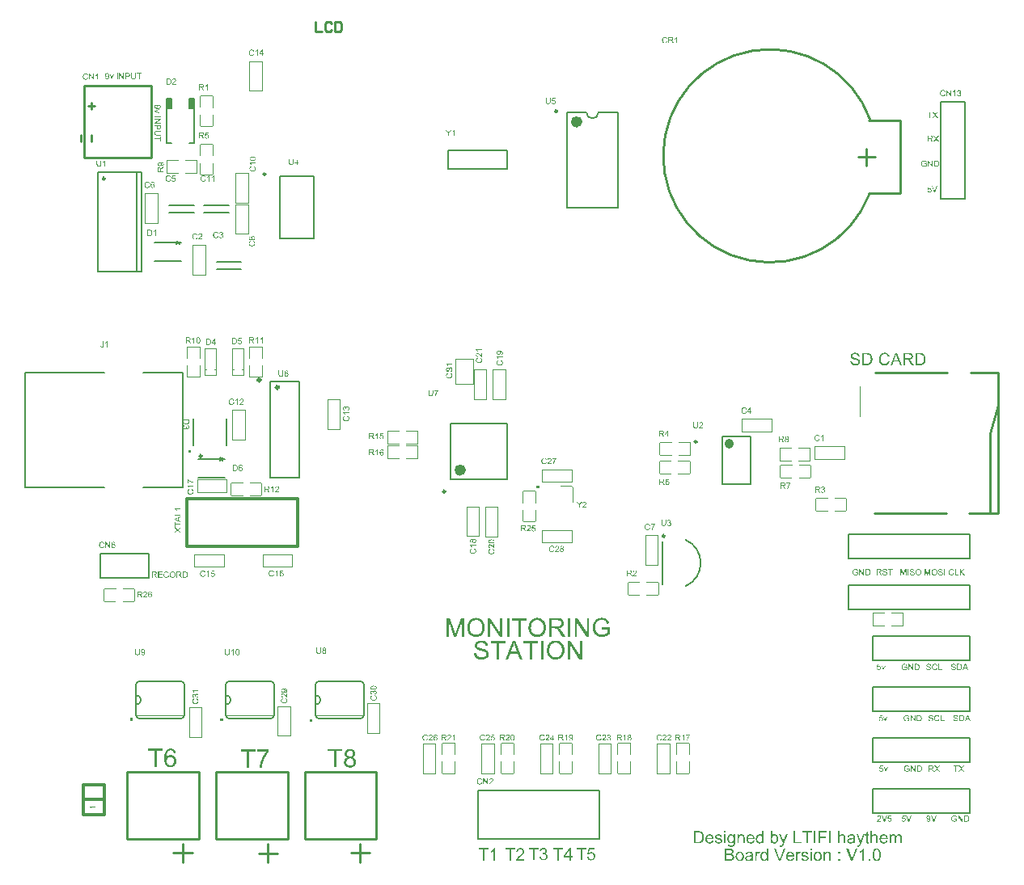
<source format=gbr>
%TF.GenerationSoftware,Altium Limited,Altium Designer,20.2.4 (192)*%
G04 Layer_Color=65535*
%FSLAX26Y26*%
%MOIN*%
%TF.SameCoordinates,E583F5DD-14CA-44D8-B3B7-8EACC7EC20E5*%
%TF.FilePolarity,Positive*%
%TF.FileFunction,Legend,Top*%
%TF.Part,Single*%
G01*
G75*
%TA.AperFunction,NonConductor*%
%ADD53C,0.011811*%
%ADD54C,0.010000*%
%ADD71C,0.006000*%
%ADD72C,0.009842*%
%ADD73C,0.019685*%
%ADD74C,0.007874*%
%ADD75C,0.023622*%
%ADD76C,0.003937*%
%ADD77C,0.002000*%
%ADD78C,0.005000*%
%ADD79C,0.000984*%
%ADD80C,0.004000*%
%ADD81R,0.019685X0.039370*%
G36*
X2156095Y1040536D02*
X2156969D01*
X2159046Y1040317D01*
X2161341Y1039989D01*
X2163746Y1039443D01*
X2166369Y1038787D01*
X2168883Y1037912D01*
X2168992D01*
X2169211Y1037803D01*
X2169539Y1037694D01*
X2169976Y1037475D01*
X2171178Y1036819D01*
X2172708Y1036054D01*
X2174348Y1034961D01*
X2176097Y1033650D01*
X2177736Y1032229D01*
X2179266Y1030480D01*
X2179485Y1030261D01*
X2179922Y1029606D01*
X2180578Y1028622D01*
X2181452Y1027201D01*
X2182327Y1025452D01*
X2183310Y1023266D01*
X2184294Y1020862D01*
X2185059Y1018129D01*
X2175987Y1015725D01*
Y1015834D01*
X2175878Y1015943D01*
X2175769Y1016271D01*
X2175659Y1016708D01*
X2175331Y1017692D01*
X2174894Y1019004D01*
X2174238Y1020534D01*
X2173473Y1021955D01*
X2172708Y1023485D01*
X2171725Y1024796D01*
X2171615Y1024906D01*
X2171287Y1025343D01*
X2170632Y1025889D01*
X2169867Y1026655D01*
X2168883Y1027529D01*
X2167571Y1028403D01*
X2166150Y1029278D01*
X2164511Y1030043D01*
X2164292Y1030152D01*
X2163746Y1030371D01*
X2162762Y1030699D01*
X2161450Y1031136D01*
X2159920Y1031464D01*
X2158171Y1031792D01*
X2156204Y1032010D01*
X2154127Y1032120D01*
X2152925D01*
X2152378Y1032010D01*
X2151723D01*
X2150083Y1031901D01*
X2148225Y1031573D01*
X2146148Y1031245D01*
X2144181Y1030699D01*
X2142214Y1029934D01*
X2141995Y1029824D01*
X2141339Y1029606D01*
X2140465Y1029059D01*
X2139372Y1028513D01*
X2138060Y1027638D01*
X2136639Y1026764D01*
X2135328Y1025671D01*
X2134125Y1024468D01*
X2134016Y1024359D01*
X2133579Y1023922D01*
X2133032Y1023157D01*
X2132377Y1022283D01*
X2131611Y1021189D01*
X2130846Y1019878D01*
X2130081Y1018457D01*
X2129316Y1016927D01*
Y1016817D01*
X2129207Y1016599D01*
X2129098Y1016271D01*
X2128879Y1015724D01*
X2128660Y1015069D01*
X2128442Y1014303D01*
X2128114Y1013429D01*
X2127895Y1012445D01*
X2127349Y1010150D01*
X2126912Y1007527D01*
X2126584Y1004794D01*
X2126474Y1001734D01*
Y1001625D01*
Y1001297D01*
Y1000750D01*
X2126584Y1000095D01*
Y999220D01*
X2126693Y998127D01*
X2126802Y997034D01*
X2126912Y995832D01*
X2127349Y993099D01*
X2127895Y990258D01*
X2128770Y987416D01*
X2129863Y984683D01*
Y984574D01*
X2130081Y984355D01*
X2130191Y984028D01*
X2130519Y983590D01*
X2131284Y982388D01*
X2132486Y980858D01*
X2133907Y979218D01*
X2135656Y977579D01*
X2137732Y976049D01*
X2140028Y974628D01*
X2140137D01*
X2140356Y974518D01*
X2140683Y974300D01*
X2141230Y974081D01*
X2141776Y973863D01*
X2142541Y973644D01*
X2144290Y972988D01*
X2146476Y972442D01*
X2148881Y971895D01*
X2151504Y971458D01*
X2154237Y971349D01*
X2155330D01*
X2155985Y971458D01*
X2156641D01*
X2158281Y971677D01*
X2160248Y971895D01*
X2162325Y972332D01*
X2164620Y972988D01*
X2166915Y973753D01*
X2167025D01*
X2167243Y973863D01*
X2167462Y973972D01*
X2167899Y974191D01*
X2169101Y974737D01*
X2170413Y975393D01*
X2171943Y976158D01*
X2173583Y977032D01*
X2175113Y978016D01*
X2176425Y979109D01*
Y993318D01*
X2154127D01*
Y1002281D01*
X2186262D01*
Y974191D01*
X2186152Y974081D01*
X2185934Y973972D01*
X2185496Y973644D01*
X2184950Y973207D01*
X2184294Y972770D01*
X2183529Y972223D01*
X2182545Y971567D01*
X2181562Y970912D01*
X2179266Y969491D01*
X2176643Y967960D01*
X2173911Y966539D01*
X2170959Y965337D01*
X2170850D01*
X2170632Y965228D01*
X2170194Y965119D01*
X2169648Y964900D01*
X2168883Y964681D01*
X2168008Y964354D01*
X2167025Y964135D01*
X2166041Y963916D01*
X2163636Y963370D01*
X2160904Y962823D01*
X2157953Y962495D01*
X2154892Y962386D01*
X2153799D01*
X2153034Y962495D01*
X2152051D01*
X2150848Y962605D01*
X2149537Y962823D01*
X2148116Y962933D01*
X2144946Y963588D01*
X2141558Y964354D01*
X2138060Y965556D01*
X2136311Y966212D01*
X2134563Y967086D01*
X2134453Y967195D01*
X2134125Y967305D01*
X2133688Y967633D01*
X2133032Y967960D01*
X2132267Y968507D01*
X2131502Y969053D01*
X2129425Y970584D01*
X2127240Y972551D01*
X2124944Y974956D01*
X2122758Y977688D01*
X2120791Y980858D01*
Y980967D01*
X2120572Y981295D01*
X2120354Y981732D01*
X2120026Y982497D01*
X2119698Y983262D01*
X2119370Y984355D01*
X2118933Y985448D01*
X2118495Y986760D01*
X2118058Y988181D01*
X2117621Y989820D01*
X2117293Y991460D01*
X2116965Y993209D01*
X2116419Y997034D01*
X2116200Y1001078D01*
Y1001188D01*
Y1001625D01*
Y1002171D01*
X2116309Y1002936D01*
Y1003920D01*
X2116419Y1005122D01*
X2116637Y1006325D01*
X2116747Y1007745D01*
X2117075Y1009276D01*
X2117293Y1010915D01*
X2118168Y1014413D01*
X2119261Y1018020D01*
X2120791Y1021627D01*
X2120900Y1021736D01*
X2121009Y1022064D01*
X2121228Y1022501D01*
X2121665Y1023157D01*
X2122102Y1024031D01*
X2122649Y1024906D01*
X2124179Y1026982D01*
X2126037Y1029387D01*
X2128332Y1031682D01*
X2130956Y1033978D01*
X2132486Y1034961D01*
X2134016Y1035945D01*
X2134125Y1036054D01*
X2134453Y1036164D01*
X2134890Y1036382D01*
X2135546Y1036710D01*
X2136421Y1037038D01*
X2137404Y1037475D01*
X2138497Y1037912D01*
X2139809Y1038350D01*
X2141230Y1038787D01*
X2142760Y1039115D01*
X2144400Y1039552D01*
X2146148Y1039880D01*
X2149974Y1040426D01*
X2151941Y1040645D01*
X2155439D01*
X2156095Y1040536D01*
D02*
G37*
G36*
X2101991Y963698D02*
X2091608D01*
X2052041Y1023048D01*
Y963698D01*
X2042423D01*
Y1039333D01*
X2052697D01*
X2092373Y979874D01*
Y1039333D01*
X2101991D01*
Y963698D01*
D02*
G37*
G36*
X1743815D02*
X1733432D01*
X1693865Y1023048D01*
Y963698D01*
X1684247D01*
Y1039333D01*
X1694521D01*
X1734197Y979874D01*
Y1039333D01*
X1743815D01*
Y963698D01*
D02*
G37*
G36*
X1585877D02*
X1576258D01*
Y1026982D01*
X1554180Y963697D01*
X1545217D01*
X1523357Y1028075D01*
Y963697D01*
X1513739D01*
Y1039333D01*
X1528713D01*
X1546638Y985667D01*
Y985558D01*
X1546747Y985339D01*
X1546857Y985011D01*
X1547075Y984465D01*
X1547512Y983153D01*
X1548059Y981513D01*
X1548605Y979655D01*
X1549261Y977797D01*
X1549808Y976048D01*
X1550245Y974518D01*
X1550354Y974737D01*
X1550463Y975283D01*
X1550791Y976267D01*
X1551228Y977579D01*
X1551775Y979327D01*
X1552540Y981404D01*
X1553305Y983809D01*
X1554289Y986650D01*
X1572433Y1039333D01*
X1585877D01*
Y963698D01*
D02*
G37*
G36*
X2024825D02*
X2014770D01*
Y1039333D01*
X2024825D01*
Y963698D01*
D02*
G37*
G36*
X1972908Y1039224D02*
X1973892D01*
X1976187Y1039115D01*
X1978591Y1038787D01*
X1981215Y1038459D01*
X1983619Y1037912D01*
X1984822Y1037584D01*
X1985805Y1037256D01*
X1985915D01*
X1986024Y1037147D01*
X1986680Y1036819D01*
X1987663Y1036382D01*
X1988866Y1035617D01*
X1990177Y1034633D01*
X1991598Y1033322D01*
X1992910Y1031792D01*
X1994221Y1030043D01*
Y1029933D01*
X1994331Y1029824D01*
X1994768Y1029168D01*
X1995205Y1028075D01*
X1995861Y1026654D01*
X1996407Y1025015D01*
X1996954Y1023048D01*
X1997282Y1020971D01*
X1997391Y1018676D01*
Y1018566D01*
Y1018348D01*
Y1017910D01*
X1997282Y1017364D01*
Y1016599D01*
X1997172Y1015834D01*
X1996735Y1013976D01*
X1996080Y1011790D01*
X1995205Y1009494D01*
X1993893Y1007199D01*
X1993019Y1006106D01*
X1992145Y1005013D01*
X1992035Y1004904D01*
X1991926Y1004794D01*
X1991598Y1004466D01*
X1991161Y1004139D01*
X1990614Y1003701D01*
X1989959Y1003264D01*
X1989084Y1002718D01*
X1988210Y1002062D01*
X1987117Y1001515D01*
X1985915Y1000969D01*
X1984603Y1000313D01*
X1983182Y999767D01*
X1981543Y999329D01*
X1979903Y998783D01*
X1978045Y998455D01*
X1976078Y998127D01*
X1976296Y998018D01*
X1976733Y997799D01*
X1977389Y997362D01*
X1978264Y996925D01*
X1980231Y995722D01*
X1981215Y994957D01*
X1982089Y994302D01*
X1982308Y994083D01*
X1982854Y993537D01*
X1983729Y992662D01*
X1984822Y991569D01*
X1986024Y990039D01*
X1987445Y988399D01*
X1988866Y986432D01*
X1990396Y984246D01*
X2003403Y963698D01*
X1990942D01*
X1980996Y979437D01*
Y979546D01*
X1980777Y979765D01*
X1980559Y980093D01*
X1980231Y980530D01*
X1979466Y981732D01*
X1978482Y983262D01*
X1977280Y984902D01*
X1976078Y986651D01*
X1974875Y988290D01*
X1973782Y989820D01*
X1973673Y989930D01*
X1973345Y990367D01*
X1972799Y991023D01*
X1972034Y991788D01*
X1970394Y993427D01*
X1969520Y994192D01*
X1968645Y994848D01*
X1968536Y994957D01*
X1968317Y995067D01*
X1967880Y995285D01*
X1967224Y995613D01*
X1966569Y995941D01*
X1965803Y996269D01*
X1964055Y996816D01*
X1963945D01*
X1963727Y996925D01*
X1963290D01*
X1962743Y997034D01*
X1961978Y997143D01*
X1961103D01*
X1959901Y997253D01*
X1947004D01*
Y963698D01*
X1936948D01*
Y1039333D01*
X1972034D01*
X1972908Y1039224D01*
D02*
G37*
G36*
X1844262Y1030371D02*
X1819341D01*
Y963698D01*
X1809286D01*
Y1030371D01*
X1784365D01*
Y1039333D01*
X1844262D01*
Y1030371D01*
D02*
G37*
G36*
X1772342Y963698D02*
X1762287D01*
Y1039333D01*
X1772342D01*
Y963698D01*
D02*
G37*
G36*
X1889512Y1040535D02*
X1890496D01*
X1891479Y1040426D01*
X1892791Y1040208D01*
X1894103Y1039989D01*
X1896944Y1039443D01*
X1900223Y1038568D01*
X1903393Y1037256D01*
X1905033Y1036491D01*
X1906672Y1035617D01*
X1906781Y1035508D01*
X1907000Y1035398D01*
X1907437Y1035071D01*
X1908093Y1034743D01*
X1908749Y1034196D01*
X1909623Y1033540D01*
X1911481Y1032010D01*
X1913449Y1030043D01*
X1915635Y1027638D01*
X1917711Y1024796D01*
X1919460Y1021627D01*
Y1021517D01*
X1919679Y1021189D01*
X1919897Y1020752D01*
X1920116Y1020096D01*
X1920553Y1019222D01*
X1920881Y1018238D01*
X1921318Y1017036D01*
X1921755Y1015724D01*
X1922083Y1014303D01*
X1922521Y1012773D01*
X1922958Y1011024D01*
X1923286Y1009276D01*
X1923723Y1005450D01*
X1923941Y1001297D01*
Y1001188D01*
Y1000750D01*
Y1000204D01*
X1923832Y999329D01*
Y998346D01*
X1923723Y997143D01*
X1923504Y995832D01*
X1923395Y994411D01*
X1922849Y991241D01*
X1921974Y987744D01*
X1920772Y984246D01*
X1920116Y982497D01*
X1919242Y980748D01*
Y980639D01*
X1919023Y980311D01*
X1918804Y979874D01*
X1918367Y979218D01*
X1917930Y978453D01*
X1917383Y977688D01*
X1915853Y975611D01*
X1913995Y973425D01*
X1911809Y971130D01*
X1909186Y968944D01*
X1906126Y966977D01*
X1906016D01*
X1905798Y966758D01*
X1905251Y966539D01*
X1904595Y966212D01*
X1903830Y965884D01*
X1902956Y965556D01*
X1901863Y965119D01*
X1900661Y964681D01*
X1899349Y964244D01*
X1897928Y963807D01*
X1894758Y963151D01*
X1891370Y962605D01*
X1887763Y962386D01*
X1886670D01*
X1886014Y962495D01*
X1885031D01*
X1883938Y962714D01*
X1882735Y962823D01*
X1881314Y963042D01*
X1878363Y963698D01*
X1875194Y964572D01*
X1871915Y965884D01*
X1870275Y966649D01*
X1868636Y967523D01*
X1868526Y967632D01*
X1868308Y967742D01*
X1867871Y968070D01*
X1867215Y968507D01*
X1866559Y968944D01*
X1865794Y969600D01*
X1863936Y971239D01*
X1861859Y973207D01*
X1859673Y975611D01*
X1857706Y978344D01*
X1855848Y981514D01*
Y981623D01*
X1855629Y981951D01*
X1855410Y982388D01*
X1855192Y983044D01*
X1854864Y983918D01*
X1854536Y984902D01*
X1854099Y985995D01*
X1853771Y987197D01*
X1853334Y988618D01*
X1852897Y990039D01*
X1852241Y993318D01*
X1851803Y996706D01*
X1851585Y1000422D01*
Y1000532D01*
Y1000641D01*
Y1001297D01*
X1851694Y1002280D01*
Y1003592D01*
X1851913Y1005122D01*
X1852131Y1006980D01*
X1852459Y1009057D01*
X1852897Y1011243D01*
X1853334Y1013538D01*
X1853989Y1015943D01*
X1854864Y1018348D01*
X1855848Y1020861D01*
X1856941Y1023266D01*
X1858361Y1025671D01*
X1859892Y1027857D01*
X1861640Y1029933D01*
X1861750Y1030043D01*
X1862078Y1030371D01*
X1862734Y1030917D01*
X1863499Y1031573D01*
X1864482Y1032447D01*
X1865685Y1033322D01*
X1867105Y1034305D01*
X1868745Y1035289D01*
X1870494Y1036273D01*
X1872461Y1037256D01*
X1874647Y1038131D01*
X1876943Y1039005D01*
X1879456Y1039661D01*
X1882080Y1040208D01*
X1884812Y1040535D01*
X1887763Y1040645D01*
X1888747D01*
X1889512Y1040535D01*
D02*
G37*
G36*
X1637029D02*
X1638013D01*
X1638996Y1040426D01*
X1640308Y1040208D01*
X1641620Y1039989D01*
X1644461Y1039443D01*
X1647740Y1038568D01*
X1650910Y1037256D01*
X1652550Y1036491D01*
X1654189Y1035617D01*
X1654298Y1035508D01*
X1654517Y1035398D01*
X1654954Y1035071D01*
X1655610Y1034743D01*
X1656266Y1034196D01*
X1657140Y1033540D01*
X1658998Y1032010D01*
X1660966Y1030043D01*
X1663152Y1027638D01*
X1665228Y1024796D01*
X1666977Y1021627D01*
Y1021517D01*
X1667196Y1021189D01*
X1667414Y1020752D01*
X1667633Y1020096D01*
X1668070Y1019222D01*
X1668398Y1018238D01*
X1668835Y1017036D01*
X1669273Y1015724D01*
X1669600Y1014303D01*
X1670038Y1012773D01*
X1670475Y1011024D01*
X1670803Y1009276D01*
X1671240Y1005450D01*
X1671458Y1001297D01*
Y1001188D01*
Y1000750D01*
Y1000204D01*
X1671349Y999329D01*
Y998346D01*
X1671240Y997143D01*
X1671021Y995832D01*
X1670912Y994411D01*
X1670366Y991241D01*
X1669491Y987744D01*
X1668289Y984246D01*
X1667633Y982497D01*
X1666759Y980748D01*
Y980639D01*
X1666540Y980311D01*
X1666321Y979874D01*
X1665884Y979218D01*
X1665447Y978453D01*
X1664900Y977688D01*
X1663370Y975611D01*
X1661512Y973425D01*
X1659326Y971130D01*
X1656703Y968944D01*
X1653643Y966977D01*
X1653533D01*
X1653315Y966758D01*
X1652768Y966539D01*
X1652112Y966212D01*
X1651347Y965884D01*
X1650473Y965556D01*
X1649380Y965119D01*
X1648178Y964681D01*
X1646866Y964244D01*
X1645445Y963807D01*
X1642275Y963151D01*
X1638887Y962605D01*
X1635280Y962386D01*
X1634187D01*
X1633531Y962495D01*
X1632548D01*
X1631455Y962714D01*
X1630252Y962823D01*
X1628832Y963042D01*
X1625880Y963698D01*
X1622711Y964572D01*
X1619432Y965884D01*
X1617792Y966649D01*
X1616153Y967523D01*
X1616043Y967632D01*
X1615825Y967742D01*
X1615388Y968070D01*
X1614732Y968507D01*
X1614076Y968944D01*
X1613311Y969600D01*
X1611453Y971239D01*
X1609376Y973207D01*
X1607190Y975611D01*
X1605223Y978344D01*
X1603365Y981514D01*
Y981623D01*
X1603146Y981951D01*
X1602927Y982388D01*
X1602709Y983044D01*
X1602381Y983918D01*
X1602053Y984902D01*
X1601616Y985995D01*
X1601288Y987197D01*
X1600851Y988618D01*
X1600414Y990039D01*
X1599758Y993318D01*
X1599321Y996706D01*
X1599102Y1000422D01*
Y1000532D01*
Y1000641D01*
Y1001297D01*
X1599211Y1002280D01*
Y1003592D01*
X1599430Y1005122D01*
X1599648Y1006980D01*
X1599976Y1009057D01*
X1600414Y1011243D01*
X1600851Y1013538D01*
X1601506Y1015943D01*
X1602381Y1018348D01*
X1603365Y1020861D01*
X1604458Y1023266D01*
X1605879Y1025671D01*
X1607409Y1027857D01*
X1609158Y1029933D01*
X1609267Y1030043D01*
X1609595Y1030371D01*
X1610251Y1030917D01*
X1611016Y1031573D01*
X1611999Y1032447D01*
X1613202Y1033322D01*
X1614622Y1034305D01*
X1616262Y1035289D01*
X1618011Y1036273D01*
X1619978Y1037256D01*
X1622164Y1038131D01*
X1624459Y1039005D01*
X1626973Y1039661D01*
X1629597Y1040208D01*
X1632329Y1040535D01*
X1635280Y1040645D01*
X1636264D01*
X1637029Y1040535D01*
D02*
G37*
G36*
X1659272Y947150D02*
X1660037D01*
X1662113Y946931D01*
X1664409Y946603D01*
X1666813Y946057D01*
X1669436Y945401D01*
X1671841Y944526D01*
X1671950D01*
X1672169Y944417D01*
X1672497Y944198D01*
X1672934Y943980D01*
X1674027Y943433D01*
X1675448Y942450D01*
X1677087Y941357D01*
X1678727Y939936D01*
X1680257Y938296D01*
X1681678Y936438D01*
Y936329D01*
X1681787Y936220D01*
X1682006Y935892D01*
X1682225Y935564D01*
X1682771Y934471D01*
X1683427Y933050D01*
X1684192Y931301D01*
X1684738Y929224D01*
X1685285Y927038D01*
X1685504Y924634D01*
X1675885Y923869D01*
Y923978D01*
Y924197D01*
X1675776Y924524D01*
X1675667Y925071D01*
X1675339Y926273D01*
X1674901Y927913D01*
X1674246Y929662D01*
X1673262Y931410D01*
X1672060Y933050D01*
X1670529Y934580D01*
X1670311Y934689D01*
X1669764Y935127D01*
X1668671Y935782D01*
X1667250Y936438D01*
X1665392Y937094D01*
X1663206Y937750D01*
X1660474Y938187D01*
X1657413Y938296D01*
X1655883D01*
X1655227Y938187D01*
X1654353Y938078D01*
X1652386Y937859D01*
X1650200Y937422D01*
X1648014Y936875D01*
X1645937Y936001D01*
X1645062Y935455D01*
X1644188Y934908D01*
X1643969Y934799D01*
X1643532Y934361D01*
X1642877Y933596D01*
X1642221Y932722D01*
X1641456Y931520D01*
X1640800Y930208D01*
X1640363Y928678D01*
X1640144Y926929D01*
Y926711D01*
Y926273D01*
X1640253Y925508D01*
X1640472Y924634D01*
X1640800Y923541D01*
X1641346Y922448D01*
X1642002Y921355D01*
X1642986Y920262D01*
X1643095Y920153D01*
X1643642Y919825D01*
X1644079Y919497D01*
X1644516Y919278D01*
X1645172Y918950D01*
X1645937Y918513D01*
X1646921Y918185D01*
X1648014Y917748D01*
X1649216Y917311D01*
X1650637Y916764D01*
X1652167Y916327D01*
X1653916Y915780D01*
X1655883Y915343D01*
X1658069Y914797D01*
X1658178D01*
X1658616Y914688D01*
X1659272Y914578D01*
X1660037Y914360D01*
X1661020Y914141D01*
X1662223Y913813D01*
X1663425Y913485D01*
X1664736Y913157D01*
X1667578Y912392D01*
X1670311Y911627D01*
X1671622Y911190D01*
X1672825Y910753D01*
X1673918Y910425D01*
X1674792Y909988D01*
X1674901D01*
X1675120Y909878D01*
X1675448Y909660D01*
X1675885Y909441D01*
X1677087Y908785D01*
X1678508Y907911D01*
X1680148Y906709D01*
X1681787Y905397D01*
X1683318Y903867D01*
X1684629Y902227D01*
X1684738Y902009D01*
X1685176Y901462D01*
X1685613Y900479D01*
X1686269Y899167D01*
X1686815Y897637D01*
X1687362Y895779D01*
X1687689Y893702D01*
X1687799Y891516D01*
Y891407D01*
Y891297D01*
Y890969D01*
Y890532D01*
X1687580Y889330D01*
X1687362Y887800D01*
X1686924Y886051D01*
X1686378Y884193D01*
X1685504Y882225D01*
X1684301Y880149D01*
Y880039D01*
X1684192Y879930D01*
X1683645Y879274D01*
X1682880Y878291D01*
X1681787Y877198D01*
X1680366Y875886D01*
X1678618Y874465D01*
X1676650Y873154D01*
X1674355Y871951D01*
X1674246D01*
X1674027Y871842D01*
X1673699Y871733D01*
X1673262Y871514D01*
X1672606Y871295D01*
X1671841Y870967D01*
X1670092Y870530D01*
X1668015Y869984D01*
X1665502Y869437D01*
X1662769Y869109D01*
X1659818Y869000D01*
X1658069D01*
X1657195Y869109D01*
X1656211D01*
X1655118Y869219D01*
X1653806Y869328D01*
X1651074Y869765D01*
X1648232Y870202D01*
X1645390Y870967D01*
X1642658Y871951D01*
X1642549D01*
X1642330Y872061D01*
X1642002Y872279D01*
X1641565Y872498D01*
X1640253Y873154D01*
X1638723Y874137D01*
X1636974Y875449D01*
X1635116Y876979D01*
X1633367Y878837D01*
X1631728Y880914D01*
Y881023D01*
X1631509Y881242D01*
X1631400Y881570D01*
X1631072Y882007D01*
X1630853Y882553D01*
X1630526Y883209D01*
X1629761Y884849D01*
X1628995Y886925D01*
X1628340Y889221D01*
X1627902Y891844D01*
X1627684Y894576D01*
X1637084Y895451D01*
Y895341D01*
Y895232D01*
X1637193Y894904D01*
Y894467D01*
X1637411Y893483D01*
X1637739Y892062D01*
X1638177Y890641D01*
X1638614Y889002D01*
X1639379Y887472D01*
X1640144Y886051D01*
X1640253Y885942D01*
X1640581Y885504D01*
X1641128Y884739D01*
X1642002Y883974D01*
X1643095Y882990D01*
X1644297Y882007D01*
X1645937Y881023D01*
X1647686Y880149D01*
X1647795D01*
X1647904Y880039D01*
X1648232Y879930D01*
X1648560Y879821D01*
X1649653Y879493D01*
X1651074Y879056D01*
X1652823Y878619D01*
X1654790Y878291D01*
X1656976Y878072D01*
X1659381Y877963D01*
X1660364D01*
X1661457Y878072D01*
X1662769Y878181D01*
X1664299Y878400D01*
X1666048Y878619D01*
X1667797Y879056D01*
X1669436Y879602D01*
X1669655Y879712D01*
X1670201Y879930D01*
X1670967Y880367D01*
X1671950Y880804D01*
X1672934Y881570D01*
X1674027Y882335D01*
X1675120Y883209D01*
X1675994Y884302D01*
X1676104Y884411D01*
X1676322Y884849D01*
X1676650Y885395D01*
X1677087Y886269D01*
X1677525Y887144D01*
X1677852Y888237D01*
X1678071Y889439D01*
X1678180Y890751D01*
Y890860D01*
Y891407D01*
X1678071Y892062D01*
X1677962Y892937D01*
X1677634Y893811D01*
X1677306Y894904D01*
X1676759Y895997D01*
X1675994Y896981D01*
X1675885Y897090D01*
X1675557Y897418D01*
X1675120Y897855D01*
X1674355Y898511D01*
X1673480Y899167D01*
X1672278Y899932D01*
X1670857Y900697D01*
X1669218Y901353D01*
X1669109Y901462D01*
X1668562Y901572D01*
X1667688Y901899D01*
X1667141Y902009D01*
X1666376Y902227D01*
X1665611Y902555D01*
X1664627Y902774D01*
X1663534Y903102D01*
X1662223Y903430D01*
X1660911Y903758D01*
X1659381Y904195D01*
X1657632Y904632D01*
X1655774Y905069D01*
X1655665D01*
X1655337Y905178D01*
X1654790Y905288D01*
X1654134Y905506D01*
X1653260Y905725D01*
X1652276Y905943D01*
X1650090Y906599D01*
X1647686Y907364D01*
X1645172Y908130D01*
X1642986Y908895D01*
X1642002Y909332D01*
X1641128Y909769D01*
X1641018D01*
X1640909Y909878D01*
X1640253Y910316D01*
X1639270Y910862D01*
X1638177Y911736D01*
X1636865Y912720D01*
X1635553Y913922D01*
X1634242Y915343D01*
X1633149Y916874D01*
X1633040Y917092D01*
X1632712Y917639D01*
X1632274Y918513D01*
X1631837Y919606D01*
X1631400Y921027D01*
X1630963Y922666D01*
X1630635Y924415D01*
X1630526Y926273D01*
Y926383D01*
Y926492D01*
Y926820D01*
Y927257D01*
X1630744Y928350D01*
X1630963Y929771D01*
X1631291Y931410D01*
X1631837Y933269D01*
X1632602Y935127D01*
X1633695Y936985D01*
Y937094D01*
X1633805Y937203D01*
X1634351Y937859D01*
X1635116Y938734D01*
X1636100Y939827D01*
X1637411Y941029D01*
X1639051Y942340D01*
X1641018Y943543D01*
X1643204Y944636D01*
X1643314D01*
X1643532Y944745D01*
X1643860Y944854D01*
X1644297Y945073D01*
X1644844Y945292D01*
X1645609Y945510D01*
X1647248Y945947D01*
X1649325Y946385D01*
X1651730Y946822D01*
X1654244Y947150D01*
X1657085Y947259D01*
X1658506D01*
X1659272Y947150D01*
D02*
G37*
G36*
X2072316Y870312D02*
X2061933D01*
X2022366Y929662D01*
Y870312D01*
X2012748D01*
Y945947D01*
X2023022D01*
X2062698Y886488D01*
Y945947D01*
X2072316D01*
Y870312D01*
D02*
G37*
G36*
X1912957D02*
X1902901D01*
Y945947D01*
X1912957D01*
Y870312D01*
D02*
G37*
G36*
X1890878Y936985D02*
X1865958D01*
Y870312D01*
X1855902D01*
Y936985D01*
X1830982D01*
Y945947D01*
X1890878D01*
Y936985D01*
D02*
G37*
G36*
X1828577Y870312D02*
X1817210D01*
X1808357Y893265D01*
X1776660D01*
X1768462Y870312D01*
X1757860D01*
X1786715Y945947D01*
X1797645D01*
X1828577Y870312D01*
D02*
G37*
G36*
X1755783Y936985D02*
X1730863D01*
Y870312D01*
X1720807D01*
Y936985D01*
X1695887D01*
Y945947D01*
X1755783D01*
Y936985D01*
D02*
G37*
G36*
X1965530Y947150D02*
X1966514D01*
X1967497Y947040D01*
X1968809Y946822D01*
X1970121Y946603D01*
X1972963Y946057D01*
X1976242Y945182D01*
X1979411Y943871D01*
X1981051Y943106D01*
X1982690Y942231D01*
X1982800Y942122D01*
X1983018Y942013D01*
X1983455Y941685D01*
X1984111Y941357D01*
X1984767Y940810D01*
X1985641Y940154D01*
X1987499Y938624D01*
X1989467Y936657D01*
X1991653Y934252D01*
X1993729Y931410D01*
X1995478Y928241D01*
Y928131D01*
X1995697Y927803D01*
X1995916Y927366D01*
X1996134Y926711D01*
X1996571Y925836D01*
X1996899Y924852D01*
X1997336Y923650D01*
X1997774Y922338D01*
X1998101Y920918D01*
X1998539Y919387D01*
X1998976Y917639D01*
X1999304Y915890D01*
X1999741Y912064D01*
X1999960Y907911D01*
Y907802D01*
Y907364D01*
Y906818D01*
X1999850Y905943D01*
Y904960D01*
X1999741Y903758D01*
X1999522Y902446D01*
X1999413Y901025D01*
X1998867Y897855D01*
X1997992Y894358D01*
X1996790Y890860D01*
X1996134Y889111D01*
X1995260Y887362D01*
Y887253D01*
X1995041Y886925D01*
X1994822Y886488D01*
X1994385Y885832D01*
X1993948Y885067D01*
X1993402Y884302D01*
X1991871Y882225D01*
X1990013Y880039D01*
X1987827Y877744D01*
X1985204Y875558D01*
X1982144Y873591D01*
X1982034D01*
X1981816Y873372D01*
X1981269Y873154D01*
X1980613Y872826D01*
X1979848Y872498D01*
X1978974Y872170D01*
X1977881Y871733D01*
X1976679Y871295D01*
X1975367Y870858D01*
X1973946Y870421D01*
X1970776Y869765D01*
X1967388Y869219D01*
X1963781Y869000D01*
X1962688D01*
X1962033Y869109D01*
X1961049D01*
X1959956Y869328D01*
X1958754Y869437D01*
X1957333Y869656D01*
X1954381Y870312D01*
X1951212Y871186D01*
X1947933Y872498D01*
X1946293Y873263D01*
X1944654Y874137D01*
X1944544Y874246D01*
X1944326Y874356D01*
X1943889Y874684D01*
X1943233Y875121D01*
X1942577Y875558D01*
X1941812Y876214D01*
X1939954Y877853D01*
X1937877Y879821D01*
X1935691Y882225D01*
X1933724Y884958D01*
X1931866Y888128D01*
Y888237D01*
X1931647Y888565D01*
X1931428Y889002D01*
X1931210Y889658D01*
X1930882Y890532D01*
X1930554Y891516D01*
X1930117Y892609D01*
X1929789Y893811D01*
X1929352Y895232D01*
X1928915Y896653D01*
X1928259Y899932D01*
X1927822Y903320D01*
X1927603Y907037D01*
Y907146D01*
Y907255D01*
Y907911D01*
X1927712Y908895D01*
Y910206D01*
X1927931Y911736D01*
X1928149Y913595D01*
X1928477Y915671D01*
X1928915Y917857D01*
X1929352Y920153D01*
X1930008Y922557D01*
X1930882Y924962D01*
X1931866Y927476D01*
X1932959Y929880D01*
X1934380Y932285D01*
X1935910Y934471D01*
X1937659Y936548D01*
X1937768Y936657D01*
X1938096Y936985D01*
X1938752Y937531D01*
X1939517Y938187D01*
X1940500Y939061D01*
X1941703Y939936D01*
X1943124Y940919D01*
X1944763Y941903D01*
X1946512Y942887D01*
X1948479Y943871D01*
X1950665Y944745D01*
X1952961Y945619D01*
X1955475Y946275D01*
X1958098Y946822D01*
X1960830Y947150D01*
X1963781Y947259D01*
X1964765D01*
X1965530Y947150D01*
D02*
G37*
G36*
X3199068Y2134124D02*
X3199578D01*
X3200963Y2133978D01*
X3202494Y2133759D01*
X3204098Y2133394D01*
X3205848Y2132957D01*
X3207452Y2132374D01*
X3207524D01*
X3207670Y2132301D01*
X3207889Y2132155D01*
X3208181Y2132009D01*
X3208910Y2131645D01*
X3209857Y2130989D01*
X3210951Y2130260D01*
X3212044Y2129312D01*
X3213065Y2128219D01*
X3214013Y2126979D01*
Y2126906D01*
X3214086Y2126834D01*
X3214231Y2126615D01*
X3214377Y2126396D01*
X3214742Y2125667D01*
X3215179Y2124719D01*
X3215689Y2123553D01*
X3216054Y2122168D01*
X3216418Y2120710D01*
X3216564Y2119106D01*
X3210149Y2118596D01*
Y2118669D01*
Y2118814D01*
X3210076Y2119033D01*
X3210003Y2119398D01*
X3209784Y2120200D01*
X3209493Y2121293D01*
X3209055Y2122459D01*
X3208399Y2123626D01*
X3207597Y2124719D01*
X3206577Y2125740D01*
X3206431Y2125813D01*
X3206066Y2126104D01*
X3205338Y2126542D01*
X3204390Y2126979D01*
X3203151Y2127417D01*
X3201693Y2127854D01*
X3199870Y2128146D01*
X3197829Y2128219D01*
X3196808D01*
X3196371Y2128146D01*
X3195788Y2128073D01*
X3194475Y2127927D01*
X3193017Y2127635D01*
X3191559Y2127271D01*
X3190174Y2126688D01*
X3189591Y2126323D01*
X3189008Y2125959D01*
X3188862Y2125886D01*
X3188570Y2125594D01*
X3188133Y2125084D01*
X3187696Y2124501D01*
X3187185Y2123699D01*
X3186748Y2122824D01*
X3186456Y2121803D01*
X3186311Y2120637D01*
Y2120491D01*
Y2120200D01*
X3186383Y2119689D01*
X3186529Y2119106D01*
X3186748Y2118377D01*
X3187113Y2117648D01*
X3187550Y2116919D01*
X3188206Y2116190D01*
X3188279Y2116117D01*
X3188643Y2115898D01*
X3188935Y2115680D01*
X3189227Y2115534D01*
X3189664Y2115315D01*
X3190174Y2115024D01*
X3190830Y2114805D01*
X3191559Y2114513D01*
X3192361Y2114222D01*
X3193309Y2113857D01*
X3194330Y2113566D01*
X3195496Y2113201D01*
X3196808Y2112910D01*
X3198266Y2112545D01*
X3198339D01*
X3198631Y2112472D01*
X3199068Y2112399D01*
X3199578Y2112253D01*
X3200235Y2112108D01*
X3201036Y2111889D01*
X3201838Y2111670D01*
X3202713Y2111452D01*
X3204608Y2110941D01*
X3206431Y2110431D01*
X3207306Y2110139D01*
X3208108Y2109848D01*
X3208837Y2109629D01*
X3209420Y2109338D01*
X3209493D01*
X3209639Y2109265D01*
X3209857Y2109119D01*
X3210149Y2108973D01*
X3210951Y2108536D01*
X3211898Y2107952D01*
X3212992Y2107151D01*
X3214086Y2106276D01*
X3215106Y2105255D01*
X3215981Y2104162D01*
X3216054Y2104016D01*
X3216345Y2103651D01*
X3216637Y2102995D01*
X3217074Y2102120D01*
X3217439Y2101100D01*
X3217803Y2099860D01*
X3218022Y2098475D01*
X3218095Y2097017D01*
Y2096945D01*
Y2096872D01*
Y2096653D01*
Y2096361D01*
X3217949Y2095559D01*
X3217803Y2094539D01*
X3217512Y2093372D01*
X3217147Y2092133D01*
X3216564Y2090821D01*
X3215762Y2089436D01*
Y2089363D01*
X3215689Y2089290D01*
X3215325Y2088853D01*
X3214814Y2088197D01*
X3214086Y2087468D01*
X3213138Y2086593D01*
X3211971Y2085645D01*
X3210659Y2084770D01*
X3209128Y2083968D01*
X3209055D01*
X3208910Y2083895D01*
X3208691Y2083823D01*
X3208399Y2083677D01*
X3207962Y2083531D01*
X3207452Y2083312D01*
X3206285Y2083021D01*
X3204900Y2082656D01*
X3203223Y2082292D01*
X3201401Y2082073D01*
X3199433Y2082000D01*
X3198266D01*
X3197683Y2082073D01*
X3197027D01*
X3196298Y2082146D01*
X3195423Y2082219D01*
X3193601Y2082510D01*
X3191705Y2082802D01*
X3189810Y2083312D01*
X3187987Y2083968D01*
X3187914D01*
X3187769Y2084041D01*
X3187550Y2084187D01*
X3187258Y2084333D01*
X3186383Y2084770D01*
X3185363Y2085426D01*
X3184197Y2086301D01*
X3182957Y2087322D01*
X3181791Y2088561D01*
X3180697Y2089946D01*
Y2090019D01*
X3180552Y2090165D01*
X3180479Y2090383D01*
X3180260Y2090675D01*
X3180114Y2091040D01*
X3179895Y2091477D01*
X3179385Y2092570D01*
X3178875Y2093956D01*
X3178437Y2095486D01*
X3178146Y2097236D01*
X3178000Y2099059D01*
X3184269Y2099642D01*
Y2099569D01*
Y2099496D01*
X3184342Y2099277D01*
Y2098986D01*
X3184488Y2098330D01*
X3184707Y2097382D01*
X3184998Y2096434D01*
X3185290Y2095341D01*
X3185800Y2094320D01*
X3186311Y2093372D01*
X3186383Y2093300D01*
X3186602Y2093008D01*
X3186967Y2092498D01*
X3187550Y2091987D01*
X3188279Y2091331D01*
X3189081Y2090675D01*
X3190174Y2090019D01*
X3191341Y2089436D01*
X3191414D01*
X3191486Y2089363D01*
X3191705Y2089290D01*
X3191924Y2089217D01*
X3192653Y2088998D01*
X3193601Y2088707D01*
X3194767Y2088415D01*
X3196079Y2088197D01*
X3197537Y2088051D01*
X3199141Y2087978D01*
X3199797D01*
X3200526Y2088051D01*
X3201401Y2088124D01*
X3202421Y2088269D01*
X3203588Y2088415D01*
X3204754Y2088707D01*
X3205848Y2089071D01*
X3205994Y2089144D01*
X3206358Y2089290D01*
X3206868Y2089582D01*
X3207524Y2089873D01*
X3208181Y2090383D01*
X3208910Y2090894D01*
X3209639Y2091477D01*
X3210222Y2092206D01*
X3210295Y2092279D01*
X3210441Y2092570D01*
X3210659Y2092935D01*
X3210951Y2093518D01*
X3211242Y2094101D01*
X3211461Y2094830D01*
X3211607Y2095632D01*
X3211680Y2096507D01*
Y2096580D01*
Y2096945D01*
X3211607Y2097382D01*
X3211534Y2097965D01*
X3211315Y2098548D01*
X3211097Y2099277D01*
X3210732Y2100006D01*
X3210222Y2100662D01*
X3210149Y2100735D01*
X3209930Y2100954D01*
X3209639Y2101246D01*
X3209128Y2101683D01*
X3208545Y2102120D01*
X3207743Y2102631D01*
X3206796Y2103141D01*
X3205702Y2103578D01*
X3205629Y2103651D01*
X3205265Y2103724D01*
X3204681Y2103943D01*
X3204317Y2104016D01*
X3203807Y2104162D01*
X3203296Y2104380D01*
X3202640Y2104526D01*
X3201911Y2104745D01*
X3201036Y2104963D01*
X3200162Y2105182D01*
X3199141Y2105474D01*
X3197975Y2105765D01*
X3196735Y2106057D01*
X3196662D01*
X3196444Y2106130D01*
X3196079Y2106203D01*
X3195642Y2106349D01*
X3195059Y2106494D01*
X3194403Y2106640D01*
X3192945Y2107078D01*
X3191341Y2107588D01*
X3189664Y2108098D01*
X3188206Y2108608D01*
X3187550Y2108900D01*
X3186967Y2109192D01*
X3186894D01*
X3186821Y2109265D01*
X3186383Y2109556D01*
X3185727Y2109921D01*
X3184998Y2110504D01*
X3184124Y2111160D01*
X3183249Y2111962D01*
X3182374Y2112910D01*
X3181645Y2113930D01*
X3181572Y2114076D01*
X3181353Y2114441D01*
X3181062Y2115024D01*
X3180770Y2115753D01*
X3180479Y2116700D01*
X3180187Y2117794D01*
X3179968Y2118960D01*
X3179895Y2120200D01*
Y2120273D01*
Y2120345D01*
Y2120564D01*
Y2120856D01*
X3180041Y2121585D01*
X3180187Y2122532D01*
X3180406Y2123626D01*
X3180770Y2124865D01*
X3181280Y2126104D01*
X3182010Y2127344D01*
Y2127417D01*
X3182082Y2127490D01*
X3182447Y2127927D01*
X3182957Y2128510D01*
X3183613Y2129239D01*
X3184488Y2130041D01*
X3185582Y2130916D01*
X3186894Y2131718D01*
X3188352Y2132447D01*
X3188425D01*
X3188570Y2132520D01*
X3188789Y2132593D01*
X3189081Y2132738D01*
X3189445Y2132884D01*
X3189956Y2133030D01*
X3191049Y2133322D01*
X3192434Y2133613D01*
X3194038Y2133905D01*
X3195715Y2134124D01*
X3197610Y2134196D01*
X3198558D01*
X3199068Y2134124D01*
D02*
G37*
G36*
X3320811D02*
X3321467Y2134051D01*
X3322269Y2133978D01*
X3323071Y2133905D01*
X3324019Y2133686D01*
X3325987Y2133249D01*
X3328174Y2132593D01*
X3329267Y2132155D01*
X3330288Y2131645D01*
X3331309Y2130989D01*
X3332329Y2130333D01*
X3332402Y2130260D01*
X3332548Y2130187D01*
X3332840Y2129968D01*
X3333204Y2129604D01*
X3333569Y2129239D01*
X3334079Y2128729D01*
X3334589Y2128146D01*
X3335172Y2127562D01*
X3335756Y2126834D01*
X3336339Y2125959D01*
X3336995Y2125084D01*
X3337578Y2124136D01*
X3338088Y2123043D01*
X3338672Y2121949D01*
X3339109Y2120783D01*
X3339546Y2119471D01*
X3332985Y2117940D01*
Y2118013D01*
X3332912Y2118158D01*
X3332767Y2118450D01*
X3332621Y2118814D01*
X3332475Y2119252D01*
X3332256Y2119835D01*
X3331673Y2121001D01*
X3330944Y2122314D01*
X3330069Y2123626D01*
X3328976Y2124865D01*
X3327809Y2125959D01*
X3327664Y2126104D01*
X3327226Y2126396D01*
X3326497Y2126761D01*
X3325550Y2127271D01*
X3324310Y2127708D01*
X3322925Y2128146D01*
X3321249Y2128437D01*
X3319426Y2128510D01*
X3318843D01*
X3318478Y2128437D01*
X3317968D01*
X3317385Y2128364D01*
X3316000Y2128146D01*
X3314469Y2127854D01*
X3312865Y2127344D01*
X3311188Y2126615D01*
X3309657Y2125667D01*
X3309584D01*
X3309512Y2125521D01*
X3309001Y2125157D01*
X3308345Y2124574D01*
X3307543Y2123699D01*
X3306596Y2122605D01*
X3305721Y2121366D01*
X3304919Y2119835D01*
X3304190Y2118158D01*
Y2118086D01*
X3304117Y2117940D01*
X3304044Y2117721D01*
X3303971Y2117356D01*
X3303825Y2116919D01*
X3303680Y2116409D01*
X3303461Y2115169D01*
X3303169Y2113711D01*
X3302878Y2112108D01*
X3302732Y2110358D01*
X3302659Y2108463D01*
Y2108390D01*
Y2108171D01*
Y2107807D01*
Y2107369D01*
X3302732Y2106859D01*
Y2106203D01*
X3302805Y2105474D01*
X3302878Y2104672D01*
X3303096Y2102922D01*
X3303461Y2101027D01*
X3303898Y2099131D01*
X3304481Y2097236D01*
Y2097163D01*
X3304554Y2097017D01*
X3304700Y2096799D01*
X3304846Y2096434D01*
X3305283Y2095559D01*
X3305939Y2094539D01*
X3306741Y2093372D01*
X3307762Y2092133D01*
X3308928Y2091040D01*
X3310314Y2090019D01*
X3310386D01*
X3310532Y2089946D01*
X3310751Y2089800D01*
X3311043Y2089655D01*
X3311407Y2089509D01*
X3311844Y2089290D01*
X3312865Y2088853D01*
X3314177Y2088415D01*
X3315635Y2088051D01*
X3317239Y2087759D01*
X3318916Y2087686D01*
X3319426D01*
X3319863Y2087759D01*
X3320374D01*
X3320884Y2087832D01*
X3322196Y2088124D01*
X3323727Y2088488D01*
X3325258Y2089071D01*
X3326862Y2089873D01*
X3327664Y2090311D01*
X3328393Y2090894D01*
X3328466Y2090967D01*
X3328539Y2091040D01*
X3328757Y2091258D01*
X3329049Y2091477D01*
X3329340Y2091841D01*
X3329705Y2092279D01*
X3330142Y2092716D01*
X3330507Y2093300D01*
X3330944Y2093956D01*
X3331454Y2094685D01*
X3331892Y2095414D01*
X3332329Y2096288D01*
X3332694Y2097236D01*
X3333058Y2098257D01*
X3333423Y2099350D01*
X3333714Y2100517D01*
X3340421Y2098840D01*
Y2098767D01*
X3340348Y2098475D01*
X3340202Y2098038D01*
X3339984Y2097455D01*
X3339765Y2096799D01*
X3339474Y2095997D01*
X3339109Y2095122D01*
X3338672Y2094174D01*
X3337651Y2092133D01*
X3336339Y2090092D01*
X3335537Y2089071D01*
X3334735Y2088051D01*
X3333860Y2087176D01*
X3332840Y2086301D01*
X3332767Y2086228D01*
X3332621Y2086082D01*
X3332256Y2085937D01*
X3331892Y2085645D01*
X3331309Y2085280D01*
X3330726Y2084916D01*
X3329924Y2084552D01*
X3329122Y2084187D01*
X3328174Y2083750D01*
X3327153Y2083385D01*
X3326060Y2083021D01*
X3324894Y2082656D01*
X3323654Y2082365D01*
X3322342Y2082219D01*
X3320957Y2082073D01*
X3319499Y2082000D01*
X3318697D01*
X3318114Y2082073D01*
X3317458D01*
X3316656Y2082146D01*
X3315781Y2082292D01*
X3314760Y2082437D01*
X3312646Y2082802D01*
X3310459Y2083385D01*
X3308272Y2084187D01*
X3307252Y2084697D01*
X3306231Y2085280D01*
X3306158Y2085353D01*
X3306012Y2085426D01*
X3305721Y2085645D01*
X3305429Y2085937D01*
X3304992Y2086228D01*
X3304481Y2086666D01*
X3303898Y2087176D01*
X3303315Y2087759D01*
X3302732Y2088415D01*
X3302076Y2089071D01*
X3300764Y2090748D01*
X3299524Y2092716D01*
X3298431Y2094903D01*
Y2094976D01*
X3298285Y2095195D01*
X3298212Y2095559D01*
X3297993Y2095997D01*
X3297848Y2096580D01*
X3297629Y2097309D01*
X3297337Y2098111D01*
X3297119Y2098986D01*
X3296900Y2099933D01*
X3296608Y2101027D01*
X3296244Y2103287D01*
X3295952Y2105838D01*
X3295806Y2108463D01*
Y2108536D01*
Y2108827D01*
Y2109265D01*
X3295879Y2109775D01*
Y2110504D01*
X3295952Y2111233D01*
X3296025Y2112181D01*
X3296171Y2113128D01*
X3296535Y2115242D01*
X3297046Y2117575D01*
X3297775Y2119908D01*
X3298795Y2122168D01*
X3298868Y2122241D01*
X3298941Y2122459D01*
X3299087Y2122751D01*
X3299378Y2123116D01*
X3299670Y2123626D01*
X3300035Y2124209D01*
X3300982Y2125521D01*
X3302222Y2126979D01*
X3303680Y2128437D01*
X3305356Y2129895D01*
X3307325Y2131135D01*
X3307398Y2131207D01*
X3307616Y2131280D01*
X3307908Y2131426D01*
X3308272Y2131645D01*
X3308856Y2131864D01*
X3309439Y2132082D01*
X3310168Y2132374D01*
X3310970Y2132666D01*
X3311844Y2132957D01*
X3312792Y2133249D01*
X3314833Y2133686D01*
X3317166Y2134051D01*
X3319572Y2134196D01*
X3320301D01*
X3320811Y2134124D01*
D02*
G37*
G36*
X3467267Y2133249D02*
X3468725Y2133176D01*
X3470183Y2133030D01*
X3471641Y2132811D01*
X3472881Y2132593D01*
X3472953D01*
X3473099Y2132520D01*
X3473318D01*
X3473610Y2132374D01*
X3474411Y2132155D01*
X3475432Y2131791D01*
X3476598Y2131280D01*
X3477838Y2130624D01*
X3479077Y2129895D01*
X3480243Y2128948D01*
X3480316Y2128875D01*
X3480389Y2128802D01*
X3480608Y2128583D01*
X3480899Y2128365D01*
X3481628Y2127635D01*
X3482503Y2126615D01*
X3483451Y2125376D01*
X3484472Y2123918D01*
X3485419Y2122241D01*
X3486221Y2120345D01*
Y2120273D01*
X3486294Y2120127D01*
X3486440Y2119835D01*
X3486513Y2119398D01*
X3486731Y2118887D01*
X3486877Y2118304D01*
X3487023Y2117648D01*
X3487242Y2116846D01*
X3487461Y2116044D01*
X3487606Y2115097D01*
X3487971Y2113055D01*
X3488189Y2110796D01*
X3488262Y2108317D01*
Y2108244D01*
Y2108098D01*
Y2107734D01*
Y2107369D01*
X3488189Y2106859D01*
Y2106276D01*
X3488117Y2104891D01*
X3487898Y2103287D01*
X3487679Y2101610D01*
X3487315Y2099861D01*
X3486877Y2098111D01*
Y2098038D01*
X3486804Y2097892D01*
X3486731Y2097674D01*
X3486659Y2097382D01*
X3486367Y2096580D01*
X3485930Y2095559D01*
X3485492Y2094393D01*
X3484909Y2093227D01*
X3484180Y2091987D01*
X3483451Y2090821D01*
X3483378Y2090675D01*
X3483086Y2090311D01*
X3482649Y2089800D01*
X3482066Y2089144D01*
X3481410Y2088415D01*
X3480608Y2087686D01*
X3479806Y2086884D01*
X3478858Y2086228D01*
X3478713Y2086155D01*
X3478421Y2085937D01*
X3477911Y2085645D01*
X3477182Y2085281D01*
X3476307Y2084843D01*
X3475286Y2084479D01*
X3474120Y2084041D01*
X3472808Y2083677D01*
X3472662D01*
X3472443Y2083604D01*
X3472224Y2083531D01*
X3471495Y2083458D01*
X3470475Y2083312D01*
X3469308Y2083166D01*
X3467923Y2083021D01*
X3466392Y2082948D01*
X3464716Y2082875D01*
X3446564Y2082875D01*
Y2133322D01*
X3465955Y2133322D01*
X3467267Y2133249D01*
D02*
G37*
G36*
X3419736Y2133249D02*
X3420392D01*
X3421923Y2133176D01*
X3423527Y2132957D01*
X3425277Y2132738D01*
X3426881Y2132374D01*
X3427682Y2132155D01*
X3428339Y2131936D01*
X3428412D01*
X3428484Y2131864D01*
X3428922Y2131645D01*
X3429578Y2131353D01*
X3430380Y2130843D01*
X3431255Y2130187D01*
X3432202Y2129312D01*
X3433077Y2128291D01*
X3433952Y2127125D01*
Y2127052D01*
X3434025Y2126979D01*
X3434316Y2126542D01*
X3434608Y2125813D01*
X3435045Y2124865D01*
X3435410Y2123772D01*
X3435774Y2122459D01*
X3435993Y2121074D01*
X3436066Y2119544D01*
Y2119471D01*
Y2119325D01*
Y2119033D01*
X3435993Y2118669D01*
Y2118158D01*
X3435920Y2117648D01*
X3435629Y2116409D01*
X3435191Y2114951D01*
X3434608Y2113420D01*
X3433733Y2111889D01*
X3433150Y2111160D01*
X3432567Y2110431D01*
X3432494Y2110358D01*
X3432421Y2110285D01*
X3432202Y2110066D01*
X3431911Y2109848D01*
X3431546Y2109556D01*
X3431109Y2109265D01*
X3430526Y2108900D01*
X3429942Y2108463D01*
X3429213Y2108098D01*
X3428412Y2107734D01*
X3427537Y2107296D01*
X3426589Y2106932D01*
X3425495Y2106640D01*
X3424402Y2106276D01*
X3423163Y2106057D01*
X3421851Y2105838D01*
X3421996Y2105765D01*
X3422288Y2105620D01*
X3422725Y2105328D01*
X3423309Y2105036D01*
X3424621Y2104235D01*
X3425277Y2103724D01*
X3425860Y2103287D01*
X3426006Y2103141D01*
X3426370Y2102776D01*
X3426954Y2102193D01*
X3427682Y2101464D01*
X3428484Y2100444D01*
X3429432Y2099350D01*
X3430380Y2098038D01*
X3431400Y2096580D01*
X3440075Y2082875D01*
X3431765D01*
X3425131Y2093372D01*
Y2093445D01*
X3424985Y2093591D01*
X3424839Y2093810D01*
X3424621Y2094101D01*
X3424110Y2094903D01*
X3423454Y2095924D01*
X3422652Y2097017D01*
X3421851Y2098184D01*
X3421049Y2099277D01*
X3420320Y2100298D01*
X3420247Y2100371D01*
X3420028Y2100662D01*
X3419664Y2101100D01*
X3419153Y2101610D01*
X3418060Y2102704D01*
X3417477Y2103214D01*
X3416893Y2103651D01*
X3416820Y2103724D01*
X3416675Y2103797D01*
X3416383Y2103943D01*
X3415946Y2104162D01*
X3415508Y2104380D01*
X3414998Y2104599D01*
X3413831Y2104963D01*
X3413759D01*
X3413613Y2105036D01*
X3413321D01*
X3412957Y2105109D01*
X3412446Y2105182D01*
X3411863D01*
X3411061Y2105255D01*
X3402459D01*
Y2082875D01*
X3395752D01*
Y2133322D01*
X3419153D01*
X3419736Y2133249D01*
D02*
G37*
G36*
X3390285Y2082875D02*
X3382703D01*
X3376798Y2098184D01*
X3355657D01*
X3350190Y2082875D01*
X3343119D01*
X3362364Y2133322D01*
X3369654D01*
X3390285Y2082875D01*
D02*
G37*
G36*
X3247984Y2133249D02*
X3249442Y2133176D01*
X3250900Y2133030D01*
X3252358Y2132811D01*
X3253597Y2132593D01*
X3253670D01*
X3253816Y2132520D01*
X3254035D01*
X3254326Y2132374D01*
X3255128Y2132155D01*
X3256149Y2131791D01*
X3257315Y2131280D01*
X3258555Y2130624D01*
X3259794Y2129895D01*
X3260960Y2128948D01*
X3261033Y2128875D01*
X3261106Y2128802D01*
X3261325Y2128583D01*
X3261616Y2128364D01*
X3262345Y2127635D01*
X3263220Y2126615D01*
X3264168Y2125376D01*
X3265188Y2123918D01*
X3266136Y2122241D01*
X3266938Y2120345D01*
Y2120273D01*
X3267011Y2120127D01*
X3267157Y2119835D01*
X3267230Y2119398D01*
X3267448Y2118887D01*
X3267594Y2118304D01*
X3267740Y2117648D01*
X3267959Y2116846D01*
X3268177Y2116044D01*
X3268323Y2115097D01*
X3268688Y2113055D01*
X3268906Y2110796D01*
X3268979Y2108317D01*
Y2108244D01*
Y2108098D01*
Y2107734D01*
Y2107369D01*
X3268906Y2106859D01*
Y2106276D01*
X3268833Y2104891D01*
X3268615Y2103287D01*
X3268396Y2101610D01*
X3268032Y2099860D01*
X3267594Y2098111D01*
Y2098038D01*
X3267521Y2097892D01*
X3267448Y2097673D01*
X3267375Y2097382D01*
X3267084Y2096580D01*
X3266646Y2095559D01*
X3266209Y2094393D01*
X3265626Y2093227D01*
X3264897Y2091987D01*
X3264168Y2090821D01*
X3264095Y2090675D01*
X3263803Y2090311D01*
X3263366Y2089800D01*
X3262783Y2089144D01*
X3262127Y2088415D01*
X3261325Y2087686D01*
X3260523Y2086884D01*
X3259575Y2086228D01*
X3259429Y2086155D01*
X3259138Y2085937D01*
X3258627Y2085645D01*
X3257898Y2085280D01*
X3257024Y2084843D01*
X3256003Y2084479D01*
X3254837Y2084041D01*
X3253524Y2083677D01*
X3253379D01*
X3253160Y2083604D01*
X3252941Y2083531D01*
X3252212Y2083458D01*
X3251192Y2083312D01*
X3250025Y2083166D01*
X3248640Y2083021D01*
X3247109Y2082948D01*
X3245432Y2082875D01*
X3227280D01*
Y2133322D01*
X3246672D01*
X3247984Y2133249D01*
D02*
G37*
G36*
X2124620Y85271D02*
X2104427D01*
X2101729Y71639D01*
X2101802Y71712D01*
X2101948Y71785D01*
X2102167Y71930D01*
X2102531Y72149D01*
X2102968Y72368D01*
X2103479Y72659D01*
X2104645Y73243D01*
X2106103Y73826D01*
X2107707Y74336D01*
X2109457Y74701D01*
X2110331Y74846D01*
X2111935D01*
X2112373Y74773D01*
X2112956Y74701D01*
X2113612Y74628D01*
X2114341Y74482D01*
X2115143Y74263D01*
X2116892Y73753D01*
X2117840Y73388D01*
X2118788Y72878D01*
X2119735Y72368D01*
X2120683Y71785D01*
X2121558Y71056D01*
X2122433Y70254D01*
X2122506Y70181D01*
X2122651Y70035D01*
X2122870Y69816D01*
X2123162Y69452D01*
X2123526Y68942D01*
X2123891Y68431D01*
X2124328Y67775D01*
X2124766Y67046D01*
X2125130Y66244D01*
X2125568Y65369D01*
X2125932Y64349D01*
X2126296Y63328D01*
X2126588Y62235D01*
X2126807Y60995D01*
X2126953Y59756D01*
X2127026Y58444D01*
Y58371D01*
Y58152D01*
Y57788D01*
X2126953Y57278D01*
X2126880Y56694D01*
X2126807Y56038D01*
X2126661Y55236D01*
X2126515Y54434D01*
X2126078Y52539D01*
X2125349Y50571D01*
X2124911Y49550D01*
X2124328Y48602D01*
X2123745Y47582D01*
X2123016Y46634D01*
X2122943Y46561D01*
X2122797Y46343D01*
X2122506Y46051D01*
X2122141Y45686D01*
X2121631Y45249D01*
X2121048Y44666D01*
X2120319Y44156D01*
X2119517Y43572D01*
X2118642Y42989D01*
X2117621Y42479D01*
X2116528Y41968D01*
X2115361Y41458D01*
X2114122Y41094D01*
X2112737Y40802D01*
X2111279Y40583D01*
X2109748Y40511D01*
X2109092D01*
X2108582Y40583D01*
X2107999Y40656D01*
X2107343Y40729D01*
X2106541Y40802D01*
X2105739Y41021D01*
X2103916Y41458D01*
X2102094Y42114D01*
X2101146Y42552D01*
X2100198Y43062D01*
X2099323Y43645D01*
X2098449Y44301D01*
X2098376Y44374D01*
X2098230Y44447D01*
X2098084Y44739D01*
X2097793Y45030D01*
X2097428Y45395D01*
X2097064Y45832D01*
X2096626Y46415D01*
X2096262Y47072D01*
X2095824Y47728D01*
X2095387Y48529D01*
X2094585Y50279D01*
X2093929Y52320D01*
X2093710Y53414D01*
X2093564Y54580D01*
X2100052Y55090D01*
Y55018D01*
Y54872D01*
X2100125Y54653D01*
X2100198Y54289D01*
X2100417Y53487D01*
X2100709Y52393D01*
X2101146Y51300D01*
X2101729Y50060D01*
X2102458Y48967D01*
X2103333Y47946D01*
X2103479Y47873D01*
X2103770Y47582D01*
X2104354Y47217D01*
X2105155Y46780D01*
X2106030Y46343D01*
X2107124Y45978D01*
X2108363Y45686D01*
X2109748Y45614D01*
X2110186D01*
X2110477Y45686D01*
X2111352Y45759D01*
X2112373Y46051D01*
X2113612Y46415D01*
X2114851Y46999D01*
X2116163Y47873D01*
X2116747Y48384D01*
X2117330Y48967D01*
X2117403Y49040D01*
X2117476Y49113D01*
X2117621Y49331D01*
X2117840Y49550D01*
X2118350Y50352D01*
X2118934Y51373D01*
X2119444Y52612D01*
X2119954Y54143D01*
X2120319Y55965D01*
X2120465Y56913D01*
Y57934D01*
Y58007D01*
Y58152D01*
Y58444D01*
X2120392Y58808D01*
Y59246D01*
X2120319Y59756D01*
X2120100Y60922D01*
X2119735Y62308D01*
X2119225Y63693D01*
X2118496Y65005D01*
X2117476Y66244D01*
Y66317D01*
X2117330Y66390D01*
X2116965Y66754D01*
X2116309Y67265D01*
X2115434Y67848D01*
X2114268Y68358D01*
X2112956Y68869D01*
X2111425Y69233D01*
X2110550Y69379D01*
X2109165D01*
X2108582Y69306D01*
X2107853Y69233D01*
X2106978Y69014D01*
X2106103Y68796D01*
X2105155Y68431D01*
X2104208Y67994D01*
X2104135Y67921D01*
X2103843Y67775D01*
X2103406Y67411D01*
X2102823Y67046D01*
X2102240Y66536D01*
X2101656Y65880D01*
X2101000Y65224D01*
X2100490Y64422D01*
X2094658Y65224D01*
X2099542Y91176D01*
X2124620D01*
Y85271D01*
D02*
G37*
G36*
X2089190Y85854D02*
X2072569D01*
Y41385D01*
X2065862D01*
Y85854D01*
X2049241D01*
Y91832D01*
X2089190D01*
Y85854D01*
D02*
G37*
G36*
X2025590Y58298D02*
X2032442D01*
Y52612D01*
X2025590D01*
Y40511D01*
X2019393D01*
Y52612D01*
X1997450D01*
Y58298D01*
X2020560Y90957D01*
X2025590D01*
Y58298D01*
D02*
G37*
G36*
X1995190Y84980D02*
X1978569D01*
Y40511D01*
X1971862D01*
Y84980D01*
X1955241D01*
Y90957D01*
X1995190D01*
Y84980D01*
D02*
G37*
G36*
X1914915Y91978D02*
X1915862Y91832D01*
X1917029Y91613D01*
X1918341Y91249D01*
X1919653Y90811D01*
X1920965Y90228D01*
X1921038D01*
X1921111Y90155D01*
X1921549Y89937D01*
X1922205Y89499D01*
X1922934Y88989D01*
X1923808Y88260D01*
X1924683Y87458D01*
X1925558Y86510D01*
X1926287Y85417D01*
X1926360Y85271D01*
X1926579Y84907D01*
X1926870Y84251D01*
X1927235Y83449D01*
X1927599Y82501D01*
X1927891Y81407D01*
X1928110Y80168D01*
X1928182Y78929D01*
Y78783D01*
Y78346D01*
X1928110Y77762D01*
X1927964Y76960D01*
X1927745Y76013D01*
X1927380Y74992D01*
X1926943Y73972D01*
X1926360Y72951D01*
X1926287Y72805D01*
X1926068Y72514D01*
X1925631Y72003D01*
X1925048Y71420D01*
X1924319Y70764D01*
X1923444Y70035D01*
X1922423Y69379D01*
X1921184Y68723D01*
X1921257D01*
X1921403Y68650D01*
X1921621Y68577D01*
X1921913Y68504D01*
X1922715Y68213D01*
X1923736Y67775D01*
X1924902Y67192D01*
X1926068Y66463D01*
X1927162Y65515D01*
X1928182Y64422D01*
X1928255Y64276D01*
X1928547Y63839D01*
X1928984Y63109D01*
X1929422Y62162D01*
X1929859Y60995D01*
X1930296Y59610D01*
X1930588Y58007D01*
X1930661Y56257D01*
Y56184D01*
Y55965D01*
Y55601D01*
X1930588Y55163D01*
X1930515Y54580D01*
X1930369Y53924D01*
X1930224Y53195D01*
X1930078Y52393D01*
X1929495Y50644D01*
X1929057Y49696D01*
X1928620Y48821D01*
X1928037Y47873D01*
X1927380Y46926D01*
X1926651Y45978D01*
X1925777Y45103D01*
X1925704Y45030D01*
X1925558Y44885D01*
X1925266Y44666D01*
X1924902Y44374D01*
X1924465Y44010D01*
X1923881Y43645D01*
X1923225Y43208D01*
X1922423Y42843D01*
X1921621Y42406D01*
X1920674Y41968D01*
X1919726Y41604D01*
X1918632Y41239D01*
X1917466Y40948D01*
X1916227Y40729D01*
X1914987Y40583D01*
X1913602Y40511D01*
X1912946D01*
X1912509Y40583D01*
X1911926Y40656D01*
X1911270Y40729D01*
X1910541Y40875D01*
X1909739Y41021D01*
X1907989Y41458D01*
X1906167Y42187D01*
X1905219Y42625D01*
X1904344Y43135D01*
X1903469Y43791D01*
X1902594Y44447D01*
X1902522Y44520D01*
X1902376Y44666D01*
X1902157Y44885D01*
X1901938Y45176D01*
X1901574Y45541D01*
X1901209Y46051D01*
X1900772Y46561D01*
X1900335Y47217D01*
X1899897Y47946D01*
X1899460Y48675D01*
X1898658Y50425D01*
X1898002Y52466D01*
X1897783Y53560D01*
X1897637Y54726D01*
X1903834Y55528D01*
Y55455D01*
X1903907Y55309D01*
X1903980Y55018D01*
X1904053Y54653D01*
X1904125Y54216D01*
X1904271Y53705D01*
X1904636Y52612D01*
X1905146Y51300D01*
X1905802Y50060D01*
X1906531Y48894D01*
X1907406Y47873D01*
X1907552Y47800D01*
X1907843Y47509D01*
X1908427Y47144D01*
X1909156Y46780D01*
X1910030Y46343D01*
X1911124Y45978D01*
X1912363Y45686D01*
X1913675Y45614D01*
X1914113D01*
X1914404Y45686D01*
X1915206Y45759D01*
X1916227Y45978D01*
X1917393Y46343D01*
X1918632Y46853D01*
X1919872Y47582D01*
X1921038Y48602D01*
X1921184Y48748D01*
X1921549Y49186D01*
X1921986Y49842D01*
X1922569Y50717D01*
X1923152Y51810D01*
X1923590Y53049D01*
X1923954Y54507D01*
X1924100Y56111D01*
Y56184D01*
Y56330D01*
Y56548D01*
X1924027Y56840D01*
X1923954Y57642D01*
X1923736Y58590D01*
X1923444Y59756D01*
X1922934Y60922D01*
X1922205Y62089D01*
X1921257Y63182D01*
X1921111Y63328D01*
X1920747Y63620D01*
X1920163Y64057D01*
X1919361Y64567D01*
X1918341Y65078D01*
X1917102Y65515D01*
X1915716Y65807D01*
X1914186Y65953D01*
X1913530D01*
X1913019Y65880D01*
X1912363Y65807D01*
X1911634Y65661D01*
X1910759Y65515D01*
X1909812Y65296D01*
X1910541Y70764D01*
X1910905D01*
X1911197Y70691D01*
X1912144D01*
X1912946Y70837D01*
X1913894Y70983D01*
X1914987Y71201D01*
X1916227Y71566D01*
X1917393Y72076D01*
X1918632Y72732D01*
X1918705D01*
X1918778Y72805D01*
X1919143Y73097D01*
X1919653Y73607D01*
X1920236Y74263D01*
X1920820Y75211D01*
X1921330Y76304D01*
X1921694Y77544D01*
X1921840Y78273D01*
Y79075D01*
Y79147D01*
Y79220D01*
Y79658D01*
X1921694Y80241D01*
X1921549Y81043D01*
X1921257Y81918D01*
X1920892Y82865D01*
X1920309Y83813D01*
X1919507Y84688D01*
X1919434Y84761D01*
X1919070Y85052D01*
X1918560Y85417D01*
X1917903Y85854D01*
X1917029Y86219D01*
X1916008Y86583D01*
X1914842Y86875D01*
X1913530Y86948D01*
X1912946D01*
X1912290Y86802D01*
X1911415Y86656D01*
X1910468Y86365D01*
X1909520Y86000D01*
X1908499Y85417D01*
X1907552Y84688D01*
X1907479Y84615D01*
X1907187Y84251D01*
X1906750Y83740D01*
X1906239Y83011D01*
X1905729Y82064D01*
X1905219Y80897D01*
X1904782Y79512D01*
X1904490Y77908D01*
X1898293Y79002D01*
Y79075D01*
X1898366Y79293D01*
X1898439Y79585D01*
X1898512Y80022D01*
X1898658Y80533D01*
X1898877Y81116D01*
X1899314Y82501D01*
X1900043Y84105D01*
X1900918Y85709D01*
X1902011Y87239D01*
X1903396Y88624D01*
X1903469Y88697D01*
X1903615Y88770D01*
X1903834Y88916D01*
X1904125Y89135D01*
X1904490Y89426D01*
X1905000Y89718D01*
X1905511Y90010D01*
X1906167Y90374D01*
X1907625Y90957D01*
X1909301Y91540D01*
X1911270Y91905D01*
X1912290Y92051D01*
X1914113D01*
X1914915Y91978D01*
D02*
G37*
G36*
X1893190Y85854D02*
X1876569D01*
Y41385D01*
X1869862D01*
Y85854D01*
X1853241D01*
Y91832D01*
X1893190D01*
Y85854D01*
D02*
G37*
G36*
X1819498Y91103D02*
X1820081Y91030D01*
X1820810Y90957D01*
X1821612Y90811D01*
X1822414Y90666D01*
X1824309Y90155D01*
X1826205Y89426D01*
X1827152Y88989D01*
X1828100Y88479D01*
X1828975Y87823D01*
X1829777Y87094D01*
X1829850Y87021D01*
X1829995Y86948D01*
X1830141Y86656D01*
X1830433Y86365D01*
X1830797Y86000D01*
X1831162Y85490D01*
X1831526Y84980D01*
X1831964Y84323D01*
X1832693Y82938D01*
X1833422Y81189D01*
X1833713Y80314D01*
X1833859Y79293D01*
X1834005Y78273D01*
X1834078Y77179D01*
Y77033D01*
Y76669D01*
X1834005Y76086D01*
X1833932Y75284D01*
X1833786Y74409D01*
X1833495Y73388D01*
X1833203Y72295D01*
X1832766Y71201D01*
X1832693Y71056D01*
X1832547Y70691D01*
X1832255Y70108D01*
X1831818Y69306D01*
X1831235Y68431D01*
X1830506Y67338D01*
X1829631Y66244D01*
X1828610Y65005D01*
X1828465Y64859D01*
X1828100Y64422D01*
X1827736Y64057D01*
X1827371Y63693D01*
X1826934Y63255D01*
X1826350Y62672D01*
X1825767Y62089D01*
X1825038Y61433D01*
X1824309Y60704D01*
X1823434Y59902D01*
X1822487Y59100D01*
X1821466Y58152D01*
X1820300Y57205D01*
X1819133Y56184D01*
X1819060Y56111D01*
X1818915Y55965D01*
X1818623Y55747D01*
X1818258Y55455D01*
X1817821Y55018D01*
X1817311Y54580D01*
X1816144Y53633D01*
X1814905Y52539D01*
X1813739Y51446D01*
X1812718Y50498D01*
X1812281Y50133D01*
X1811916Y49769D01*
X1811843Y49696D01*
X1811625Y49477D01*
X1811333Y49186D01*
X1810968Y48748D01*
X1810604Y48238D01*
X1810167Y47728D01*
X1809292Y46488D01*
X1834151D01*
Y40511D01*
X1800690D01*
Y40583D01*
Y40875D01*
Y41312D01*
X1800763Y41896D01*
X1800835Y42552D01*
X1800981Y43281D01*
X1801127Y44010D01*
X1801419Y44812D01*
Y44885D01*
X1801492Y44957D01*
X1801637Y45395D01*
X1801929Y46051D01*
X1802366Y46926D01*
X1802949Y47946D01*
X1803678Y49113D01*
X1804480Y50279D01*
X1805501Y51518D01*
Y51591D01*
X1805647Y51664D01*
X1806011Y52102D01*
X1806667Y52758D01*
X1807615Y53705D01*
X1808709Y54799D01*
X1810094Y56111D01*
X1811770Y57569D01*
X1813593Y59100D01*
X1813666Y59173D01*
X1813957Y59392D01*
X1814395Y59756D01*
X1814905Y60194D01*
X1815561Y60777D01*
X1816363Y61433D01*
X1817165Y62162D01*
X1818113Y62964D01*
X1819935Y64713D01*
X1821758Y66463D01*
X1822632Y67338D01*
X1823434Y68213D01*
X1824163Y69014D01*
X1824747Y69816D01*
Y69889D01*
X1824892Y69962D01*
X1825038Y70181D01*
X1825184Y70472D01*
X1825694Y71274D01*
X1826277Y72222D01*
X1826788Y73388D01*
X1827298Y74628D01*
X1827590Y76013D01*
X1827736Y77325D01*
Y77398D01*
Y77471D01*
X1827663Y77908D01*
X1827590Y78637D01*
X1827371Y79439D01*
X1827079Y80460D01*
X1826569Y81480D01*
X1825913Y82501D01*
X1825038Y83522D01*
X1824892Y83667D01*
X1824528Y83959D01*
X1824018Y84323D01*
X1823216Y84834D01*
X1822195Y85271D01*
X1821029Y85709D01*
X1819644Y86000D01*
X1818113Y86073D01*
X1817675D01*
X1817384Y86000D01*
X1816509Y85927D01*
X1815488Y85709D01*
X1814395Y85417D01*
X1813156Y84907D01*
X1811989Y84251D01*
X1810896Y83376D01*
X1810750Y83230D01*
X1810458Y82865D01*
X1810021Y82282D01*
X1809583Y81407D01*
X1809073Y80387D01*
X1808636Y79075D01*
X1808344Y77617D01*
X1808198Y75940D01*
X1801856Y76596D01*
Y76669D01*
X1801929Y76888D01*
Y77252D01*
X1802002Y77762D01*
X1802148Y78346D01*
X1802293Y79002D01*
X1802512Y79804D01*
X1802731Y80606D01*
X1803314Y82355D01*
X1804189Y84105D01*
X1804699Y84980D01*
X1805355Y85854D01*
X1806011Y86656D01*
X1806740Y87385D01*
X1806813Y87458D01*
X1806959Y87531D01*
X1807178Y87750D01*
X1807542Y87968D01*
X1807980Y88260D01*
X1808490Y88552D01*
X1809073Y88916D01*
X1809802Y89281D01*
X1810604Y89645D01*
X1811479Y90010D01*
X1812427Y90301D01*
X1813447Y90593D01*
X1814541Y90811D01*
X1815707Y91030D01*
X1816946Y91103D01*
X1818258Y91176D01*
X1818987D01*
X1819498Y91103D01*
D02*
G37*
G36*
X1797190Y84980D02*
X1780569D01*
Y40511D01*
X1773862D01*
Y84980D01*
X1757241D01*
Y90957D01*
X1797190D01*
Y84980D01*
D02*
G37*
G36*
X1714892Y40511D02*
X1708696D01*
Y79949D01*
X1708623Y79876D01*
X1708258Y79585D01*
X1707821Y79147D01*
X1707092Y78637D01*
X1706290Y77981D01*
X1705270Y77252D01*
X1704103Y76450D01*
X1702791Y75648D01*
X1702718D01*
X1702645Y75575D01*
X1702208Y75284D01*
X1701479Y74919D01*
X1700604Y74482D01*
X1699583Y73972D01*
X1698490Y73461D01*
X1697396Y72951D01*
X1696303Y72514D01*
Y78491D01*
X1696376D01*
X1696522Y78637D01*
X1696813Y78710D01*
X1697178Y78929D01*
X1697615Y79147D01*
X1698125Y79439D01*
X1699365Y80168D01*
X1700823Y80970D01*
X1702281Y81991D01*
X1703812Y83157D01*
X1705342Y84396D01*
X1705415Y84469D01*
X1705488Y84542D01*
X1705707Y84761D01*
X1705999Y84980D01*
X1706655Y85709D01*
X1707530Y86583D01*
X1708404Y87604D01*
X1709352Y88770D01*
X1710154Y89937D01*
X1710883Y91176D01*
X1714892D01*
Y40511D01*
D02*
G37*
G36*
X1687190Y84980D02*
X1670569D01*
Y40511D01*
X1663862D01*
Y84980D01*
X1647241D01*
Y90957D01*
X1687190D01*
Y84980D01*
D02*
G37*
G36*
X68000Y260188D02*
X48308D01*
X48344Y260152D01*
X48490Y259970D01*
X48708Y259751D01*
X48963Y259387D01*
X49290Y258987D01*
X49654Y258477D01*
X50055Y257895D01*
X50455Y257240D01*
Y257203D01*
X50492Y257167D01*
X50637Y256948D01*
X50819Y256584D01*
X51038Y256148D01*
X51292Y255638D01*
X51547Y255092D01*
X51802Y254546D01*
X52020Y254000D01*
X49036D01*
Y254036D01*
X48963Y254109D01*
X48926Y254255D01*
X48817Y254437D01*
X48708Y254655D01*
X48562Y254910D01*
X48198Y255529D01*
X47798Y256257D01*
X47288Y256985D01*
X46706Y257749D01*
X46087Y258514D01*
X46051Y258550D01*
X46014Y258586D01*
X45905Y258696D01*
X45796Y258841D01*
X45432Y259169D01*
X44995Y259606D01*
X44486Y260042D01*
X43903Y260516D01*
X43321Y260916D01*
X42702Y261280D01*
Y263282D01*
X68000D01*
Y260188D01*
D02*
G37*
G36*
X3019449Y82250D02*
X3013253D01*
Y89322D01*
X3019449D01*
Y82250D01*
D02*
G37*
G36*
X2838803Y38875D02*
X2833044D01*
Y43468D01*
X2832971Y43395D01*
X2832898Y43249D01*
X2832680Y42957D01*
X2832388Y42593D01*
X2832023Y42228D01*
X2831586Y41791D01*
X2831076Y41281D01*
X2830420Y40770D01*
X2829764Y40260D01*
X2829035Y39750D01*
X2828160Y39312D01*
X2827212Y38948D01*
X2826264Y38583D01*
X2825171Y38292D01*
X2824004Y38146D01*
X2822765Y38073D01*
X2822328D01*
X2822036Y38146D01*
X2821161Y38219D01*
X2820141Y38364D01*
X2818901Y38656D01*
X2817516Y39093D01*
X2816131Y39677D01*
X2814746Y40479D01*
X2814673D01*
X2814600Y40624D01*
X2814163Y40916D01*
X2813507Y41499D01*
X2812705Y42228D01*
X2811757Y43176D01*
X2810809Y44342D01*
X2809862Y45654D01*
X2809060Y47185D01*
Y47258D01*
X2808987Y47404D01*
X2808914Y47623D01*
X2808768Y47914D01*
X2808622Y48352D01*
X2808404Y48862D01*
X2808258Y49372D01*
X2808112Y50029D01*
X2807748Y51486D01*
X2807383Y53163D01*
X2807164Y55059D01*
X2807092Y57100D01*
Y57173D01*
Y57319D01*
Y57610D01*
Y58047D01*
X2807164Y58485D01*
Y59068D01*
X2807310Y60380D01*
X2807529Y61911D01*
X2807894Y63588D01*
X2808331Y65338D01*
X2808914Y67014D01*
Y67087D01*
X2808987Y67233D01*
X2809133Y67452D01*
X2809279Y67743D01*
X2809716Y68545D01*
X2810299Y69566D01*
X2811028Y70659D01*
X2811976Y71753D01*
X2813069Y72919D01*
X2814382Y73867D01*
X2814454D01*
X2814527Y73940D01*
X2814746Y74085D01*
X2815038Y74231D01*
X2815767Y74596D01*
X2816787Y75106D01*
X2817954Y75543D01*
X2819339Y75908D01*
X2820870Y76200D01*
X2822474Y76272D01*
X2823057D01*
X2823640Y76200D01*
X2824442Y76127D01*
X2825390Y75908D01*
X2826410Y75689D01*
X2827431Y75325D01*
X2828378Y74814D01*
X2828524Y74742D01*
X2828816Y74596D01*
X2829253Y74231D01*
X2829836Y73867D01*
X2830565Y73356D01*
X2831222Y72700D01*
X2831950Y72044D01*
X2832607Y71242D01*
Y89322D01*
X2838803D01*
Y38875D01*
D02*
G37*
G36*
X3086444Y76200D02*
X3087246Y76127D01*
X3088194Y75981D01*
X3089215Y75762D01*
X3090308Y75471D01*
X3091329Y75033D01*
X3091474Y74960D01*
X3091766Y74815D01*
X3092276Y74596D01*
X3092860Y74231D01*
X3093589Y73794D01*
X3094245Y73211D01*
X3094901Y72628D01*
X3095484Y71899D01*
X3095557Y71826D01*
X3095703Y71534D01*
X3095921Y71170D01*
X3096286Y70659D01*
X3096577Y69930D01*
X3096869Y69201D01*
X3097234Y68326D01*
X3097452Y67379D01*
Y67306D01*
X3097525Y67014D01*
X3097598Y66577D01*
X3097671Y65994D01*
Y65119D01*
X3097744Y64098D01*
X3097817Y62859D01*
Y61328D01*
Y38875D01*
X3091620D01*
Y61036D01*
Y61109D01*
Y61182D01*
Y61693D01*
Y62349D01*
X3091547Y63151D01*
X3091474Y64098D01*
X3091329Y65046D01*
X3091110Y65921D01*
X3090891Y66723D01*
Y66796D01*
X3090745Y67014D01*
X3090527Y67379D01*
X3090308Y67816D01*
X3089944Y68254D01*
X3089506Y68764D01*
X3088923Y69274D01*
X3088267Y69712D01*
X3088194Y69784D01*
X3087975Y69930D01*
X3087538Y70076D01*
X3087028Y70295D01*
X3086444Y70513D01*
X3085715Y70732D01*
X3084841Y70805D01*
X3083966Y70878D01*
X3083601D01*
X3083310Y70805D01*
X3082581Y70732D01*
X3081633Y70586D01*
X3080612Y70222D01*
X3079446Y69784D01*
X3078280Y69201D01*
X3077186Y68326D01*
X3077040Y68181D01*
X3076749Y67816D01*
X3076530Y67525D01*
X3076311Y67160D01*
X3076020Y66723D01*
X3075801Y66212D01*
X3075509Y65629D01*
X3075218Y64900D01*
X3074999Y64098D01*
X3074780Y63224D01*
X3074635Y62276D01*
X3074489Y61255D01*
X3074343Y60016D01*
Y58777D01*
Y38875D01*
X3068146D01*
Y75471D01*
X3073687D01*
Y70222D01*
X3073760Y70295D01*
X3073906Y70513D01*
X3074124Y70805D01*
X3074416Y71170D01*
X3074853Y71607D01*
X3075364Y72117D01*
X3075947Y72701D01*
X3076676Y73284D01*
X3077405Y73794D01*
X3078280Y74377D01*
X3079227Y74888D01*
X3080248Y75325D01*
X3081414Y75689D01*
X3082581Y75981D01*
X3083893Y76200D01*
X3085278Y76273D01*
X3085861D01*
X3086444Y76200D01*
D02*
G37*
G36*
X2969075D02*
X2969877Y76054D01*
X2970825Y75762D01*
X2971846Y75398D01*
X2973012Y74888D01*
X2974251Y74231D01*
X2971991Y68545D01*
X2971919Y68618D01*
X2971627Y68764D01*
X2971189Y68983D01*
X2970606Y69201D01*
X2969950Y69420D01*
X2969148Y69639D01*
X2968346Y69784D01*
X2967544Y69857D01*
X2967180D01*
X2966816Y69784D01*
X2966305Y69712D01*
X2965795Y69566D01*
X2965139Y69347D01*
X2964483Y69055D01*
X2963899Y68618D01*
X2963827Y68545D01*
X2963608Y68399D01*
X2963389Y68108D01*
X2963025Y67743D01*
X2962660Y67233D01*
X2962296Y66650D01*
X2961931Y65994D01*
X2961640Y65192D01*
X2961567Y65046D01*
X2961494Y64609D01*
X2961348Y63953D01*
X2961129Y63078D01*
X2960911Y61984D01*
X2960765Y60745D01*
X2960692Y59433D01*
X2960619Y57975D01*
Y38875D01*
X2954423D01*
Y75471D01*
X2960036D01*
Y69930D01*
X2960109Y70003D01*
X2960400Y70513D01*
X2960765Y71170D01*
X2961348Y71972D01*
X2961931Y72773D01*
X2962587Y73648D01*
X2963243Y74377D01*
X2963899Y74960D01*
X2963972Y75033D01*
X2964191Y75179D01*
X2964628Y75398D01*
X2965066Y75617D01*
X2965649Y75835D01*
X2966378Y76054D01*
X2967107Y76200D01*
X2967909Y76273D01*
X2968419D01*
X2969075Y76200D01*
D02*
G37*
G36*
X2800531Y76200D02*
X2801332Y76054D01*
X2802280Y75762D01*
X2803301Y75398D01*
X2804467Y74887D01*
X2805706Y74231D01*
X2803447Y68545D01*
X2803374Y68618D01*
X2803082Y68764D01*
X2802645Y68983D01*
X2802061Y69201D01*
X2801405Y69420D01*
X2800604Y69639D01*
X2799802Y69784D01*
X2799000Y69857D01*
X2798635D01*
X2798271Y69784D01*
X2797760Y69712D01*
X2797250Y69566D01*
X2796594Y69347D01*
X2795938Y69055D01*
X2795355Y68618D01*
X2795282Y68545D01*
X2795063Y68399D01*
X2794844Y68108D01*
X2794480Y67743D01*
X2794115Y67233D01*
X2793751Y66650D01*
X2793386Y65994D01*
X2793095Y65192D01*
X2793022Y65046D01*
X2792949Y64609D01*
X2792803Y63952D01*
X2792584Y63078D01*
X2792366Y61984D01*
X2792220Y60745D01*
X2792147Y59433D01*
X2792074Y57975D01*
Y38875D01*
X2785878D01*
Y75471D01*
X2791491D01*
Y69930D01*
X2791564Y70003D01*
X2791856Y70513D01*
X2792220Y71169D01*
X2792803Y71971D01*
X2793386Y72773D01*
X2794043Y73648D01*
X2794699Y74377D01*
X2795355Y74960D01*
X2795428Y75033D01*
X2795646Y75179D01*
X2796084Y75398D01*
X2796521Y75616D01*
X2797104Y75835D01*
X2797833Y76054D01*
X2798562Y76200D01*
X2799364Y76272D01*
X2799874D01*
X2800531Y76200D01*
D02*
G37*
G36*
X3135725Y68399D02*
X3128653D01*
Y75471D01*
X3135725D01*
Y68399D01*
D02*
G37*
G36*
X2991456Y76200D02*
X2992549Y76127D01*
X2993716Y75981D01*
X2994955Y75689D01*
X2996267Y75398D01*
X2997506Y74960D01*
X2997579D01*
X2997652Y74888D01*
X2998017Y74742D01*
X2998600Y74450D01*
X2999329Y74086D01*
X3000131Y73575D01*
X3000933Y72992D01*
X3001662Y72336D01*
X3002318Y71607D01*
X3002391Y71534D01*
X3002537Y71243D01*
X3002828Y70732D01*
X3003193Y70149D01*
X3003557Y69274D01*
X3003922Y68326D01*
X3004213Y67233D01*
X3004505Y65994D01*
X2998454Y65192D01*
Y65338D01*
X2998381Y65629D01*
X2998235Y66139D01*
X2998017Y66796D01*
X2997652Y67452D01*
X2997215Y68181D01*
X2996704Y68910D01*
X2995976Y69566D01*
X2995903Y69639D01*
X2995611Y69784D01*
X2995174Y70076D01*
X2994517Y70368D01*
X2993789Y70659D01*
X2992841Y70951D01*
X2991674Y71097D01*
X2990435Y71170D01*
X2989706D01*
X2988977Y71097D01*
X2988029Y71024D01*
X2987082Y70805D01*
X2986061Y70586D01*
X2985113Y70222D01*
X2984311Y69712D01*
X2984239Y69639D01*
X2984020Y69493D01*
X2983728Y69201D01*
X2983437Y68764D01*
X2983072Y68326D01*
X2982781Y67743D01*
X2982562Y67087D01*
X2982489Y66431D01*
Y66358D01*
Y66212D01*
X2982562Y65994D01*
Y65702D01*
X2982781Y64973D01*
X2983218Y64244D01*
X2983291Y64171D01*
X2983364Y64098D01*
X2983510Y63880D01*
X2983801Y63661D01*
X2984093Y63442D01*
X2984530Y63151D01*
X2985041Y62932D01*
X2985624Y62640D01*
X2985697D01*
X2985842Y62567D01*
X2986134Y62495D01*
X2986644Y62276D01*
X2987373Y62057D01*
X2988321Y61838D01*
X2988904Y61620D01*
X2989560Y61474D01*
X2990289Y61255D01*
X2991091Y61036D01*
X2991164D01*
X2991383Y60964D01*
X2991747Y60891D01*
X2992185Y60745D01*
X2992695Y60599D01*
X2993351Y60453D01*
X2994736Y60016D01*
X2996267Y59578D01*
X2997798Y59068D01*
X2999183Y58558D01*
X2999766Y58339D01*
X3000277Y58120D01*
X3000422Y58048D01*
X3000714Y57902D01*
X3001151Y57683D01*
X3001807Y57319D01*
X3002464Y56881D01*
X3003120Y56298D01*
X3003776Y55642D01*
X3004359Y54913D01*
X3004432Y54840D01*
X3004578Y54548D01*
X3004869Y54111D01*
X3005161Y53455D01*
X3005380Y52653D01*
X3005671Y51778D01*
X3005817Y50758D01*
X3005890Y49591D01*
Y49445D01*
Y49081D01*
X3005817Y48498D01*
X3005671Y47696D01*
X3005452Y46821D01*
X3005088Y45873D01*
X3004651Y44780D01*
X3004067Y43759D01*
X3003994Y43613D01*
X3003703Y43322D01*
X3003338Y42812D01*
X3002755Y42228D01*
X3001953Y41572D01*
X3001079Y40843D01*
X3000058Y40187D01*
X2998819Y39531D01*
X2998746D01*
X2998673Y39458D01*
X2998235Y39312D01*
X2997506Y39094D01*
X2996559Y38802D01*
X2995392Y38510D01*
X2994080Y38292D01*
X2992695Y38146D01*
X2991091Y38073D01*
X2990435D01*
X2989925Y38146D01*
X2989342D01*
X2988613Y38219D01*
X2987884Y38292D01*
X2987082Y38438D01*
X2985332Y38802D01*
X2983510Y39312D01*
X2981760Y40041D01*
X2980958Y40479D01*
X2980229Y40989D01*
X2980156Y41062D01*
X2980083Y41135D01*
X2979646Y41572D01*
X2978990Y42228D01*
X2978261Y43249D01*
X2977459Y44488D01*
X2976657Y45946D01*
X2976001Y47769D01*
X2975491Y49810D01*
X2981614Y50758D01*
Y50685D01*
Y50612D01*
X2981760Y50174D01*
X2981906Y49445D01*
X2982197Y48644D01*
X2982562Y47769D01*
X2982999Y46821D01*
X2983655Y45873D01*
X2984457Y45071D01*
X2984603Y44998D01*
X2984895Y44780D01*
X2985478Y44488D01*
X2986207Y44124D01*
X2987155Y43759D01*
X2988248Y43468D01*
X2989560Y43249D01*
X2991091Y43176D01*
X2991820D01*
X2992549Y43249D01*
X2993497Y43395D01*
X2994517Y43613D01*
X2995611Y43905D01*
X2996559Y44270D01*
X2997434Y44853D01*
X2997506Y44926D01*
X2997798Y45144D01*
X2998090Y45509D01*
X2998527Y46019D01*
X2998892Y46602D01*
X2999256Y47331D01*
X2999475Y48060D01*
X2999548Y48935D01*
Y49008D01*
Y49300D01*
X2999475Y49664D01*
X2999329Y50174D01*
X2999110Y50685D01*
X2998746Y51195D01*
X2998308Y51778D01*
X2997652Y52216D01*
X2997579Y52288D01*
X2997361Y52361D01*
X2996996Y52580D01*
X2996413Y52799D01*
X2995538Y53090D01*
X2995028Y53309D01*
X2994445Y53455D01*
X2993789Y53674D01*
X2993059Y53892D01*
X2992258Y54111D01*
X2991310Y54330D01*
X2991237D01*
X2991018Y54403D01*
X2990654Y54475D01*
X2990216Y54621D01*
X2989633Y54767D01*
X2988977Y54986D01*
X2987592Y55350D01*
X2985988Y55861D01*
X2984457Y56298D01*
X2982999Y56808D01*
X2982343Y57100D01*
X2981833Y57319D01*
X2981687Y57392D01*
X2981396Y57537D01*
X2980958Y57829D01*
X2980375Y58193D01*
X2979719Y58704D01*
X2979063Y59287D01*
X2978407Y59943D01*
X2977823Y60745D01*
X2977751Y60818D01*
X2977605Y61109D01*
X2977386Y61620D01*
X2977167Y62203D01*
X2976949Y62932D01*
X2976730Y63807D01*
X2976584Y64681D01*
X2976511Y65702D01*
Y65848D01*
Y66139D01*
X2976584Y66577D01*
X2976657Y67233D01*
X2976803Y67889D01*
X2976949Y68691D01*
X2977240Y69420D01*
X2977605Y70222D01*
X2977678Y70295D01*
X2977823Y70586D01*
X2978042Y70951D01*
X2978407Y71461D01*
X2978844Y71972D01*
X2979354Y72628D01*
X2979938Y73211D01*
X2980666Y73721D01*
X2980739Y73794D01*
X2980958Y73867D01*
X2981250Y74086D01*
X2981687Y74304D01*
X2982270Y74596D01*
X2982926Y74888D01*
X2983728Y75179D01*
X2984603Y75471D01*
X2984749Y75544D01*
X2985041Y75617D01*
X2985551Y75762D01*
X2986207Y75908D01*
X2987009Y76054D01*
X2987884Y76127D01*
X2988904Y76273D01*
X2990654D01*
X2991456Y76200D01*
D02*
G37*
G36*
X3188286Y38875D02*
X3181287D01*
X3161750Y89322D01*
X3169040D01*
X3182162Y52653D01*
Y52580D01*
X3182235Y52434D01*
X3182308Y52216D01*
X3182454Y51924D01*
X3182527Y51487D01*
X3182672Y51049D01*
X3183037Y49956D01*
X3183474Y48716D01*
X3183912Y47331D01*
X3184787Y44415D01*
Y44488D01*
X3184859Y44634D01*
X3184932Y44853D01*
X3185005Y45144D01*
X3185224Y45946D01*
X3185588Y47040D01*
X3185953Y48279D01*
X3186390Y49664D01*
X3186901Y51122D01*
X3187484Y52653D01*
X3201189Y89322D01*
X3207969D01*
X3188286Y38875D01*
D02*
G37*
G36*
X2890343Y38875D02*
X2883345D01*
X2863808Y89322D01*
X2871098D01*
X2884220Y52653D01*
Y52580D01*
X2884293Y52434D01*
X2884366Y52215D01*
X2884511Y51924D01*
X2884584Y51486D01*
X2884730Y51049D01*
X2885095Y49956D01*
X2885532Y48716D01*
X2885969Y47331D01*
X2886844Y44415D01*
Y44488D01*
X2886917Y44634D01*
X2886990Y44853D01*
X2887063Y45144D01*
X2887282Y45946D01*
X2887646Y47040D01*
X2888011Y48279D01*
X2888448Y49664D01*
X2888958Y51122D01*
X2889541Y52653D01*
X2903247Y89322D01*
X2910026D01*
X2890343Y38875D01*
D02*
G37*
G36*
X3261259Y38875D02*
X3254187D01*
Y45946D01*
X3261259D01*
Y38875D01*
D02*
G37*
G36*
X3234796D02*
X3228599D01*
Y78314D01*
X3228526Y78241D01*
X3228162Y77949D01*
X3227725Y77512D01*
X3226996Y77002D01*
X3226194Y76346D01*
X3225173Y75617D01*
X3224007Y74815D01*
X3222695Y74013D01*
X3222622D01*
X3222549Y73940D01*
X3222111Y73648D01*
X3221382Y73284D01*
X3220508Y72846D01*
X3219487Y72336D01*
X3218393Y71826D01*
X3217300Y71315D01*
X3216206Y70878D01*
Y76856D01*
X3216279D01*
X3216425Y77002D01*
X3216717Y77075D01*
X3217081Y77293D01*
X3217519Y77512D01*
X3218029Y77803D01*
X3219268Y78532D01*
X3220726Y79334D01*
X3222184Y80355D01*
X3223715Y81521D01*
X3225246Y82761D01*
X3225319Y82834D01*
X3225392Y82906D01*
X3225610Y83125D01*
X3225902Y83344D01*
X3226558Y84073D01*
X3227433Y84948D01*
X3228308Y85968D01*
X3229256Y87135D01*
X3230057Y88301D01*
X3230786Y89540D01*
X3234796D01*
Y38875D01*
D02*
G37*
G36*
X3135725D02*
X3128653D01*
Y45946D01*
X3135725D01*
Y38875D01*
D02*
G37*
G36*
X3019449D02*
X3013253D01*
Y75471D01*
X3019449D01*
Y38875D01*
D02*
G37*
G36*
X2763789Y76200D02*
X2764883Y76127D01*
X2766122Y75981D01*
X2767361Y75762D01*
X2768600Y75471D01*
X2769767Y75106D01*
X2769913Y75033D01*
X2770277Y74887D01*
X2770787Y74669D01*
X2771443Y74377D01*
X2772173Y73940D01*
X2772901Y73502D01*
X2773558Y72919D01*
X2774141Y72336D01*
X2774214Y72263D01*
X2774360Y72044D01*
X2774578Y71680D01*
X2774870Y71242D01*
X2775234Y70586D01*
X2775526Y69930D01*
X2775818Y69128D01*
X2776036Y68181D01*
Y68108D01*
X2776109Y67889D01*
X2776182Y67452D01*
X2776255Y66868D01*
Y66067D01*
X2776328Y65119D01*
X2776401Y63880D01*
Y62494D01*
Y54184D01*
Y54111D01*
Y53819D01*
Y53382D01*
Y52799D01*
Y52143D01*
Y51341D01*
X2776474Y49591D01*
Y47769D01*
X2776546Y45946D01*
X2776619Y45144D01*
Y44415D01*
X2776692Y43759D01*
X2776765Y43249D01*
Y43176D01*
X2776838Y42884D01*
X2776911Y42447D01*
X2777130Y41864D01*
X2777276Y41208D01*
X2777567Y40479D01*
X2777932Y39677D01*
X2778296Y38875D01*
X2771808D01*
X2771735Y38948D01*
X2771662Y39239D01*
X2771516Y39604D01*
X2771298Y40187D01*
X2771079Y40843D01*
X2770933Y41645D01*
X2770787Y42520D01*
X2770642Y43468D01*
X2770569D01*
X2770496Y43322D01*
X2770058Y42957D01*
X2769402Y42447D01*
X2768528Y41791D01*
X2767434Y41135D01*
X2766340Y40406D01*
X2765174Y39750D01*
X2763935Y39239D01*
X2763789Y39166D01*
X2763352Y39093D01*
X2762695Y38875D01*
X2761894Y38656D01*
X2760873Y38437D01*
X2759707Y38292D01*
X2758394Y38146D01*
X2757082Y38073D01*
X2756499D01*
X2756062Y38146D01*
X2755551D01*
X2754968Y38219D01*
X2753656Y38437D01*
X2752198Y38802D01*
X2750594Y39312D01*
X2749136Y40041D01*
X2747824Y40989D01*
X2747678Y41135D01*
X2747314Y41499D01*
X2746803Y42155D01*
X2746220Y43030D01*
X2745637Y44124D01*
X2745127Y45363D01*
X2744762Y46894D01*
X2744689Y47623D01*
X2744616Y48498D01*
Y48643D01*
Y48935D01*
X2744689Y49445D01*
X2744762Y50101D01*
X2744908Y50903D01*
X2745127Y51705D01*
X2745418Y52580D01*
X2745783Y53382D01*
X2745856Y53455D01*
X2746001Y53746D01*
X2746293Y54184D01*
X2746657Y54694D01*
X2747095Y55277D01*
X2747678Y55861D01*
X2748261Y56444D01*
X2748990Y56954D01*
X2749063Y57027D01*
X2749355Y57173D01*
X2749719Y57464D01*
X2750302Y57756D01*
X2750959Y58047D01*
X2751760Y58412D01*
X2752562Y58704D01*
X2753510Y58995D01*
X2753583D01*
X2753875Y59068D01*
X2754312Y59214D01*
X2754895Y59287D01*
X2755624Y59433D01*
X2756572Y59578D01*
X2757665Y59797D01*
X2758978Y59943D01*
X2759050D01*
X2759342Y60016D01*
X2759707D01*
X2760217Y60089D01*
X2760800Y60162D01*
X2761529Y60307D01*
X2762331Y60380D01*
X2763206Y60526D01*
X2764955Y60891D01*
X2766851Y61255D01*
X2768528Y61693D01*
X2769329Y61911D01*
X2770058Y62130D01*
Y62203D01*
Y62349D01*
X2770131Y62786D01*
Y63296D01*
Y63588D01*
Y63734D01*
Y63807D01*
Y63880D01*
Y64317D01*
X2770058Y65046D01*
X2769913Y65848D01*
X2769694Y66723D01*
X2769329Y67597D01*
X2768892Y68399D01*
X2768309Y69055D01*
X2768236Y69128D01*
X2767871Y69420D01*
X2767288Y69712D01*
X2766559Y70149D01*
X2765539Y70513D01*
X2764372Y70878D01*
X2762914Y71097D01*
X2761238Y71169D01*
X2760508D01*
X2759780Y71097D01*
X2758759Y70951D01*
X2757738Y70805D01*
X2756645Y70513D01*
X2755624Y70149D01*
X2754749Y69639D01*
X2754677Y69566D01*
X2754385Y69347D01*
X2754020Y68983D01*
X2753583Y68399D01*
X2753146Y67670D01*
X2752635Y66723D01*
X2752198Y65556D01*
X2751760Y64244D01*
X2745710Y65046D01*
Y65119D01*
X2745783Y65192D01*
Y65410D01*
X2745856Y65702D01*
X2746074Y66358D01*
X2746366Y67306D01*
X2746730Y68254D01*
X2747168Y69274D01*
X2747751Y70295D01*
X2748407Y71242D01*
X2748480Y71315D01*
X2748772Y71607D01*
X2749209Y72044D01*
X2749792Y72627D01*
X2750594Y73211D01*
X2751542Y73794D01*
X2752635Y74450D01*
X2753875Y74960D01*
X2753948D01*
X2754020Y75033D01*
X2754239Y75106D01*
X2754531Y75179D01*
X2755260Y75398D01*
X2756280Y75616D01*
X2757447Y75835D01*
X2758905Y76054D01*
X2760436Y76200D01*
X2762185Y76272D01*
X2762987D01*
X2763789Y76200D01*
D02*
G37*
G36*
X2681339Y89249D02*
X2681922D01*
X2683235Y89103D01*
X2684693Y88957D01*
X2686223Y88665D01*
X2687754Y88301D01*
X2689139Y87791D01*
X2689212D01*
X2689285Y87718D01*
X2689723Y87499D01*
X2690379Y87135D01*
X2691108Y86624D01*
X2691983Y85968D01*
X2692930Y85166D01*
X2693805Y84146D01*
X2694607Y83052D01*
X2694680Y82906D01*
X2694898Y82469D01*
X2695263Y81886D01*
X2695628Y81011D01*
X2695992Y79990D01*
X2696356Y78897D01*
X2696575Y77658D01*
X2696648Y76418D01*
Y76272D01*
Y75908D01*
X2696575Y75252D01*
X2696429Y74450D01*
X2696211Y73502D01*
X2695846Y72482D01*
X2695409Y71461D01*
X2694826Y70368D01*
X2694753Y70222D01*
X2694534Y69930D01*
X2694097Y69347D01*
X2693513Y68764D01*
X2692784Y68035D01*
X2691910Y67233D01*
X2690816Y66504D01*
X2689577Y65775D01*
X2689650D01*
X2689796Y65702D01*
X2690014Y65629D01*
X2690306Y65483D01*
X2691181Y65192D01*
X2692201Y64681D01*
X2693295Y64025D01*
X2694534Y63223D01*
X2695628Y62276D01*
X2696648Y61109D01*
X2696721Y60964D01*
X2697013Y60526D01*
X2697450Y59870D01*
X2697887Y58995D01*
X2698325Y57829D01*
X2698762Y56590D01*
X2699054Y55132D01*
X2699127Y53528D01*
Y53455D01*
Y53382D01*
Y52944D01*
X2699054Y52215D01*
X2698908Y51341D01*
X2698762Y50320D01*
X2698471Y49227D01*
X2698106Y48060D01*
X2697596Y46894D01*
X2697523Y46748D01*
X2697304Y46383D01*
X2697013Y45873D01*
X2696575Y45144D01*
X2695992Y44415D01*
X2695409Y43613D01*
X2694680Y42811D01*
X2693878Y42155D01*
X2693805Y42082D01*
X2693513Y41864D01*
X2693003Y41572D01*
X2692347Y41281D01*
X2691545Y40843D01*
X2690597Y40406D01*
X2689577Y40041D01*
X2688338Y39677D01*
X2688192D01*
X2687754Y39531D01*
X2687025Y39458D01*
X2686078Y39312D01*
X2684911Y39166D01*
X2683526Y39021D01*
X2681995Y38948D01*
X2680246Y38875D01*
X2661000D01*
Y89322D01*
X2680829D01*
X2681339Y89249D01*
D02*
G37*
G36*
X3044964Y76200D02*
X3045620Y76127D01*
X3046349Y75981D01*
X3047151Y75835D01*
X3048099Y75689D01*
X3050067Y75033D01*
X3051088Y74669D01*
X3052108Y74159D01*
X3053129Y73648D01*
X3054150Y72919D01*
X3055097Y72190D01*
X3056045Y71315D01*
X3056118Y71243D01*
X3056264Y71097D01*
X3056483Y70805D01*
X3056774Y70441D01*
X3057139Y69930D01*
X3057576Y69274D01*
X3058013Y68545D01*
X3058451Y67743D01*
X3058888Y66868D01*
X3059326Y65775D01*
X3059763Y64681D01*
X3060128Y63442D01*
X3060419Y62130D01*
X3060638Y60745D01*
X3060784Y59287D01*
X3060856Y57683D01*
Y57610D01*
Y57392D01*
Y57027D01*
Y56517D01*
X3060784Y55934D01*
X3060711Y55205D01*
Y54475D01*
X3060565Y53674D01*
X3060346Y51851D01*
X3059909Y50029D01*
X3059398Y48206D01*
X3058669Y46529D01*
Y46456D01*
X3058597Y46384D01*
X3058451Y46165D01*
X3058305Y45873D01*
X3057795Y45144D01*
X3057139Y44270D01*
X3056264Y43249D01*
X3055170Y42228D01*
X3053931Y41208D01*
X3052473Y40260D01*
X3052400D01*
X3052327Y40187D01*
X3052108Y40041D01*
X3051744Y39895D01*
X3051380Y39750D01*
X3050942Y39604D01*
X3049849Y39166D01*
X3048609Y38802D01*
X3047078Y38438D01*
X3045475Y38146D01*
X3043725Y38073D01*
X3042996D01*
X3042413Y38146D01*
X3041757Y38219D01*
X3041028Y38365D01*
X3040153Y38510D01*
X3039278Y38656D01*
X3037310Y39239D01*
X3036216Y39677D01*
X3035196Y40114D01*
X3034175Y40697D01*
X3033155Y41353D01*
X3032207Y42083D01*
X3031259Y42957D01*
X3031186Y43030D01*
X3031040Y43176D01*
X3030822Y43468D01*
X3030530Y43905D01*
X3030166Y44415D01*
X3029801Y44998D01*
X3029364Y45727D01*
X3028926Y46602D01*
X3028489Y47550D01*
X3028052Y48644D01*
X3027687Y49810D01*
X3027323Y51049D01*
X3027031Y52434D01*
X3026812Y53892D01*
X3026666Y55496D01*
X3026593Y57173D01*
Y57319D01*
Y57610D01*
X3026666Y58120D01*
Y58849D01*
X3026739Y59651D01*
X3026885Y60672D01*
X3027031Y61693D01*
X3027323Y62859D01*
X3027614Y64025D01*
X3027979Y65265D01*
X3028416Y66577D01*
X3028999Y67816D01*
X3029582Y68983D01*
X3030384Y70149D01*
X3031186Y71243D01*
X3032207Y72190D01*
X3032280Y72263D01*
X3032425Y72336D01*
X3032717Y72555D01*
X3033082Y72846D01*
X3033519Y73138D01*
X3034102Y73502D01*
X3034685Y73867D01*
X3035414Y74231D01*
X3036216Y74596D01*
X3037091Y74960D01*
X3039059Y75617D01*
X3041319Y76127D01*
X3042486Y76200D01*
X3043725Y76273D01*
X3044454D01*
X3044964Y76200D01*
D02*
G37*
G36*
X2931459Y76200D02*
X2932042Y76127D01*
X2932771Y75981D01*
X2933573Y75835D01*
X2934521Y75616D01*
X2935396Y75398D01*
X2936416Y75033D01*
X2937364Y74669D01*
X2938385Y74158D01*
X2939405Y73575D01*
X2940426Y72919D01*
X2941373Y72117D01*
X2942248Y71242D01*
X2942321Y71169D01*
X2942467Y71024D01*
X2942686Y70732D01*
X2942977Y70295D01*
X2943342Y69784D01*
X2943706Y69201D01*
X2944144Y68472D01*
X2944581Y67597D01*
X2945018Y66650D01*
X2945456Y65629D01*
X2945820Y64463D01*
X2946185Y63223D01*
X2946476Y61838D01*
X2946695Y60380D01*
X2946841Y58849D01*
X2946914Y57173D01*
Y57100D01*
Y56808D01*
Y56298D01*
X2946841Y55569D01*
X2919503D01*
Y55496D01*
Y55277D01*
X2919576Y54986D01*
Y54548D01*
X2919649Y54038D01*
X2919795Y53455D01*
X2920014Y52143D01*
X2920451Y50685D01*
X2921034Y49081D01*
X2921836Y47623D01*
X2922857Y46311D01*
X2922930D01*
X2923003Y46165D01*
X2923440Y45800D01*
X2924096Y45290D01*
X2924971Y44780D01*
X2926137Y44197D01*
X2927450Y43686D01*
X2928907Y43322D01*
X2929709Y43249D01*
X2930584Y43176D01*
X2931167D01*
X2931823Y43249D01*
X2932625Y43395D01*
X2933500Y43613D01*
X2934521Y43905D01*
X2935468Y44342D01*
X2936416Y44925D01*
X2936489Y44998D01*
X2936854Y45290D01*
X2937291Y45727D01*
X2937801Y46311D01*
X2938385Y47112D01*
X2939041Y48133D01*
X2939697Y49300D01*
X2940280Y50685D01*
X2946695Y49883D01*
Y49810D01*
X2946622Y49664D01*
X2946549Y49372D01*
X2946403Y48935D01*
X2946185Y48498D01*
X2945966Y47914D01*
X2945383Y46675D01*
X2944654Y45290D01*
X2943633Y43832D01*
X2942467Y42447D01*
X2941009Y41135D01*
X2940936D01*
X2940790Y40989D01*
X2940572Y40843D01*
X2940280Y40624D01*
X2939843Y40406D01*
X2939405Y40187D01*
X2938822Y39895D01*
X2938166Y39604D01*
X2937437Y39312D01*
X2936708Y39021D01*
X2934885Y38583D01*
X2932844Y38219D01*
X2930584Y38073D01*
X2929782D01*
X2929272Y38146D01*
X2928616Y38219D01*
X2927814Y38364D01*
X2926939Y38510D01*
X2925992Y38656D01*
X2923950Y39239D01*
X2922857Y39677D01*
X2921836Y40114D01*
X2920743Y40697D01*
X2919722Y41353D01*
X2918774Y42082D01*
X2917827Y42957D01*
X2917754Y43030D01*
X2917608Y43176D01*
X2917389Y43468D01*
X2917098Y43905D01*
X2916733Y44415D01*
X2916369Y44998D01*
X2915931Y45727D01*
X2915494Y46529D01*
X2915057Y47477D01*
X2914619Y48498D01*
X2914255Y49664D01*
X2913890Y50903D01*
X2913599Y52215D01*
X2913380Y53673D01*
X2913234Y55204D01*
X2913161Y56808D01*
Y56881D01*
Y57246D01*
Y57683D01*
X2913234Y58339D01*
X2913307Y59141D01*
X2913380Y60016D01*
X2913526Y61036D01*
X2913744Y62057D01*
X2914327Y64390D01*
X2914692Y65556D01*
X2915129Y66796D01*
X2915713Y67962D01*
X2916369Y69055D01*
X2917098Y70149D01*
X2917900Y71169D01*
X2917972Y71242D01*
X2918118Y71388D01*
X2918410Y71607D01*
X2918774Y71971D01*
X2919212Y72336D01*
X2919795Y72773D01*
X2920451Y73284D01*
X2921253Y73721D01*
X2922055Y74231D01*
X2923003Y74669D01*
X2924023Y75106D01*
X2925117Y75471D01*
X2926283Y75835D01*
X2927522Y76054D01*
X2928835Y76200D01*
X2930220Y76272D01*
X2930949D01*
X2931459Y76200D01*
D02*
G37*
G36*
X2723548D02*
X2724204Y76127D01*
X2724933Y75981D01*
X2725735Y75835D01*
X2726683Y75689D01*
X2728651Y75033D01*
X2729672Y74669D01*
X2730692Y74158D01*
X2731713Y73648D01*
X2732734Y72919D01*
X2733681Y72190D01*
X2734629Y71315D01*
X2734702Y71242D01*
X2734848Y71097D01*
X2735066Y70805D01*
X2735358Y70441D01*
X2735722Y69930D01*
X2736160Y69274D01*
X2736597Y68545D01*
X2737035Y67743D01*
X2737472Y66868D01*
X2737910Y65775D01*
X2738347Y64681D01*
X2738711Y63442D01*
X2739003Y62130D01*
X2739222Y60745D01*
X2739367Y59287D01*
X2739440Y57683D01*
Y57610D01*
Y57391D01*
Y57027D01*
Y56517D01*
X2739367Y55933D01*
X2739295Y55204D01*
Y54475D01*
X2739149Y53673D01*
X2738930Y51851D01*
X2738493Y50029D01*
X2737982Y48206D01*
X2737253Y46529D01*
Y46456D01*
X2737180Y46383D01*
X2737035Y46165D01*
X2736889Y45873D01*
X2736379Y45144D01*
X2735722Y44269D01*
X2734848Y43249D01*
X2733754Y42228D01*
X2732515Y41208D01*
X2731057Y40260D01*
X2730984D01*
X2730911Y40187D01*
X2730692Y40041D01*
X2730328Y39895D01*
X2729963Y39750D01*
X2729526Y39604D01*
X2728432Y39166D01*
X2727193Y38802D01*
X2725662Y38437D01*
X2724059Y38146D01*
X2722309Y38073D01*
X2721580D01*
X2720997Y38146D01*
X2720341Y38219D01*
X2719612Y38364D01*
X2718737Y38510D01*
X2717862Y38656D01*
X2715894Y39239D01*
X2714800Y39677D01*
X2713780Y40114D01*
X2712759Y40697D01*
X2711738Y41353D01*
X2710791Y42082D01*
X2709843Y42957D01*
X2709770Y43030D01*
X2709624Y43176D01*
X2709406Y43468D01*
X2709114Y43905D01*
X2708749Y44415D01*
X2708385Y44998D01*
X2707948Y45727D01*
X2707510Y46602D01*
X2707073Y47550D01*
X2706635Y48643D01*
X2706271Y49810D01*
X2705906Y51049D01*
X2705615Y52434D01*
X2705396Y53892D01*
X2705250Y55496D01*
X2705177Y57173D01*
Y57319D01*
Y57610D01*
X2705250Y58120D01*
Y58849D01*
X2705323Y59651D01*
X2705469Y60672D01*
X2705615Y61693D01*
X2705906Y62859D01*
X2706198Y64025D01*
X2706562Y65265D01*
X2707000Y66577D01*
X2707583Y67816D01*
X2708166Y68983D01*
X2708968Y70149D01*
X2709770Y71242D01*
X2710791Y72190D01*
X2710864Y72263D01*
X2711009Y72336D01*
X2711301Y72555D01*
X2711666Y72846D01*
X2712103Y73138D01*
X2712686Y73502D01*
X2713269Y73867D01*
X2713998Y74231D01*
X2714800Y74596D01*
X2715675Y74960D01*
X2717643Y75616D01*
X2719903Y76127D01*
X2721070Y76200D01*
X2722309Y76272D01*
X2723038D01*
X2723548Y76200D01*
D02*
G37*
G36*
X3288232Y89468D02*
X3289179Y89322D01*
X3290273Y89103D01*
X3291439Y88811D01*
X3292678Y88447D01*
X3293845Y87864D01*
X3293918D01*
X3293991Y87791D01*
X3294355Y87572D01*
X3294938Y87208D01*
X3295667Y86697D01*
X3296469Y85968D01*
X3297344Y85166D01*
X3298146Y84219D01*
X3298948Y83125D01*
X3299021Y82979D01*
X3299312Y82615D01*
X3299604Y81959D01*
X3300114Y81011D01*
X3300552Y79918D01*
X3301135Y78678D01*
X3301645Y77220D01*
X3302083Y75617D01*
Y75544D01*
X3302155Y75398D01*
X3302228Y75179D01*
X3302301Y74815D01*
X3302374Y74377D01*
X3302447Y73867D01*
X3302593Y73211D01*
X3302666Y72482D01*
X3302812Y71680D01*
X3302885Y70805D01*
X3302957Y69784D01*
X3303103Y68764D01*
X3303176Y67597D01*
Y66431D01*
X3303249Y65119D01*
Y63734D01*
Y63661D01*
Y63369D01*
Y62859D01*
Y62276D01*
X3303176Y61474D01*
Y60599D01*
X3303103Y59651D01*
X3303030Y58631D01*
X3302812Y56298D01*
X3302447Y53892D01*
X3302010Y51559D01*
X3301718Y50466D01*
X3301354Y49373D01*
Y49300D01*
X3301281Y49154D01*
X3301135Y48862D01*
X3300989Y48498D01*
X3300843Y47987D01*
X3300552Y47477D01*
X3299968Y46238D01*
X3299240Y44926D01*
X3298292Y43468D01*
X3297198Y42155D01*
X3295886Y40916D01*
X3295813D01*
X3295740Y40770D01*
X3295522Y40624D01*
X3295230Y40479D01*
X3294865Y40260D01*
X3294501Y39968D01*
X3293407Y39458D01*
X3292095Y38948D01*
X3290564Y38438D01*
X3288742Y38146D01*
X3286774Y38000D01*
X3286045D01*
X3285534Y38073D01*
X3284951Y38146D01*
X3284222Y38292D01*
X3283420Y38438D01*
X3282545Y38656D01*
X3281671Y38948D01*
X3280723Y39239D01*
X3279775Y39677D01*
X3278827Y40187D01*
X3277880Y40770D01*
X3276932Y41499D01*
X3276057Y42301D01*
X3275255Y43176D01*
X3275182Y43249D01*
X3275037Y43468D01*
X3274818Y43832D01*
X3274454Y44415D01*
X3274089Y45071D01*
X3273724Y45946D01*
X3273214Y46967D01*
X3272777Y48133D01*
X3272339Y49445D01*
X3271902Y50976D01*
X3271465Y52653D01*
X3271100Y54548D01*
X3270736Y56590D01*
X3270517Y58777D01*
X3270371Y61182D01*
X3270298Y63734D01*
Y63807D01*
Y64098D01*
Y64609D01*
Y65192D01*
X3270371Y65994D01*
Y66868D01*
X3270444Y67816D01*
X3270517Y68910D01*
X3270736Y71170D01*
X3271100Y73575D01*
X3271537Y75981D01*
X3271829Y77075D01*
X3272121Y78168D01*
Y78241D01*
X3272194Y78387D01*
X3272339Y78678D01*
X3272485Y79043D01*
X3272631Y79553D01*
X3272923Y80063D01*
X3273506Y81303D01*
X3274235Y82615D01*
X3275182Y84000D01*
X3276276Y85385D01*
X3277588Y86552D01*
X3277661D01*
X3277734Y86697D01*
X3277953Y86843D01*
X3278244Y86989D01*
X3278609Y87281D01*
X3279046Y87499D01*
X3280140Y88082D01*
X3281452Y88593D01*
X3282983Y89103D01*
X3284805Y89395D01*
X3286774Y89540D01*
X3287430D01*
X3288232Y89468D01*
D02*
G37*
G36*
X2663783Y154174D02*
X2657586D01*
Y161245D01*
X2663783D01*
Y154174D01*
D02*
G37*
G36*
X2820299Y110799D02*
X2814540Y110799D01*
Y115391D01*
X2814467Y115319D01*
X2814394Y115173D01*
X2814175Y114881D01*
X2813884Y114517D01*
X2813519Y114152D01*
X2813082Y113715D01*
X2812572Y113204D01*
X2811915Y112694D01*
X2811259Y112184D01*
X2810530Y111674D01*
X2809655Y111236D01*
X2808708Y110872D01*
X2807760Y110507D01*
X2806667Y110216D01*
X2805500Y110070D01*
X2804261Y109997D01*
X2803823D01*
X2803532Y110070D01*
X2802657Y110143D01*
X2801637Y110288D01*
X2800397Y110580D01*
X2799012Y111017D01*
X2797627Y111601D01*
X2796242Y112403D01*
X2796169D01*
X2796096Y112548D01*
X2795659Y112840D01*
X2795003Y113423D01*
X2794201Y114152D01*
X2793253Y115100D01*
X2792305Y116266D01*
X2791358Y117578D01*
X2790556Y119109D01*
Y119182D01*
X2790483Y119328D01*
X2790410Y119547D01*
X2790264Y119838D01*
X2790118Y120276D01*
X2789900Y120786D01*
X2789754Y121296D01*
X2789608Y121952D01*
X2789244Y123410D01*
X2788879Y125087D01*
X2788660Y126983D01*
X2788587Y129024D01*
Y129097D01*
Y129242D01*
Y129534D01*
Y129971D01*
X2788660Y130409D01*
Y130992D01*
X2788806Y132304D01*
X2789025Y133835D01*
X2789389Y135512D01*
X2789827Y137261D01*
X2790410Y138938D01*
Y139011D01*
X2790483Y139157D01*
X2790629Y139375D01*
X2790774Y139667D01*
X2791212Y140469D01*
X2791795Y141490D01*
X2792524Y142583D01*
X2793472Y143677D01*
X2794565Y144843D01*
X2795877Y145791D01*
X2795950D01*
X2796023Y145864D01*
X2796242Y146009D01*
X2796534Y146155D01*
X2797262Y146520D01*
X2798283Y147030D01*
X2799450Y147467D01*
X2800835Y147832D01*
X2802365Y148124D01*
X2803969Y148196D01*
X2804552D01*
X2805136Y148124D01*
X2805938Y148051D01*
X2806885Y147832D01*
X2807906Y147613D01*
X2808927Y147249D01*
X2809874Y146738D01*
X2810020Y146666D01*
X2810312Y146520D01*
X2810749Y146155D01*
X2811332Y145791D01*
X2812061Y145280D01*
X2812717Y144624D01*
X2813446Y143968D01*
X2814102Y143166D01*
Y161245D01*
X2820299Y161246D01*
Y110799D01*
D02*
G37*
G36*
X2730778Y148124D02*
X2731580Y148051D01*
X2732527Y147905D01*
X2733548Y147686D01*
X2734641Y147394D01*
X2735662Y146957D01*
X2735808Y146884D01*
X2736099Y146738D01*
X2736610Y146520D01*
X2737193Y146155D01*
X2737922Y145718D01*
X2738578Y145135D01*
X2739234Y144551D01*
X2739817Y143822D01*
X2739890Y143750D01*
X2740036Y143458D01*
X2740255Y143093D01*
X2740619Y142583D01*
X2740911Y141854D01*
X2741202Y141125D01*
X2741567Y140250D01*
X2741786Y139303D01*
Y139230D01*
X2741858Y138938D01*
X2741931Y138501D01*
X2742004Y137917D01*
Y137043D01*
X2742077Y136022D01*
X2742150Y134783D01*
Y133252D01*
Y110799D01*
X2735954D01*
Y132960D01*
Y133033D01*
Y133106D01*
Y133616D01*
Y134273D01*
X2735881Y135074D01*
X2735808Y136022D01*
X2735662Y136970D01*
X2735443Y137845D01*
X2735225Y138647D01*
Y138719D01*
X2735079Y138938D01*
X2734860Y139303D01*
X2734641Y139740D01*
X2734277Y140177D01*
X2733840Y140688D01*
X2733256Y141198D01*
X2732600Y141635D01*
X2732527Y141708D01*
X2732309Y141854D01*
X2731871Y142000D01*
X2731361Y142219D01*
X2730778Y142437D01*
X2730049Y142656D01*
X2729174Y142729D01*
X2728299Y142802D01*
X2727935D01*
X2727643Y142729D01*
X2726914Y142656D01*
X2725966Y142510D01*
X2724946Y142146D01*
X2723779Y141708D01*
X2722613Y141125D01*
X2721519Y140250D01*
X2721374Y140105D01*
X2721082Y139740D01*
X2720863Y139448D01*
X2720645Y139084D01*
X2720353Y138647D01*
X2720134Y138136D01*
X2719843Y137553D01*
X2719551Y136824D01*
X2719332Y136022D01*
X2719114Y135147D01*
X2718968Y134200D01*
X2718822Y133179D01*
X2718676Y131940D01*
Y130700D01*
Y110799D01*
X2712480D01*
Y147394D01*
X2718020D01*
Y142146D01*
X2718093Y142219D01*
X2718239Y142437D01*
X2718458Y142729D01*
X2718749Y143093D01*
X2719187Y143531D01*
X2719697Y144041D01*
X2720280Y144624D01*
X2721009Y145208D01*
X2721738Y145718D01*
X2722613Y146301D01*
X2723561Y146811D01*
X2724581Y147249D01*
X2725748Y147613D01*
X2726914Y147905D01*
X2728226Y148124D01*
X2729611Y148196D01*
X2730195D01*
X2730778Y148124D01*
D02*
G37*
G36*
X3379005Y148124D02*
X3379515D01*
X3380025Y148051D01*
X3381264Y147832D01*
X3382577Y147468D01*
X3383962Y146884D01*
X3385347Y146155D01*
X3386513Y145135D01*
X3386659Y144989D01*
X3386951Y144552D01*
X3387461Y143895D01*
X3387680Y143385D01*
X3387971Y142875D01*
X3388263Y142219D01*
X3388481Y141563D01*
X3388773Y140834D01*
X3388992Y139959D01*
X3389138Y139084D01*
X3389283Y138063D01*
X3389429Y137043D01*
Y135876D01*
Y110799D01*
X3383233D01*
Y133762D01*
Y133835D01*
Y133908D01*
Y134345D01*
Y135002D01*
X3383160Y135804D01*
X3383087Y136678D01*
X3383014Y137553D01*
X3382868Y138428D01*
X3382649Y139084D01*
Y139157D01*
X3382504Y139376D01*
X3382358Y139667D01*
X3382139Y140032D01*
X3381848Y140469D01*
X3381483Y140906D01*
X3381046Y141344D01*
X3380463Y141781D01*
X3380390Y141854D01*
X3380171Y141927D01*
X3379879Y142073D01*
X3379369Y142292D01*
X3378859Y142510D01*
X3378203Y142656D01*
X3377546Y142729D01*
X3376745Y142802D01*
X3376380D01*
X3376088Y142729D01*
X3375360Y142656D01*
X3374485Y142510D01*
X3373464Y142146D01*
X3372371Y141708D01*
X3371277Y141052D01*
X3370256Y140178D01*
X3370184Y140032D01*
X3369892Y139667D01*
X3369455Y139084D01*
X3369017Y138209D01*
X3368507Y137043D01*
X3368142Y135658D01*
X3367851Y133981D01*
X3367705Y132013D01*
Y110799D01*
X3361508D01*
Y134491D01*
Y134564D01*
Y134710D01*
Y134856D01*
Y135147D01*
X3361436Y135949D01*
X3361290Y136824D01*
X3361144Y137845D01*
X3360852Y138865D01*
X3360488Y139813D01*
X3359978Y140688D01*
X3359905Y140761D01*
X3359686Y141052D01*
X3359322Y141344D01*
X3358811Y141781D01*
X3358155Y142146D01*
X3357280Y142510D01*
X3356260Y142729D01*
X3355020Y142802D01*
X3354583D01*
X3354073Y142729D01*
X3353490Y142656D01*
X3352760Y142437D01*
X3351886Y142219D01*
X3351084Y141854D01*
X3350209Y141417D01*
X3350136Y141344D01*
X3349845Y141125D01*
X3349480Y140834D01*
X3348970Y140396D01*
X3348459Y139813D01*
X3347949Y139084D01*
X3347439Y138282D01*
X3347001Y137334D01*
X3346928Y137189D01*
X3346856Y136824D01*
X3346710Y136241D01*
X3346491Y135439D01*
X3346272Y134345D01*
X3346127Y133033D01*
X3346054Y131502D01*
X3345981Y129753D01*
Y110799D01*
X3339784D01*
Y147395D01*
X3345325D01*
Y142146D01*
X3345398Y142292D01*
X3345616Y142583D01*
X3346054Y143094D01*
X3346564Y143677D01*
X3347220Y144406D01*
X3348022Y145135D01*
X3348897Y145864D01*
X3349917Y146520D01*
X3350063Y146593D01*
X3350428Y146811D01*
X3351011Y147030D01*
X3351813Y147395D01*
X3352760Y147686D01*
X3353854Y147905D01*
X3355093Y148124D01*
X3356405Y148196D01*
X3357062D01*
X3357863Y148124D01*
X3358738Y147978D01*
X3359832Y147759D01*
X3360925Y147468D01*
X3362019Y147030D01*
X3363039Y146447D01*
X3363185Y146374D01*
X3363477Y146155D01*
X3363914Y145791D01*
X3364497Y145208D01*
X3365081Y144552D01*
X3365737Y143750D01*
X3366320Y142802D01*
X3366757Y141708D01*
X3366830Y141781D01*
X3366976Y142000D01*
X3367195Y142292D01*
X3367559Y142729D01*
X3367997Y143239D01*
X3368507Y143750D01*
X3369090Y144333D01*
X3369819Y144989D01*
X3370621Y145572D01*
X3371423Y146155D01*
X3372371Y146666D01*
X3373391Y147176D01*
X3374485Y147613D01*
X3375651Y147905D01*
X3376818Y148124D01*
X3378130Y148196D01*
X3378640D01*
X3379005Y148124D01*
D02*
G37*
G36*
X2635789Y148124D02*
X2636883Y148051D01*
X2638049Y147905D01*
X2639288Y147613D01*
X2640600Y147322D01*
X2641840Y146884D01*
X2641913D01*
X2641985Y146811D01*
X2642350Y146666D01*
X2642933Y146374D01*
X2643662Y146009D01*
X2644464Y145499D01*
X2645266Y144916D01*
X2645995Y144260D01*
X2646651Y143531D01*
X2646724Y143458D01*
X2646870Y143166D01*
X2647161Y142656D01*
X2647526Y142073D01*
X2647890Y141198D01*
X2648255Y140250D01*
X2648546Y139157D01*
X2648838Y137917D01*
X2642787Y137116D01*
Y137261D01*
X2642715Y137553D01*
X2642569Y138063D01*
X2642350Y138719D01*
X2641985Y139375D01*
X2641548Y140105D01*
X2641038Y140833D01*
X2640309Y141490D01*
X2640236Y141562D01*
X2639944Y141708D01*
X2639507Y142000D01*
X2638851Y142292D01*
X2638122Y142583D01*
X2637174Y142875D01*
X2636008Y143020D01*
X2634768Y143093D01*
X2634039D01*
X2633310Y143020D01*
X2632363Y142948D01*
X2631415Y142729D01*
X2630394Y142510D01*
X2629447Y142146D01*
X2628645Y141635D01*
X2628572Y141562D01*
X2628353Y141417D01*
X2628062Y141125D01*
X2627770Y140688D01*
X2627405Y140250D01*
X2627114Y139667D01*
X2626895Y139011D01*
X2626822Y138355D01*
Y138282D01*
Y138136D01*
X2626895Y137917D01*
Y137626D01*
X2627114Y136897D01*
X2627551Y136168D01*
X2627624Y136095D01*
X2627697Y136022D01*
X2627843Y135803D01*
X2628135Y135585D01*
X2628426Y135366D01*
X2628863Y135074D01*
X2629374Y134856D01*
X2629957Y134564D01*
X2630030D01*
X2630176Y134491D01*
X2630467Y134418D01*
X2630978Y134200D01*
X2631707Y133981D01*
X2632654Y133762D01*
X2633238Y133543D01*
X2633894Y133398D01*
X2634623Y133179D01*
X2635425Y132960D01*
X2635497D01*
X2635716Y132887D01*
X2636081Y132815D01*
X2636518Y132669D01*
X2637028Y132523D01*
X2637684Y132377D01*
X2639070Y131940D01*
X2640600Y131502D01*
X2642131Y130992D01*
X2643516Y130482D01*
X2644100Y130263D01*
X2644610Y130044D01*
X2644756Y129971D01*
X2645047Y129826D01*
X2645485Y129607D01*
X2646141Y129242D01*
X2646797Y128805D01*
X2647453Y128222D01*
X2648109Y127566D01*
X2648692Y126837D01*
X2648765Y126764D01*
X2648911Y126472D01*
X2649203Y126035D01*
X2649494Y125379D01*
X2649713Y124577D01*
X2650005Y123702D01*
X2650150Y122681D01*
X2650223Y121515D01*
Y121369D01*
Y121005D01*
X2650150Y120421D01*
X2650005Y119620D01*
X2649786Y118745D01*
X2649421Y117797D01*
X2648984Y116704D01*
X2648401Y115683D01*
X2648328Y115537D01*
X2648036Y115246D01*
X2647672Y114735D01*
X2647088Y114152D01*
X2646287Y113496D01*
X2645412Y112767D01*
X2644391Y112111D01*
X2643152Y111455D01*
X2643079D01*
X2643006Y111382D01*
X2642569Y111236D01*
X2641840Y111017D01*
X2640892Y110726D01*
X2639726Y110434D01*
X2638413Y110216D01*
X2637028Y110070D01*
X2635425Y109997D01*
X2634768D01*
X2634258Y110070D01*
X2633675D01*
X2632946Y110143D01*
X2632217Y110216D01*
X2631415Y110361D01*
X2629665Y110726D01*
X2627843Y111236D01*
X2626093Y111965D01*
X2625291Y112403D01*
X2624562Y112913D01*
X2624490Y112986D01*
X2624417Y113059D01*
X2623979Y113496D01*
X2623323Y114152D01*
X2622594Y115173D01*
X2621792Y116412D01*
X2620990Y117870D01*
X2620334Y119692D01*
X2619824Y121734D01*
X2625948Y122681D01*
Y122609D01*
Y122536D01*
X2626093Y122098D01*
X2626239Y121369D01*
X2626531Y120567D01*
X2626895Y119692D01*
X2627333Y118745D01*
X2627989Y117797D01*
X2628791Y116995D01*
X2628936Y116922D01*
X2629228Y116704D01*
X2629811Y116412D01*
X2630540Y116047D01*
X2631488Y115683D01*
X2632581Y115391D01*
X2633894Y115173D01*
X2635425Y115100D01*
X2636153D01*
X2636883Y115173D01*
X2637830Y115319D01*
X2638851Y115537D01*
X2639944Y115829D01*
X2640892Y116193D01*
X2641767Y116776D01*
X2641840Y116849D01*
X2642131Y117068D01*
X2642423Y117433D01*
X2642860Y117943D01*
X2643225Y118526D01*
X2643589Y119255D01*
X2643808Y119984D01*
X2643881Y120859D01*
Y120932D01*
Y121223D01*
X2643808Y121588D01*
X2643662Y122098D01*
X2643443Y122609D01*
X2643079Y123119D01*
X2642642Y123702D01*
X2641985Y124139D01*
X2641913Y124212D01*
X2641694Y124285D01*
X2641329Y124504D01*
X2640746Y124723D01*
X2639871Y125014D01*
X2639361Y125233D01*
X2638778Y125379D01*
X2638122Y125597D01*
X2637393Y125816D01*
X2636591Y126035D01*
X2635643Y126254D01*
X2635570D01*
X2635352Y126326D01*
X2634987Y126399D01*
X2634550Y126545D01*
X2633966Y126691D01*
X2633310Y126910D01*
X2631925Y127274D01*
X2630322Y127784D01*
X2628791Y128222D01*
X2627333Y128732D01*
X2626677Y129024D01*
X2626166Y129242D01*
X2626020Y129315D01*
X2625729Y129461D01*
X2625291Y129753D01*
X2624708Y130117D01*
X2624052Y130627D01*
X2623396Y131211D01*
X2622740Y131867D01*
X2622157Y132669D01*
X2622084Y132742D01*
X2621938Y133033D01*
X2621719Y133543D01*
X2621501Y134127D01*
X2621282Y134856D01*
X2621063Y135731D01*
X2620917Y136605D01*
X2620845Y137626D01*
Y137772D01*
Y138063D01*
X2620917Y138501D01*
X2620990Y139157D01*
X2621136Y139813D01*
X2621282Y140615D01*
X2621573Y141344D01*
X2621938Y142146D01*
X2622011Y142219D01*
X2622157Y142510D01*
X2622375Y142875D01*
X2622740Y143385D01*
X2623177Y143895D01*
X2623688Y144551D01*
X2624271Y145135D01*
X2625000Y145645D01*
X2625073Y145718D01*
X2625291Y145791D01*
X2625583Y146009D01*
X2626020Y146228D01*
X2626604Y146520D01*
X2627260Y146811D01*
X2628062Y147103D01*
X2628936Y147394D01*
X2629082Y147467D01*
X2629374Y147540D01*
X2629884Y147686D01*
X2630540Y147832D01*
X2631342Y147978D01*
X2632217Y148051D01*
X2633238Y148196D01*
X2634987D01*
X2635789Y148124D01*
D02*
G37*
G36*
X3222561Y110216D02*
Y110143D01*
X3222488Y109924D01*
X3222342Y109632D01*
X3222197Y109268D01*
X3221978Y108758D01*
X3221759Y108174D01*
X3221249Y106935D01*
X3220739Y105550D01*
X3220155Y104165D01*
X3219572Y102926D01*
X3219281Y102415D01*
X3219062Y101905D01*
X3218989Y101759D01*
X3218770Y101395D01*
X3218406Y100884D01*
X3217968Y100228D01*
X3217385Y99499D01*
X3216729Y98770D01*
X3216073Y98041D01*
X3215271Y97458D01*
X3215198Y97385D01*
X3214907Y97239D01*
X3214469Y97021D01*
X3213813Y96729D01*
X3213084Y96438D01*
X3212209Y96219D01*
X3211262Y96073D01*
X3210168Y96000D01*
X3209876D01*
X3209512Y96073D01*
X3209002D01*
X3208419Y96219D01*
X3207762Y96365D01*
X3207033Y96510D01*
X3206231Y96802D01*
X3205575Y102561D01*
X3205648D01*
X3205940Y102488D01*
X3206304Y102415D01*
X3206742Y102269D01*
X3207908Y102051D01*
X3209075Y101978D01*
X3209439D01*
X3209804Y102051D01*
X3210241D01*
X3211334Y102269D01*
X3211845Y102488D01*
X3212355Y102707D01*
X3212428D01*
X3212574Y102853D01*
X3212793Y102999D01*
X3213084Y103217D01*
X3213740Y103800D01*
X3214323Y104602D01*
Y104675D01*
X3214469Y104821D01*
X3214615Y105113D01*
X3214761Y105550D01*
X3215052Y106133D01*
X3215344Y107008D01*
X3215781Y108029D01*
X3216219Y109268D01*
Y109341D01*
X3216365Y109632D01*
X3216510Y110143D01*
X3216802Y110799D01*
X3202951Y147395D01*
X3209512D01*
X3217166Y126181D01*
Y126108D01*
X3217239Y126035D01*
X3217312Y125816D01*
X3217385Y125452D01*
X3217531Y125087D01*
X3217677Y124650D01*
X3218041Y123629D01*
X3218479Y122390D01*
X3218916Y120932D01*
X3219354Y119401D01*
X3219791Y117724D01*
Y117797D01*
X3219864Y117943D01*
X3219937Y118162D01*
X3220010Y118453D01*
X3220082Y118818D01*
X3220228Y119255D01*
X3220520Y120349D01*
X3220884Y121588D01*
X3221395Y123046D01*
X3221832Y124504D01*
X3222415Y126035D01*
X3230289Y147395D01*
X3236485D01*
X3222561Y110216D01*
D02*
G37*
G36*
X2905009D02*
Y110143D01*
X2904936Y109924D01*
X2904790Y109632D01*
X2904644Y109268D01*
X2904425Y108758D01*
X2904207Y108174D01*
X2903697Y106935D01*
X2903186Y105550D01*
X2902603Y104165D01*
X2902020Y102926D01*
X2901728Y102415D01*
X2901510Y101905D01*
X2901437Y101759D01*
X2901218Y101395D01*
X2900853Y100884D01*
X2900416Y100228D01*
X2899833Y99499D01*
X2899177Y98770D01*
X2898521Y98041D01*
X2897719Y97458D01*
X2897646Y97385D01*
X2897354Y97239D01*
X2896917Y97021D01*
X2896261Y96729D01*
X2895532Y96438D01*
X2894657Y96219D01*
X2893709Y96073D01*
X2892616Y96000D01*
X2892324D01*
X2891960Y96073D01*
X2891449D01*
X2890866Y96219D01*
X2890210Y96365D01*
X2889481Y96510D01*
X2888679Y96802D01*
X2888023Y102561D01*
X2888096D01*
X2888387Y102488D01*
X2888752Y102415D01*
X2889189Y102269D01*
X2890356Y102051D01*
X2891522Y101978D01*
X2891887D01*
X2892251Y102051D01*
X2892689D01*
X2893782Y102269D01*
X2894292Y102488D01*
X2894803Y102707D01*
X2894876D01*
X2895021Y102853D01*
X2895240Y102999D01*
X2895532Y103217D01*
X2896188Y103800D01*
X2896771Y104602D01*
Y104675D01*
X2896917Y104821D01*
X2897063Y105113D01*
X2897208Y105550D01*
X2897500Y106133D01*
X2897792Y107008D01*
X2898229Y108029D01*
X2898666Y109268D01*
Y109341D01*
X2898812Y109632D01*
X2898958Y110143D01*
X2899250Y110799D01*
X2885399Y147395D01*
X2891960D01*
X2899614Y126181D01*
Y126108D01*
X2899687Y126035D01*
X2899760Y125816D01*
X2899833Y125452D01*
X2899979Y125087D01*
X2900124Y124650D01*
X2900489Y123629D01*
X2900926Y122390D01*
X2901364Y120932D01*
X2901801Y119401D01*
X2902238Y117724D01*
Y117797D01*
X2902311Y117943D01*
X2902384Y118162D01*
X2902457Y118453D01*
X2902530Y118818D01*
X2902676Y119255D01*
X2902968Y120349D01*
X2903332Y121588D01*
X2903842Y123046D01*
X2904280Y124504D01*
X2904863Y126035D01*
X2912736Y147395D01*
X2918933D01*
X2905009Y110216D01*
D02*
G37*
G36*
X3267613Y143166D02*
X3267686Y143239D01*
X3267832Y143385D01*
X3268051Y143604D01*
X3268415Y143968D01*
X3268780Y144333D01*
X3269290Y144770D01*
X3269946Y145208D01*
X3270602Y145718D01*
X3271331Y146155D01*
X3272133Y146593D01*
X3274028Y147395D01*
X3275049Y147759D01*
X3276143Y147978D01*
X3277309Y148124D01*
X3278475Y148196D01*
X3279131D01*
X3279933Y148124D01*
X3280881Y147978D01*
X3281975Y147832D01*
X3283141Y147540D01*
X3284307Y147103D01*
X3285474Y146593D01*
X3285620Y146520D01*
X3285984Y146301D01*
X3286494Y145937D01*
X3287151Y145426D01*
X3287807Y144770D01*
X3288536Y144041D01*
X3289192Y143166D01*
X3289775Y142146D01*
X3289848Y142000D01*
X3289994Y141636D01*
X3290212Y140979D01*
X3290431Y140032D01*
X3290650Y138865D01*
X3290868Y137480D01*
X3291014Y135804D01*
X3291087Y133908D01*
Y110799D01*
X3284891D01*
Y133981D01*
Y134054D01*
Y134200D01*
Y134418D01*
Y134710D01*
X3284818Y135512D01*
X3284672Y136532D01*
X3284380Y137626D01*
X3284016Y138720D01*
X3283506Y139813D01*
X3282849Y140688D01*
X3282776Y140761D01*
X3282485Y141052D01*
X3282048Y141417D01*
X3281391Y141781D01*
X3280590Y142219D01*
X3279642Y142510D01*
X3278475Y142802D01*
X3277163Y142875D01*
X3276726D01*
X3276215Y142802D01*
X3275486Y142729D01*
X3274758Y142510D01*
X3273883Y142292D01*
X3273008Y141927D01*
X3272060Y141417D01*
X3271987Y141344D01*
X3271696Y141125D01*
X3271258Y140834D01*
X3270748Y140396D01*
X3270165Y139813D01*
X3269582Y139157D01*
X3269071Y138355D01*
X3268634Y137480D01*
X3268561Y137334D01*
X3268488Y137043D01*
X3268342Y136460D01*
X3268124Y135731D01*
X3267905Y134783D01*
X3267759Y133617D01*
X3267686Y132304D01*
X3267613Y130773D01*
Y110799D01*
X3261417D01*
Y161246D01*
X3267613D01*
Y143166D01*
D02*
G37*
G36*
X3184361Y148124D02*
X3185455Y148051D01*
X3186694Y147905D01*
X3187934Y147686D01*
X3189173Y147395D01*
X3190339Y147030D01*
X3190485Y146957D01*
X3190850Y146811D01*
X3191360Y146593D01*
X3192016Y146301D01*
X3192745Y145864D01*
X3193474Y145426D01*
X3194130Y144843D01*
X3194713Y144260D01*
X3194786Y144187D01*
X3194932Y143968D01*
X3195151Y143604D01*
X3195442Y143166D01*
X3195807Y142510D01*
X3196098Y141854D01*
X3196390Y141052D01*
X3196609Y140105D01*
Y140032D01*
X3196682Y139813D01*
X3196755Y139376D01*
X3196827Y138792D01*
Y137990D01*
X3196900Y137043D01*
X3196973Y135804D01*
Y134418D01*
Y126108D01*
Y126035D01*
Y125743D01*
Y125306D01*
Y124723D01*
Y124067D01*
Y123265D01*
X3197046Y121515D01*
Y119693D01*
X3197119Y117870D01*
X3197192Y117068D01*
Y116339D01*
X3197265Y115683D01*
X3197338Y115173D01*
Y115100D01*
X3197411Y114808D01*
X3197483Y114371D01*
X3197702Y113788D01*
X3197848Y113132D01*
X3198140Y112403D01*
X3198504Y111601D01*
X3198869Y110799D01*
X3192381D01*
X3192308Y110872D01*
X3192235Y111163D01*
X3192089Y111528D01*
X3191870Y112111D01*
X3191651Y112767D01*
X3191506Y113569D01*
X3191360Y114444D01*
X3191214Y115391D01*
X3191141D01*
X3191068Y115246D01*
X3190631Y114881D01*
X3189975Y114371D01*
X3189100Y113715D01*
X3188006Y113059D01*
X3186913Y112330D01*
X3185747Y111674D01*
X3184507Y111163D01*
X3184361Y111090D01*
X3183924Y111017D01*
X3183268Y110799D01*
X3182466Y110580D01*
X3181445Y110361D01*
X3180279Y110216D01*
X3178967Y110070D01*
X3177655Y109997D01*
X3177072D01*
X3176634Y110070D01*
X3176124D01*
X3175541Y110143D01*
X3174228Y110361D01*
X3172770Y110726D01*
X3171167Y111236D01*
X3169709Y111965D01*
X3168396Y112913D01*
X3168251Y113059D01*
X3167886Y113423D01*
X3167376Y114079D01*
X3166793Y114954D01*
X3166209Y116048D01*
X3165699Y117287D01*
X3165335Y118818D01*
X3165262Y119547D01*
X3165189Y120422D01*
Y120567D01*
Y120859D01*
X3165262Y121369D01*
X3165335Y122025D01*
X3165480Y122827D01*
X3165699Y123629D01*
X3165991Y124504D01*
X3166355Y125306D01*
X3166428Y125379D01*
X3166574Y125670D01*
X3166865Y126108D01*
X3167230Y126618D01*
X3167667Y127201D01*
X3168251Y127784D01*
X3168834Y128368D01*
X3169563Y128878D01*
X3169636Y128951D01*
X3169927Y129097D01*
X3170292Y129388D01*
X3170875Y129680D01*
X3171531Y129971D01*
X3172333Y130336D01*
X3173135Y130628D01*
X3174083Y130919D01*
X3174155D01*
X3174447Y130992D01*
X3174885Y131138D01*
X3175468Y131211D01*
X3176197Y131357D01*
X3177144Y131502D01*
X3178238Y131721D01*
X3179550Y131867D01*
X3179623D01*
X3179915Y131940D01*
X3180279D01*
X3180789Y132013D01*
X3181373Y132086D01*
X3182102Y132231D01*
X3182903Y132304D01*
X3183778Y132450D01*
X3185528Y132815D01*
X3187423Y133179D01*
X3189100Y133617D01*
X3189902Y133835D01*
X3190631Y134054D01*
Y134127D01*
Y134273D01*
X3190704Y134710D01*
Y135220D01*
Y135512D01*
Y135658D01*
Y135731D01*
Y135804D01*
Y136241D01*
X3190631Y136970D01*
X3190485Y137772D01*
X3190266Y138647D01*
X3189902Y139521D01*
X3189465Y140323D01*
X3188881Y140979D01*
X3188808Y141052D01*
X3188444Y141344D01*
X3187861Y141636D01*
X3187132Y142073D01*
X3186111Y142437D01*
X3184945Y142802D01*
X3183487Y143021D01*
X3181810Y143094D01*
X3181081D01*
X3180352Y143021D01*
X3179331Y142875D01*
X3178311Y142729D01*
X3177217Y142437D01*
X3176197Y142073D01*
X3175322Y141563D01*
X3175249Y141490D01*
X3174957Y141271D01*
X3174593Y140906D01*
X3174155Y140323D01*
X3173718Y139594D01*
X3173208Y138647D01*
X3172770Y137480D01*
X3172333Y136168D01*
X3166282Y136970D01*
Y137043D01*
X3166355Y137116D01*
Y137334D01*
X3166428Y137626D01*
X3166647Y138282D01*
X3166938Y139230D01*
X3167303Y140178D01*
X3167740Y141198D01*
X3168323Y142219D01*
X3168980Y143166D01*
X3169052Y143239D01*
X3169344Y143531D01*
X3169782Y143968D01*
X3170365Y144552D01*
X3171167Y145135D01*
X3172114Y145718D01*
X3173208Y146374D01*
X3174447Y146884D01*
X3174520D01*
X3174593Y146957D01*
X3174812Y147030D01*
X3175103Y147103D01*
X3175832Y147322D01*
X3176853Y147540D01*
X3178019Y147759D01*
X3179477Y147978D01*
X3181008Y148124D01*
X3182758Y148196D01*
X3183560D01*
X3184361Y148124D01*
D02*
G37*
G36*
X3134279Y143166D02*
X3134352Y143239D01*
X3134498Y143385D01*
X3134717Y143604D01*
X3135081Y143968D01*
X3135446Y144333D01*
X3135956Y144770D01*
X3136612Y145208D01*
X3137268Y145718D01*
X3137997Y146155D01*
X3138799Y146593D01*
X3140694Y147395D01*
X3141715Y147759D01*
X3142809Y147978D01*
X3143975Y148124D01*
X3145141Y148196D01*
X3145797D01*
X3146599Y148124D01*
X3147547Y147978D01*
X3148640Y147832D01*
X3149807Y147540D01*
X3150973Y147103D01*
X3152140Y146593D01*
X3152285Y146520D01*
X3152650Y146301D01*
X3153160Y145937D01*
X3153816Y145426D01*
X3154472Y144770D01*
X3155202Y144041D01*
X3155858Y143166D01*
X3156441Y142146D01*
X3156514Y142000D01*
X3156660Y141636D01*
X3156878Y140979D01*
X3157097Y140032D01*
X3157316Y138865D01*
X3157534Y137480D01*
X3157680Y135804D01*
X3157753Y133908D01*
Y110799D01*
X3151557D01*
Y133981D01*
Y134054D01*
Y134200D01*
Y134418D01*
Y134710D01*
X3151484Y135512D01*
X3151338Y136532D01*
X3151046Y137626D01*
X3150682Y138720D01*
X3150171Y139813D01*
X3149515Y140688D01*
X3149442Y140761D01*
X3149151Y141052D01*
X3148713Y141417D01*
X3148057Y141781D01*
X3147255Y142219D01*
X3146308Y142510D01*
X3145141Y142802D01*
X3143829Y142875D01*
X3143392D01*
X3142881Y142802D01*
X3142152Y142729D01*
X3141423Y142510D01*
X3140549Y142292D01*
X3139674Y141927D01*
X3138726Y141417D01*
X3138653Y141344D01*
X3138362Y141125D01*
X3137924Y140834D01*
X3137414Y140396D01*
X3136831Y139813D01*
X3136247Y139157D01*
X3135737Y138355D01*
X3135300Y137480D01*
X3135227Y137334D01*
X3135154Y137043D01*
X3135008Y136460D01*
X3134789Y135731D01*
X3134571Y134783D01*
X3134425Y133617D01*
X3134352Y132304D01*
X3134279Y130773D01*
Y110799D01*
X3128083D01*
Y161246D01*
X3134279D01*
Y143166D01*
D02*
G37*
G36*
X3097465Y110799D02*
X3090758D01*
Y161246D01*
X3097465D01*
Y110799D01*
D02*
G37*
G36*
X3080989Y155268D02*
X3053579D01*
Y139667D01*
X3077271D01*
Y133689D01*
X3053579D01*
Y110799D01*
X3046872D01*
Y161246D01*
X3080989D01*
Y155268D01*
D02*
G37*
G36*
X3034771Y110799D02*
X3028064D01*
Y161246D01*
X3034771D01*
Y110799D01*
D02*
G37*
G36*
X3020045Y155268D02*
X3003424D01*
Y110799D01*
X2996717D01*
Y155268D01*
X2980096D01*
Y161246D01*
X3020045D01*
Y155268D01*
D02*
G37*
G36*
X2951081Y116777D02*
X2975940D01*
Y110799D01*
X2944375D01*
Y161246D01*
X2951081D01*
Y116777D01*
D02*
G37*
G36*
X2663783Y110799D02*
X2657586D01*
Y147394D01*
X2663783D01*
Y110799D01*
D02*
G37*
G36*
X2553704Y161173D02*
X2555162Y161100D01*
X2556620Y160954D01*
X2558078Y160735D01*
X2559317Y160517D01*
X2559390D01*
X2559536Y160444D01*
X2559754D01*
X2560046Y160298D01*
X2560848Y160079D01*
X2561868Y159715D01*
X2563035Y159204D01*
X2564274Y158548D01*
X2565513Y157819D01*
X2566680Y156871D01*
X2566753Y156799D01*
X2566826Y156726D01*
X2567044Y156507D01*
X2567336Y156288D01*
X2568065Y155559D01*
X2568940Y154539D01*
X2569887Y153299D01*
X2570908Y151841D01*
X2571856Y150165D01*
X2572658Y148269D01*
Y148196D01*
X2572731Y148051D01*
X2572876Y147759D01*
X2572949Y147322D01*
X2573168Y146811D01*
X2573314Y146228D01*
X2573459Y145572D01*
X2573678Y144770D01*
X2573897Y143968D01*
X2574043Y143020D01*
X2574407Y140979D01*
X2574626Y138719D01*
X2574699Y136241D01*
Y136168D01*
Y136022D01*
Y135658D01*
Y135293D01*
X2574626Y134783D01*
Y134200D01*
X2574553Y132815D01*
X2574334Y131211D01*
X2574116Y129534D01*
X2573751Y127784D01*
X2573314Y126035D01*
Y125962D01*
X2573241Y125816D01*
X2573168Y125597D01*
X2573095Y125306D01*
X2572803Y124504D01*
X2572366Y123483D01*
X2571929Y122317D01*
X2571345Y121150D01*
X2570616Y119911D01*
X2569887Y118745D01*
X2569814Y118599D01*
X2569523Y118234D01*
X2569086Y117724D01*
X2568502Y117068D01*
X2567846Y116339D01*
X2567044Y115610D01*
X2566242Y114808D01*
X2565295Y114152D01*
X2565149Y114079D01*
X2564857Y113861D01*
X2564347Y113569D01*
X2563618Y113204D01*
X2562743Y112767D01*
X2561723Y112403D01*
X2560556Y111965D01*
X2559244Y111601D01*
X2559098D01*
X2558880Y111528D01*
X2558661Y111455D01*
X2557932Y111382D01*
X2556911Y111236D01*
X2555745Y111090D01*
X2554360Y110945D01*
X2552829Y110872D01*
X2551152Y110799D01*
X2533000D01*
Y161245D01*
X2552391D01*
X2553704Y161173D01*
D02*
G37*
G36*
X3249024Y147395D02*
X3255293D01*
Y142583D01*
X3249024D01*
Y121078D01*
Y120932D01*
Y120640D01*
Y120203D01*
X3249097Y119693D01*
X3249170Y118526D01*
X3249242Y118016D01*
X3249315Y117651D01*
X3249388Y117506D01*
X3249607Y117214D01*
X3249899Y116850D01*
X3250409Y116485D01*
X3250555Y116412D01*
X3250919Y116266D01*
X3251575Y116121D01*
X3252523Y116048D01*
X3253252D01*
X3253617Y116121D01*
X3254127D01*
X3254710Y116193D01*
X3255293Y116266D01*
X3256095Y110799D01*
X3255949D01*
X3255658Y110726D01*
X3255147Y110653D01*
X3254491Y110580D01*
X3253762Y110434D01*
X3252960Y110361D01*
X3251357Y110288D01*
X3250773D01*
X3250190Y110361D01*
X3249461Y110434D01*
X3248586Y110507D01*
X3247712Y110726D01*
X3246910Y110945D01*
X3246108Y111309D01*
X3246035Y111382D01*
X3245816Y111528D01*
X3245525Y111746D01*
X3245087Y112111D01*
X3244723Y112475D01*
X3244285Y112986D01*
X3243848Y113496D01*
X3243556Y114152D01*
Y114225D01*
X3243410Y114517D01*
X3243338Y115027D01*
X3243192Y115756D01*
X3243046Y116704D01*
X3242973Y117287D01*
Y117943D01*
X3242900Y118745D01*
X3242827Y119547D01*
Y120422D01*
Y121442D01*
Y142583D01*
X3238235D01*
Y147395D01*
X3242827D01*
Y156434D01*
X3249024Y160152D01*
Y147395D01*
D02*
G37*
G36*
X3316821Y148124D02*
X3317404Y148051D01*
X3318133Y147905D01*
X3318935Y147759D01*
X3319883Y147540D01*
X3320757Y147322D01*
X3321778Y146957D01*
X3322726Y146593D01*
X3323746Y146082D01*
X3324767Y145499D01*
X3325787Y144843D01*
X3326735Y144041D01*
X3327610Y143166D01*
X3327683Y143094D01*
X3327829Y142948D01*
X3328047Y142656D01*
X3328339Y142219D01*
X3328704Y141708D01*
X3329068Y141125D01*
X3329505Y140396D01*
X3329943Y139521D01*
X3330380Y138574D01*
X3330818Y137553D01*
X3331182Y136387D01*
X3331547Y135147D01*
X3331838Y133762D01*
X3332057Y132304D01*
X3332203Y130773D01*
X3332276Y129097D01*
Y129024D01*
Y128732D01*
Y128222D01*
X3332203Y127493D01*
X3304865D01*
Y127420D01*
Y127201D01*
X3304938Y126910D01*
Y126472D01*
X3305011Y125962D01*
X3305157Y125379D01*
X3305376Y124067D01*
X3305813Y122609D01*
X3306396Y121005D01*
X3307198Y119547D01*
X3308219Y118235D01*
X3308291D01*
X3308364Y118089D01*
X3308802Y117724D01*
X3309458Y117214D01*
X3310333Y116704D01*
X3311499Y116121D01*
X3312811Y115610D01*
X3314269Y115246D01*
X3315071Y115173D01*
X3315946Y115100D01*
X3316529D01*
X3317185Y115173D01*
X3317987Y115319D01*
X3318862Y115537D01*
X3319883Y115829D01*
X3320830Y116266D01*
X3321778Y116850D01*
X3321851Y116922D01*
X3322215Y117214D01*
X3322653Y117651D01*
X3323163Y118235D01*
X3323746Y119037D01*
X3324402Y120057D01*
X3325059Y121224D01*
X3325642Y122609D01*
X3332057Y121807D01*
Y121734D01*
X3331984Y121588D01*
X3331911Y121296D01*
X3331765Y120859D01*
X3331547Y120422D01*
X3331328Y119838D01*
X3330745Y118599D01*
X3330016Y117214D01*
X3328995Y115756D01*
X3327829Y114371D01*
X3326371Y113059D01*
X3326298D01*
X3326152Y112913D01*
X3325933Y112767D01*
X3325642Y112548D01*
X3325204Y112330D01*
X3324767Y112111D01*
X3324184Y111819D01*
X3323528Y111528D01*
X3322799Y111236D01*
X3322070Y110945D01*
X3320247Y110507D01*
X3318206Y110143D01*
X3315946Y109997D01*
X3315144D01*
X3314634Y110070D01*
X3313978Y110143D01*
X3313176Y110288D01*
X3312301Y110434D01*
X3311353Y110580D01*
X3309312Y111163D01*
X3308219Y111601D01*
X3307198Y112038D01*
X3306104Y112621D01*
X3305084Y113277D01*
X3304136Y114006D01*
X3303189Y114881D01*
X3303116Y114954D01*
X3302970Y115100D01*
X3302751Y115391D01*
X3302459Y115829D01*
X3302095Y116339D01*
X3301731Y116922D01*
X3301293Y117651D01*
X3300856Y118453D01*
X3300418Y119401D01*
X3299981Y120422D01*
X3299616Y121588D01*
X3299252Y122827D01*
X3298960Y124139D01*
X3298742Y125597D01*
X3298596Y127128D01*
X3298523Y128732D01*
Y128805D01*
Y129170D01*
Y129607D01*
X3298596Y130263D01*
X3298669Y131065D01*
X3298742Y131940D01*
X3298887Y132960D01*
X3299106Y133981D01*
X3299689Y136314D01*
X3300054Y137480D01*
X3300491Y138720D01*
X3301074Y139886D01*
X3301731Y140979D01*
X3302459Y142073D01*
X3303261Y143094D01*
X3303334Y143166D01*
X3303480Y143312D01*
X3303772Y143531D01*
X3304136Y143895D01*
X3304574Y144260D01*
X3305157Y144697D01*
X3305813Y145208D01*
X3306615Y145645D01*
X3307417Y146155D01*
X3308364Y146593D01*
X3309385Y147030D01*
X3310479Y147395D01*
X3311645Y147759D01*
X3312884Y147978D01*
X3314196Y148124D01*
X3315581Y148196D01*
X3316311D01*
X3316821Y148124D01*
D02*
G37*
G36*
X2855801Y143239D02*
X2855874Y143312D01*
X2855947Y143458D01*
X2856166Y143677D01*
X2856530Y144041D01*
X2856895Y144406D01*
X2857332Y144843D01*
X2857915Y145280D01*
X2858499Y145718D01*
X2859956Y146666D01*
X2861633Y147395D01*
X2862581Y147759D01*
X2863602Y147978D01*
X2864695Y148124D01*
X2865789Y148196D01*
X2866372D01*
X2867028Y148124D01*
X2867830Y148051D01*
X2868777Y147832D01*
X2869871Y147613D01*
X2871037Y147249D01*
X2872131Y146811D01*
X2872277Y146738D01*
X2872641Y146593D01*
X2873224Y146228D01*
X2873880Y145791D01*
X2874682Y145280D01*
X2875484Y144624D01*
X2876359Y143822D01*
X2877088Y142948D01*
X2877161Y142875D01*
X2877380Y142510D01*
X2877744Y142000D01*
X2878182Y141344D01*
X2878692Y140469D01*
X2879202Y139448D01*
X2879712Y138282D01*
X2880150Y137043D01*
Y136970D01*
X2880223Y136897D01*
X2880296Y136678D01*
X2880369Y136460D01*
X2880514Y135731D01*
X2880733Y134783D01*
X2880952Y133689D01*
X2881170Y132450D01*
X2881243Y131065D01*
X2881316Y129607D01*
Y129534D01*
Y129170D01*
Y128732D01*
X2881243Y128076D01*
X2881170Y127274D01*
X2881097Y126399D01*
X2880952Y125379D01*
X2880733Y124285D01*
X2880150Y121953D01*
X2879785Y120713D01*
X2879348Y119547D01*
X2878838Y118308D01*
X2878182Y117214D01*
X2877452Y116121D01*
X2876651Y115100D01*
X2876578Y115027D01*
X2876432Y114881D01*
X2876213Y114662D01*
X2875849Y114298D01*
X2875338Y113933D01*
X2874828Y113496D01*
X2874245Y113059D01*
X2873516Y112548D01*
X2872714Y112111D01*
X2871912Y111601D01*
X2869944Y110799D01*
X2868923Y110434D01*
X2867830Y110216D01*
X2866663Y110070D01*
X2865497Y109997D01*
X2865205D01*
X2864841Y110070D01*
X2864403D01*
X2863893Y110143D01*
X2863237Y110288D01*
X2861779Y110653D01*
X2860977Y110945D01*
X2860175Y111309D01*
X2859300Y111746D01*
X2858499Y112257D01*
X2857624Y112913D01*
X2856822Y113642D01*
X2856093Y114444D01*
X2855364Y115391D01*
Y110799D01*
X2849605D01*
Y161246D01*
X2855801D01*
Y143239D01*
D02*
G37*
G36*
X2767884Y148124D02*
X2768467Y148051D01*
X2769196Y147905D01*
X2769998Y147759D01*
X2770946Y147540D01*
X2771820Y147322D01*
X2772841Y146957D01*
X2773789Y146593D01*
X2774809Y146082D01*
X2775830Y145499D01*
X2776851Y144843D01*
X2777798Y144041D01*
X2778673Y143166D01*
X2778746Y143093D01*
X2778892Y142948D01*
X2779110Y142656D01*
X2779402Y142219D01*
X2779767Y141708D01*
X2780131Y141125D01*
X2780568Y140396D01*
X2781006Y139521D01*
X2781443Y138574D01*
X2781881Y137553D01*
X2782245Y136387D01*
X2782610Y135147D01*
X2782901Y133762D01*
X2783120Y132304D01*
X2783266Y130773D01*
X2783339Y129097D01*
Y129024D01*
Y128732D01*
Y128222D01*
X2783266Y127493D01*
X2755928D01*
Y127420D01*
Y127201D01*
X2756001Y126910D01*
Y126472D01*
X2756074Y125962D01*
X2756220Y125379D01*
X2756439Y124067D01*
X2756876Y122609D01*
X2757459Y121005D01*
X2758261Y119547D01*
X2759282Y118234D01*
X2759354D01*
X2759427Y118089D01*
X2759865Y117724D01*
X2760521Y117214D01*
X2761396Y116704D01*
X2762562Y116120D01*
X2763874Y115610D01*
X2765332Y115246D01*
X2766134Y115173D01*
X2767009Y115100D01*
X2767592D01*
X2768248Y115173D01*
X2769050Y115319D01*
X2769925Y115537D01*
X2770946Y115829D01*
X2771893Y116266D01*
X2772841Y116849D01*
X2772914Y116922D01*
X2773278Y117214D01*
X2773716Y117651D01*
X2774226Y118234D01*
X2774809Y119036D01*
X2775465Y120057D01*
X2776122Y121223D01*
X2776705Y122609D01*
X2783120Y121807D01*
Y121734D01*
X2783047Y121588D01*
X2782974Y121296D01*
X2782828Y120859D01*
X2782610Y120421D01*
X2782391Y119838D01*
X2781808Y118599D01*
X2781079Y117214D01*
X2780058Y115756D01*
X2778892Y114371D01*
X2777434Y113059D01*
X2777361D01*
X2777215Y112913D01*
X2776996Y112767D01*
X2776705Y112548D01*
X2776267Y112330D01*
X2775830Y112111D01*
X2775247Y111819D01*
X2774591Y111528D01*
X2773862Y111236D01*
X2773133Y110945D01*
X2771310Y110507D01*
X2769269Y110143D01*
X2767009Y109997D01*
X2766207D01*
X2765697Y110070D01*
X2765041Y110143D01*
X2764239Y110288D01*
X2763364Y110434D01*
X2762416Y110580D01*
X2760375Y111163D01*
X2759282Y111601D01*
X2758261Y112038D01*
X2757168Y112621D01*
X2756147Y113277D01*
X2755199Y114006D01*
X2754251Y114881D01*
X2754179Y114954D01*
X2754033Y115100D01*
X2753814Y115391D01*
X2753523Y115829D01*
X2753158Y116339D01*
X2752794Y116922D01*
X2752356Y117651D01*
X2751919Y118453D01*
X2751481Y119401D01*
X2751044Y120421D01*
X2750679Y121588D01*
X2750315Y122827D01*
X2750023Y124139D01*
X2749805Y125597D01*
X2749659Y127128D01*
X2749586Y128732D01*
Y128805D01*
Y129169D01*
Y129607D01*
X2749659Y130263D01*
X2749732Y131065D01*
X2749805Y131940D01*
X2749950Y132960D01*
X2750169Y133981D01*
X2750752Y136314D01*
X2751117Y137480D01*
X2751554Y138719D01*
X2752137Y139886D01*
X2752794Y140979D01*
X2753523Y142073D01*
X2754324Y143093D01*
X2754397Y143166D01*
X2754543Y143312D01*
X2754835Y143531D01*
X2755199Y143895D01*
X2755637Y144260D01*
X2756220Y144697D01*
X2756876Y145208D01*
X2757678Y145645D01*
X2758480Y146155D01*
X2759427Y146593D01*
X2760448Y147030D01*
X2761541Y147394D01*
X2762708Y147759D01*
X2763947Y147978D01*
X2765259Y148124D01*
X2766644Y148196D01*
X2767374D01*
X2767884Y148124D01*
D02*
G37*
G36*
X2599266D02*
X2599849Y148051D01*
X2600578Y147905D01*
X2601380Y147759D01*
X2602328Y147540D01*
X2603203Y147322D01*
X2604223Y146957D01*
X2605171Y146593D01*
X2606192Y146082D01*
X2607212Y145499D01*
X2608233Y144843D01*
X2609180Y144041D01*
X2610055Y143166D01*
X2610128Y143093D01*
X2610274Y142948D01*
X2610493Y142656D01*
X2610784Y142219D01*
X2611149Y141708D01*
X2611513Y141125D01*
X2611951Y140396D01*
X2612388Y139521D01*
X2612825Y138574D01*
X2613263Y137553D01*
X2613627Y136387D01*
X2613992Y135147D01*
X2614284Y133762D01*
X2614502Y132304D01*
X2614648Y130773D01*
X2614721Y129097D01*
Y129024D01*
Y128732D01*
Y128222D01*
X2614648Y127493D01*
X2587311D01*
Y127420D01*
Y127201D01*
X2587383Y126910D01*
Y126472D01*
X2587456Y125962D01*
X2587602Y125379D01*
X2587821Y124067D01*
X2588258Y122609D01*
X2588841Y121005D01*
X2589643Y119547D01*
X2590664Y118234D01*
X2590737D01*
X2590810Y118089D01*
X2591247Y117724D01*
X2591903Y117214D01*
X2592778Y116704D01*
X2593944Y116120D01*
X2595257Y115610D01*
X2596715Y115246D01*
X2597517Y115173D01*
X2598391Y115100D01*
X2598974D01*
X2599631Y115173D01*
X2600432Y115319D01*
X2601307Y115537D01*
X2602328Y115829D01*
X2603276Y116266D01*
X2604223Y116849D01*
X2604296Y116922D01*
X2604661Y117214D01*
X2605098Y117651D01*
X2605608Y118234D01*
X2606192Y119036D01*
X2606848Y120057D01*
X2607504Y121223D01*
X2608087Y122609D01*
X2614502Y121807D01*
Y121734D01*
X2614429Y121588D01*
X2614356Y121296D01*
X2614211Y120859D01*
X2613992Y120421D01*
X2613773Y119838D01*
X2613190Y118599D01*
X2612461Y117214D01*
X2611440Y115756D01*
X2610274Y114371D01*
X2608816Y113059D01*
X2608743D01*
X2608597Y112913D01*
X2608379Y112767D01*
X2608087Y112548D01*
X2607650Y112330D01*
X2607212Y112111D01*
X2606629Y111819D01*
X2605973Y111528D01*
X2605244Y111236D01*
X2604515Y110945D01*
X2602692Y110507D01*
X2600651Y110143D01*
X2598391Y109997D01*
X2597589D01*
X2597079Y110070D01*
X2596423Y110143D01*
X2595621Y110288D01*
X2594746Y110434D01*
X2593799Y110580D01*
X2591757Y111163D01*
X2590664Y111601D01*
X2589643Y112038D01*
X2588550Y112621D01*
X2587529Y113277D01*
X2586581Y114006D01*
X2585634Y114881D01*
X2585561Y114954D01*
X2585415Y115100D01*
X2585196Y115391D01*
X2584905Y115829D01*
X2584540Y116339D01*
X2584176Y116922D01*
X2583738Y117651D01*
X2583301Y118453D01*
X2582864Y119401D01*
X2582426Y120421D01*
X2582062Y121588D01*
X2581697Y122827D01*
X2581406Y124139D01*
X2581187Y125597D01*
X2581041Y127128D01*
X2580968Y128732D01*
Y128805D01*
Y129169D01*
Y129607D01*
X2581041Y130263D01*
X2581114Y131065D01*
X2581187Y131940D01*
X2581333Y132960D01*
X2581551Y133981D01*
X2582135Y136314D01*
X2582499Y137480D01*
X2582936Y138719D01*
X2583520Y139886D01*
X2584176Y140979D01*
X2584905Y142073D01*
X2585707Y143093D01*
X2585780Y143166D01*
X2585925Y143312D01*
X2586217Y143531D01*
X2586581Y143895D01*
X2587019Y144260D01*
X2587602Y144697D01*
X2588258Y145208D01*
X2589060Y145645D01*
X2589862Y146155D01*
X2590810Y146593D01*
X2591830Y147030D01*
X2592924Y147394D01*
X2594090Y147759D01*
X2595329Y147978D01*
X2596642Y148124D01*
X2598027Y148196D01*
X2598756D01*
X2599266Y148124D01*
D02*
G37*
G36*
X2687767D02*
X2688277Y148051D01*
X2688933Y147905D01*
X2689662Y147759D01*
X2690464Y147540D01*
X2691266Y147249D01*
X2692141Y146884D01*
X2693015Y146447D01*
X2693963Y145936D01*
X2694838Y145353D01*
X2695713Y144624D01*
X2696588Y143822D01*
X2697390Y142875D01*
Y147394D01*
X2703076D01*
Y115756D01*
Y115683D01*
Y115391D01*
Y114954D01*
Y114371D01*
X2703003Y113715D01*
Y112913D01*
X2702930Y112038D01*
X2702857Y111090D01*
X2702638Y109122D01*
X2702347Y107081D01*
X2702128Y106133D01*
X2701909Y105258D01*
X2701618Y104456D01*
X2701326Y103727D01*
Y103654D01*
X2701253Y103582D01*
X2700962Y103144D01*
X2700597Y102488D01*
X2700014Y101686D01*
X2699212Y100811D01*
X2698264Y99864D01*
X2697098Y98916D01*
X2695786Y98114D01*
X2695713D01*
X2695640Y98041D01*
X2695421Y97895D01*
X2695130Y97823D01*
X2694765Y97604D01*
X2694328Y97458D01*
X2693234Y97094D01*
X2691922Y96656D01*
X2690318Y96365D01*
X2688496Y96073D01*
X2686527Y96000D01*
X2685871D01*
X2685434Y96073D01*
X2684851D01*
X2684267Y96146D01*
X2683539Y96219D01*
X2682737Y96365D01*
X2681060Y96729D01*
X2679310Y97239D01*
X2677561Y97968D01*
X2675957Y98989D01*
X2675884Y99062D01*
X2675811Y99135D01*
X2675301Y99572D01*
X2674718Y100228D01*
X2673989Y101176D01*
X2673260Y102415D01*
X2672604Y103946D01*
X2672385Y104821D01*
X2672239Y105769D01*
X2672093Y106716D01*
Y107810D01*
X2678144Y107008D01*
Y106862D01*
X2678217Y106570D01*
X2678363Y106060D01*
X2678508Y105404D01*
X2678800Y104748D01*
X2679164Y104092D01*
X2679602Y103436D01*
X2680185Y102925D01*
X2680331Y102853D01*
X2680622Y102634D01*
X2681133Y102342D01*
X2681862Y102051D01*
X2682737Y101686D01*
X2683830Y101395D01*
X2685142Y101176D01*
X2686527Y101103D01*
X2687256D01*
X2687985Y101176D01*
X2689006Y101322D01*
X2690027Y101540D01*
X2691120Y101832D01*
X2692214Y102269D01*
X2693161Y102853D01*
X2693234Y102925D01*
X2693526Y103144D01*
X2693963Y103582D01*
X2694474Y104092D01*
X2694984Y104821D01*
X2695494Y105623D01*
X2696004Y106570D01*
X2696369Y107664D01*
Y107737D01*
X2696442Y108028D01*
X2696515Y108612D01*
X2696588Y109341D01*
X2696660Y109851D01*
Y110434D01*
X2696733Y111090D01*
Y111819D01*
Y112621D01*
X2696806Y113569D01*
Y114517D01*
Y115610D01*
X2696733Y115537D01*
X2696588Y115391D01*
X2696369Y115173D01*
X2696077Y114881D01*
X2695713Y114517D01*
X2695202Y114079D01*
X2694619Y113642D01*
X2694036Y113204D01*
X2692505Y112330D01*
X2690829Y111528D01*
X2689881Y111236D01*
X2688860Y111017D01*
X2687767Y110872D01*
X2686673Y110799D01*
X2686309D01*
X2685944Y110872D01*
X2685434D01*
X2684778Y110945D01*
X2684049Y111090D01*
X2683247Y111236D01*
X2682372Y111455D01*
X2681424Y111746D01*
X2680477Y112111D01*
X2679529Y112548D01*
X2678508Y113059D01*
X2677561Y113715D01*
X2676613Y114444D01*
X2675738Y115246D01*
X2674936Y116193D01*
X2674863Y116266D01*
X2674791Y116412D01*
X2674572Y116776D01*
X2674280Y117141D01*
X2673989Y117724D01*
X2673624Y118307D01*
X2673260Y119036D01*
X2672895Y119911D01*
X2672531Y120786D01*
X2672166Y121807D01*
X2671802Y122827D01*
X2671510Y123994D01*
X2671000Y126472D01*
X2670927Y127857D01*
X2670854Y129242D01*
Y129315D01*
Y129461D01*
Y129753D01*
Y130117D01*
X2670927Y130627D01*
Y131138D01*
X2671073Y132450D01*
X2671291Y133908D01*
X2671656Y135512D01*
X2672093Y137189D01*
X2672749Y138865D01*
Y138938D01*
X2672822Y139084D01*
X2672968Y139303D01*
X2673114Y139594D01*
X2673551Y140396D01*
X2674134Y141417D01*
X2674936Y142510D01*
X2675884Y143604D01*
X2676977Y144770D01*
X2678217Y145718D01*
X2678290D01*
X2678363Y145791D01*
X2678581Y145936D01*
X2678873Y146082D01*
X2679602Y146520D01*
X2680622Y146957D01*
X2681862Y147394D01*
X2683320Y147832D01*
X2684924Y148124D01*
X2686673Y148196D01*
X2687329D01*
X2687767Y148124D01*
D02*
G37*
G36*
X3200286Y1242026D02*
X3200577D01*
X3201269Y1241953D01*
X3202033Y1241844D01*
X3202834Y1241662D01*
X3203708Y1241444D01*
X3204545Y1241152D01*
X3204581D01*
X3204654Y1241116D01*
X3204763Y1241080D01*
X3204909Y1241007D01*
X3205309Y1240788D01*
X3205819Y1240534D01*
X3206365Y1240170D01*
X3206947Y1239733D01*
X3207493Y1239260D01*
X3208003Y1238677D01*
X3208076Y1238604D01*
X3208221Y1238386D01*
X3208440Y1238058D01*
X3208731Y1237585D01*
X3209022Y1237003D01*
X3209350Y1236275D01*
X3209677Y1235474D01*
X3209932Y1234564D01*
X3206911Y1233763D01*
Y1233800D01*
X3206874Y1233836D01*
X3206838Y1233945D01*
X3206802Y1234091D01*
X3206692Y1234418D01*
X3206547Y1234855D01*
X3206328Y1235365D01*
X3206074Y1235838D01*
X3205819Y1236348D01*
X3205491Y1236784D01*
X3205455Y1236821D01*
X3205346Y1236966D01*
X3205127Y1237148D01*
X3204872Y1237403D01*
X3204545Y1237694D01*
X3204108Y1237986D01*
X3203635Y1238277D01*
X3203089Y1238532D01*
X3203016Y1238568D01*
X3202834Y1238641D01*
X3202506Y1238750D01*
X3202070Y1238896D01*
X3201560Y1239005D01*
X3200978Y1239114D01*
X3200322Y1239187D01*
X3199631Y1239223D01*
X3199230D01*
X3199048Y1239187D01*
X3198830D01*
X3198284Y1239150D01*
X3197665Y1239041D01*
X3196974Y1238932D01*
X3196318Y1238750D01*
X3195663Y1238495D01*
X3195590Y1238459D01*
X3195372Y1238386D01*
X3195081Y1238204D01*
X3194717Y1238022D01*
X3194280Y1237731D01*
X3193807Y1237440D01*
X3193370Y1237076D01*
X3192970Y1236675D01*
X3192933Y1236639D01*
X3192788Y1236493D01*
X3192606Y1236238D01*
X3192387Y1235947D01*
X3192132Y1235583D01*
X3191878Y1235146D01*
X3191623Y1234673D01*
X3191368Y1234164D01*
Y1234127D01*
X3191332Y1234054D01*
X3191295Y1233945D01*
X3191222Y1233763D01*
X3191150Y1233545D01*
X3191077Y1233290D01*
X3190968Y1232999D01*
X3190895Y1232671D01*
X3190713Y1231907D01*
X3190567Y1231033D01*
X3190458Y1230123D01*
X3190422Y1229104D01*
Y1229068D01*
Y1228958D01*
Y1228776D01*
X3190458Y1228558D01*
Y1228267D01*
X3190494Y1227903D01*
X3190531Y1227539D01*
X3190567Y1227138D01*
X3190713Y1226228D01*
X3190895Y1225282D01*
X3191186Y1224336D01*
X3191550Y1223426D01*
Y1223389D01*
X3191623Y1223316D01*
X3191659Y1223207D01*
X3191768Y1223062D01*
X3192023Y1222661D01*
X3192424Y1222152D01*
X3192897Y1221606D01*
X3193479Y1221060D01*
X3194171Y1220550D01*
X3194935Y1220077D01*
X3194972D01*
X3195044Y1220040D01*
X3195154Y1219968D01*
X3195336Y1219895D01*
X3195518Y1219822D01*
X3195772Y1219749D01*
X3196355Y1219531D01*
X3197083Y1219349D01*
X3197884Y1219167D01*
X3198757Y1219021D01*
X3199667Y1218985D01*
X3200031D01*
X3200250Y1219021D01*
X3200468D01*
X3201014Y1219094D01*
X3201669Y1219167D01*
X3202361Y1219312D01*
X3203125Y1219531D01*
X3203890Y1219786D01*
X3203926D01*
X3203999Y1219822D01*
X3204072Y1219858D01*
X3204217Y1219931D01*
X3204618Y1220113D01*
X3205054Y1220332D01*
X3205564Y1220586D01*
X3206110Y1220878D01*
X3206620Y1221205D01*
X3207056Y1221569D01*
Y1226301D01*
X3199631D01*
Y1229286D01*
X3210332D01*
Y1219931D01*
X3210296Y1219895D01*
X3210223Y1219858D01*
X3210078Y1219749D01*
X3209896Y1219604D01*
X3209677Y1219458D01*
X3209422Y1219276D01*
X3209095Y1219058D01*
X3208767Y1218839D01*
X3208003Y1218366D01*
X3207129Y1217856D01*
X3206219Y1217383D01*
X3205236Y1216983D01*
X3205200D01*
X3205127Y1216946D01*
X3204982Y1216910D01*
X3204800Y1216837D01*
X3204545Y1216764D01*
X3204254Y1216655D01*
X3203926Y1216582D01*
X3203598Y1216510D01*
X3202798Y1216328D01*
X3201888Y1216146D01*
X3200905Y1216036D01*
X3199886Y1216000D01*
X3199522D01*
X3199267Y1216036D01*
X3198939D01*
X3198539Y1216073D01*
X3198102Y1216146D01*
X3197629Y1216182D01*
X3196573Y1216400D01*
X3195445Y1216655D01*
X3194280Y1217056D01*
X3193698Y1217274D01*
X3193115Y1217565D01*
X3193079Y1217602D01*
X3192970Y1217638D01*
X3192824Y1217747D01*
X3192606Y1217856D01*
X3192351Y1218038D01*
X3192096Y1218220D01*
X3191404Y1218730D01*
X3190676Y1219385D01*
X3189912Y1220186D01*
X3189184Y1221096D01*
X3188529Y1222152D01*
Y1222188D01*
X3188456Y1222297D01*
X3188383Y1222443D01*
X3188274Y1222698D01*
X3188165Y1222952D01*
X3188056Y1223316D01*
X3187910Y1223680D01*
X3187764Y1224117D01*
X3187619Y1224590D01*
X3187473Y1225136D01*
X3187364Y1225682D01*
X3187255Y1226265D01*
X3187073Y1227539D01*
X3187000Y1228886D01*
Y1228922D01*
Y1229068D01*
Y1229250D01*
X3187036Y1229504D01*
Y1229832D01*
X3187073Y1230232D01*
X3187146Y1230633D01*
X3187182Y1231106D01*
X3187291Y1231616D01*
X3187364Y1232162D01*
X3187655Y1233326D01*
X3188019Y1234528D01*
X3188529Y1235729D01*
X3188565Y1235765D01*
X3188602Y1235874D01*
X3188674Y1236020D01*
X3188820Y1236238D01*
X3188966Y1236530D01*
X3189148Y1236821D01*
X3189657Y1237512D01*
X3190276Y1238313D01*
X3191040Y1239078D01*
X3191914Y1239842D01*
X3192424Y1240170D01*
X3192933Y1240497D01*
X3192970Y1240534D01*
X3193079Y1240570D01*
X3193224Y1240643D01*
X3193443Y1240752D01*
X3193734Y1240861D01*
X3194062Y1241007D01*
X3194426Y1241152D01*
X3194862Y1241298D01*
X3195336Y1241444D01*
X3195845Y1241553D01*
X3196391Y1241698D01*
X3196974Y1241808D01*
X3198248Y1241990D01*
X3198903Y1242062D01*
X3200068D01*
X3200286Y1242026D01*
D02*
G37*
G36*
X3235048Y1216437D02*
X3231590D01*
X3218413Y1236202D01*
Y1216437D01*
X3215210D01*
Y1241626D01*
X3218632D01*
X3231845Y1221824D01*
Y1241626D01*
X3235048D01*
Y1216437D01*
D02*
G37*
G36*
X3250991Y1241589D02*
X3251719Y1241553D01*
X3252447Y1241480D01*
X3253175Y1241371D01*
X3253794Y1241262D01*
X3253830D01*
X3253903Y1241225D01*
X3254012D01*
X3254158Y1241152D01*
X3254558Y1241043D01*
X3255068Y1240861D01*
X3255650Y1240606D01*
X3256269Y1240279D01*
X3256888Y1239915D01*
X3257470Y1239442D01*
X3257507Y1239405D01*
X3257543Y1239369D01*
X3257652Y1239260D01*
X3257798Y1239150D01*
X3258162Y1238786D01*
X3258599Y1238277D01*
X3259072Y1237658D01*
X3259582Y1236930D01*
X3260055Y1236093D01*
X3260455Y1235146D01*
Y1235110D01*
X3260492Y1235037D01*
X3260564Y1234892D01*
X3260601Y1234673D01*
X3260710Y1234418D01*
X3260783Y1234127D01*
X3260856Y1233800D01*
X3260965Y1233399D01*
X3261074Y1232999D01*
X3261147Y1232526D01*
X3261329Y1231506D01*
X3261438Y1230378D01*
X3261474Y1229140D01*
Y1229104D01*
Y1229031D01*
Y1228849D01*
Y1228667D01*
X3261438Y1228412D01*
Y1228121D01*
X3261402Y1227430D01*
X3261292Y1226629D01*
X3261183Y1225792D01*
X3261001Y1224918D01*
X3260783Y1224044D01*
Y1224008D01*
X3260746Y1223935D01*
X3260710Y1223826D01*
X3260674Y1223680D01*
X3260528Y1223280D01*
X3260310Y1222770D01*
X3260091Y1222188D01*
X3259800Y1221606D01*
X3259436Y1220987D01*
X3259072Y1220404D01*
X3259036Y1220332D01*
X3258890Y1220150D01*
X3258672Y1219895D01*
X3258380Y1219567D01*
X3258053Y1219203D01*
X3257652Y1218839D01*
X3257252Y1218439D01*
X3256779Y1218111D01*
X3256706Y1218075D01*
X3256560Y1217966D01*
X3256306Y1217820D01*
X3255942Y1217638D01*
X3255505Y1217420D01*
X3254995Y1217238D01*
X3254413Y1217019D01*
X3253758Y1216837D01*
X3253685D01*
X3253576Y1216801D01*
X3253466Y1216764D01*
X3253102Y1216728D01*
X3252593Y1216655D01*
X3252010Y1216582D01*
X3251319Y1216510D01*
X3250554Y1216473D01*
X3249717Y1216437D01*
X3240654D01*
Y1241626D01*
X3250336D01*
X3250991Y1241589D01*
D02*
G37*
G36*
X3320793Y1242026D02*
X3321048D01*
X3321740Y1241953D01*
X3322504Y1241844D01*
X3323305Y1241662D01*
X3324179Y1241444D01*
X3324979Y1241152D01*
X3325016D01*
X3325089Y1241116D01*
X3325198Y1241043D01*
X3325343Y1240970D01*
X3325707Y1240788D01*
X3326181Y1240461D01*
X3326727Y1240097D01*
X3327273Y1239624D01*
X3327782Y1239078D01*
X3328255Y1238459D01*
Y1238422D01*
X3328292Y1238386D01*
X3328365Y1238277D01*
X3328437Y1238168D01*
X3328619Y1237804D01*
X3328838Y1237330D01*
X3329093Y1236748D01*
X3329275Y1236056D01*
X3329457Y1235328D01*
X3329529Y1234528D01*
X3326326Y1234273D01*
Y1234309D01*
Y1234382D01*
X3326290Y1234491D01*
X3326253Y1234673D01*
X3326144Y1235074D01*
X3325999Y1235620D01*
X3325780Y1236202D01*
X3325453Y1236784D01*
X3325052Y1237330D01*
X3324543Y1237840D01*
X3324470Y1237876D01*
X3324288Y1238022D01*
X3323924Y1238240D01*
X3323451Y1238459D01*
X3322832Y1238677D01*
X3322104Y1238896D01*
X3321194Y1239041D01*
X3320175Y1239078D01*
X3319665D01*
X3319447Y1239041D01*
X3319155Y1239005D01*
X3318500Y1238932D01*
X3317772Y1238786D01*
X3317044Y1238604D01*
X3316353Y1238313D01*
X3316061Y1238131D01*
X3315770Y1237949D01*
X3315697Y1237913D01*
X3315552Y1237767D01*
X3315333Y1237512D01*
X3315115Y1237221D01*
X3314860Y1236821D01*
X3314642Y1236384D01*
X3314496Y1235874D01*
X3314423Y1235292D01*
Y1235219D01*
Y1235074D01*
X3314460Y1234819D01*
X3314533Y1234528D01*
X3314642Y1234164D01*
X3314824Y1233800D01*
X3315042Y1233436D01*
X3315370Y1233072D01*
X3315406Y1233035D01*
X3315588Y1232926D01*
X3315734Y1232817D01*
X3315879Y1232744D01*
X3316098Y1232635D01*
X3316353Y1232489D01*
X3316680Y1232380D01*
X3317044Y1232234D01*
X3317445Y1232089D01*
X3317918Y1231907D01*
X3318427Y1231761D01*
X3319010Y1231579D01*
X3319665Y1231434D01*
X3320393Y1231252D01*
X3320429D01*
X3320575Y1231215D01*
X3320793Y1231179D01*
X3321048Y1231106D01*
X3321376Y1231033D01*
X3321776Y1230924D01*
X3322177Y1230815D01*
X3322613Y1230706D01*
X3323560Y1230451D01*
X3324470Y1230196D01*
X3324907Y1230050D01*
X3325307Y1229905D01*
X3325671Y1229796D01*
X3325962Y1229650D01*
X3325999D01*
X3326071Y1229614D01*
X3326181Y1229541D01*
X3326326Y1229468D01*
X3326727Y1229250D01*
X3327200Y1228958D01*
X3327746Y1228558D01*
X3328292Y1228121D01*
X3328801Y1227612D01*
X3329238Y1227066D01*
X3329275Y1226993D01*
X3329420Y1226811D01*
X3329566Y1226483D01*
X3329784Y1226046D01*
X3329966Y1225537D01*
X3330148Y1224918D01*
X3330257Y1224226D01*
X3330294Y1223498D01*
Y1223462D01*
Y1223426D01*
Y1223316D01*
Y1223171D01*
X3330221Y1222770D01*
X3330148Y1222261D01*
X3330003Y1221678D01*
X3329821Y1221060D01*
X3329529Y1220404D01*
X3329129Y1219713D01*
Y1219676D01*
X3329093Y1219640D01*
X3328911Y1219422D01*
X3328656Y1219094D01*
X3328292Y1218730D01*
X3327819Y1218293D01*
X3327236Y1217820D01*
X3326581Y1217383D01*
X3325817Y1216983D01*
X3325780D01*
X3325707Y1216946D01*
X3325598Y1216910D01*
X3325453Y1216837D01*
X3325234Y1216764D01*
X3324979Y1216655D01*
X3324397Y1216510D01*
X3323705Y1216328D01*
X3322868Y1216146D01*
X3321958Y1216036D01*
X3320975Y1216000D01*
X3320393D01*
X3320102Y1216036D01*
X3319774D01*
X3319410Y1216073D01*
X3318973Y1216109D01*
X3318063Y1216255D01*
X3317117Y1216400D01*
X3316171Y1216655D01*
X3315261Y1216983D01*
X3315224D01*
X3315151Y1217019D01*
X3315042Y1217092D01*
X3314897Y1217165D01*
X3314460Y1217383D01*
X3313950Y1217711D01*
X3313368Y1218148D01*
X3312749Y1218657D01*
X3312167Y1219276D01*
X3311621Y1219968D01*
Y1220004D01*
X3311548Y1220077D01*
X3311511Y1220186D01*
X3311402Y1220332D01*
X3311329Y1220514D01*
X3311220Y1220732D01*
X3310965Y1221278D01*
X3310711Y1221970D01*
X3310492Y1222734D01*
X3310347Y1223608D01*
X3310274Y1224518D01*
X3313404Y1224809D01*
Y1224772D01*
Y1224736D01*
X3313441Y1224627D01*
Y1224481D01*
X3313513Y1224154D01*
X3313623Y1223680D01*
X3313768Y1223207D01*
X3313914Y1222661D01*
X3314169Y1222152D01*
X3314423Y1221678D01*
X3314460Y1221642D01*
X3314569Y1221496D01*
X3314751Y1221242D01*
X3315042Y1220987D01*
X3315406Y1220659D01*
X3315807Y1220332D01*
X3316353Y1220004D01*
X3316935Y1219713D01*
X3316971D01*
X3317008Y1219676D01*
X3317117Y1219640D01*
X3317226Y1219604D01*
X3317590Y1219494D01*
X3318063Y1219349D01*
X3318646Y1219203D01*
X3319301Y1219094D01*
X3320029Y1219021D01*
X3320830Y1218985D01*
X3321157D01*
X3321521Y1219021D01*
X3321958Y1219058D01*
X3322468Y1219130D01*
X3323050Y1219203D01*
X3323633Y1219349D01*
X3324179Y1219531D01*
X3324251Y1219567D01*
X3324433Y1219640D01*
X3324688Y1219786D01*
X3325016Y1219931D01*
X3325343Y1220186D01*
X3325707Y1220441D01*
X3326071Y1220732D01*
X3326363Y1221096D01*
X3326399Y1221132D01*
X3326472Y1221278D01*
X3326581Y1221460D01*
X3326727Y1221751D01*
X3326872Y1222042D01*
X3326981Y1222406D01*
X3327054Y1222807D01*
X3327091Y1223244D01*
Y1223280D01*
Y1223462D01*
X3327054Y1223680D01*
X3327018Y1223972D01*
X3326909Y1224263D01*
X3326799Y1224627D01*
X3326617Y1224991D01*
X3326363Y1225318D01*
X3326326Y1225355D01*
X3326217Y1225464D01*
X3326071Y1225610D01*
X3325817Y1225828D01*
X3325525Y1226046D01*
X3325125Y1226301D01*
X3324652Y1226556D01*
X3324106Y1226774D01*
X3324069Y1226811D01*
X3323887Y1226847D01*
X3323596Y1226956D01*
X3323414Y1226993D01*
X3323159Y1227066D01*
X3322905Y1227175D01*
X3322577Y1227248D01*
X3322213Y1227357D01*
X3321776Y1227466D01*
X3321339Y1227575D01*
X3320830Y1227721D01*
X3320247Y1227866D01*
X3319629Y1228012D01*
X3319592D01*
X3319483Y1228048D01*
X3319301Y1228085D01*
X3319083Y1228158D01*
X3318791Y1228230D01*
X3318464Y1228303D01*
X3317736Y1228522D01*
X3316935Y1228776D01*
X3316098Y1229031D01*
X3315370Y1229286D01*
X3315042Y1229432D01*
X3314751Y1229577D01*
X3314715D01*
X3314678Y1229614D01*
X3314460Y1229759D01*
X3314132Y1229941D01*
X3313768Y1230232D01*
X3313331Y1230560D01*
X3312895Y1230960D01*
X3312458Y1231434D01*
X3312094Y1231943D01*
X3312057Y1232016D01*
X3311948Y1232198D01*
X3311803Y1232489D01*
X3311657Y1232853D01*
X3311511Y1233326D01*
X3311366Y1233872D01*
X3311257Y1234455D01*
X3311220Y1235074D01*
Y1235110D01*
Y1235146D01*
Y1235256D01*
Y1235401D01*
X3311293Y1235765D01*
X3311366Y1236238D01*
X3311475Y1236784D01*
X3311657Y1237403D01*
X3311912Y1238022D01*
X3312276Y1238641D01*
Y1238677D01*
X3312312Y1238714D01*
X3312494Y1238932D01*
X3312749Y1239223D01*
X3313077Y1239587D01*
X3313513Y1239988D01*
X3314059Y1240424D01*
X3314715Y1240825D01*
X3315443Y1241189D01*
X3315479D01*
X3315552Y1241225D01*
X3315661Y1241262D01*
X3315807Y1241334D01*
X3315989Y1241407D01*
X3316243Y1241480D01*
X3316789Y1241626D01*
X3317481Y1241771D01*
X3318282Y1241917D01*
X3319119Y1242026D01*
X3320065Y1242062D01*
X3320539D01*
X3320793Y1242026D01*
D02*
G37*
G36*
X3352935Y1238641D02*
X3344635D01*
Y1216437D01*
X3341287D01*
Y1238641D01*
X3332987D01*
Y1241626D01*
X3352935D01*
Y1238641D01*
D02*
G37*
G36*
X3298007Y1241589D02*
X3298335D01*
X3299099Y1241553D01*
X3299900Y1241444D01*
X3300773Y1241334D01*
X3301574Y1241152D01*
X3301975Y1241043D01*
X3302302Y1240934D01*
X3302339D01*
X3302375Y1240898D01*
X3302593Y1240788D01*
X3302921Y1240643D01*
X3303321Y1240388D01*
X3303758Y1240060D01*
X3304231Y1239624D01*
X3304668Y1239114D01*
X3305105Y1238532D01*
Y1238495D01*
X3305141Y1238459D01*
X3305287Y1238240D01*
X3305433Y1237876D01*
X3305651Y1237403D01*
X3305833Y1236857D01*
X3306015Y1236202D01*
X3306124Y1235510D01*
X3306161Y1234746D01*
Y1234710D01*
Y1234637D01*
Y1234491D01*
X3306124Y1234309D01*
Y1234054D01*
X3306088Y1233800D01*
X3305942Y1233181D01*
X3305724Y1232453D01*
X3305433Y1231688D01*
X3304996Y1230924D01*
X3304705Y1230560D01*
X3304413Y1230196D01*
X3304377Y1230160D01*
X3304341Y1230123D01*
X3304231Y1230014D01*
X3304086Y1229905D01*
X3303904Y1229759D01*
X3303685Y1229614D01*
X3303394Y1229432D01*
X3303103Y1229213D01*
X3302739Y1229031D01*
X3302339Y1228849D01*
X3301902Y1228631D01*
X3301429Y1228449D01*
X3300883Y1228303D01*
X3300337Y1228121D01*
X3299718Y1228012D01*
X3299063Y1227903D01*
X3299135Y1227866D01*
X3299281Y1227794D01*
X3299499Y1227648D01*
X3299791Y1227502D01*
X3300446Y1227102D01*
X3300773Y1226847D01*
X3301065Y1226629D01*
X3301137Y1226556D01*
X3301319Y1226374D01*
X3301611Y1226083D01*
X3301975Y1225719D01*
X3302375Y1225209D01*
X3302848Y1224663D01*
X3303321Y1224008D01*
X3303831Y1223280D01*
X3308163Y1216437D01*
X3304013D01*
X3300701Y1221678D01*
Y1221715D01*
X3300628Y1221788D01*
X3300555Y1221897D01*
X3300446Y1222042D01*
X3300191Y1222443D01*
X3299863Y1222952D01*
X3299463Y1223498D01*
X3299063Y1224081D01*
X3298662Y1224627D01*
X3298298Y1225136D01*
X3298262Y1225173D01*
X3298153Y1225318D01*
X3297971Y1225537D01*
X3297716Y1225792D01*
X3297170Y1226338D01*
X3296879Y1226592D01*
X3296587Y1226811D01*
X3296551Y1226847D01*
X3296478Y1226884D01*
X3296333Y1226956D01*
X3296114Y1227066D01*
X3295896Y1227175D01*
X3295641Y1227284D01*
X3295059Y1227466D01*
X3295022D01*
X3294949Y1227502D01*
X3294804D01*
X3294622Y1227539D01*
X3294367Y1227575D01*
X3294076D01*
X3293675Y1227612D01*
X3289380D01*
Y1216437D01*
X3286031D01*
Y1241626D01*
X3297716D01*
X3298007Y1241589D01*
D02*
G37*
G36*
X3433693Y1242026D02*
X3433948D01*
X3434640Y1241953D01*
X3435404Y1241844D01*
X3436205Y1241662D01*
X3437078Y1241444D01*
X3437879Y1241152D01*
X3437916D01*
X3437988Y1241116D01*
X3438098Y1241043D01*
X3438243Y1240970D01*
X3438607Y1240788D01*
X3439080Y1240461D01*
X3439626Y1240097D01*
X3440172Y1239624D01*
X3440682Y1239078D01*
X3441155Y1238459D01*
Y1238422D01*
X3441192Y1238386D01*
X3441264Y1238277D01*
X3441337Y1238168D01*
X3441519Y1237804D01*
X3441738Y1237330D01*
X3441992Y1236748D01*
X3442174Y1236056D01*
X3442356Y1235328D01*
X3442429Y1234528D01*
X3439226Y1234273D01*
Y1234309D01*
Y1234382D01*
X3439190Y1234491D01*
X3439153Y1234673D01*
X3439044Y1235074D01*
X3438898Y1235620D01*
X3438680Y1236202D01*
X3438352Y1236784D01*
X3437952Y1237330D01*
X3437442Y1237840D01*
X3437370Y1237876D01*
X3437188Y1238022D01*
X3436824Y1238240D01*
X3436350Y1238459D01*
X3435732Y1238677D01*
X3435004Y1238896D01*
X3434094Y1239041D01*
X3433074Y1239078D01*
X3432565D01*
X3432346Y1239041D01*
X3432055Y1239005D01*
X3431400Y1238932D01*
X3430672Y1238786D01*
X3429944Y1238604D01*
X3429252Y1238313D01*
X3428961Y1238131D01*
X3428670Y1237949D01*
X3428597Y1237913D01*
X3428452Y1237767D01*
X3428233Y1237512D01*
X3428015Y1237221D01*
X3427760Y1236821D01*
X3427542Y1236384D01*
X3427396Y1235874D01*
X3427323Y1235292D01*
Y1235219D01*
Y1235074D01*
X3427360Y1234819D01*
X3427432Y1234528D01*
X3427542Y1234164D01*
X3427724Y1233800D01*
X3427942Y1233436D01*
X3428270Y1233072D01*
X3428306Y1233035D01*
X3428488Y1232926D01*
X3428634Y1232817D01*
X3428779Y1232744D01*
X3428998Y1232635D01*
X3429252Y1232489D01*
X3429580Y1232380D01*
X3429944Y1232234D01*
X3430344Y1232089D01*
X3430818Y1231907D01*
X3431327Y1231761D01*
X3431910Y1231579D01*
X3432565Y1231434D01*
X3433293Y1231252D01*
X3433329D01*
X3433475Y1231215D01*
X3433693Y1231179D01*
X3433948Y1231106D01*
X3434276Y1231033D01*
X3434676Y1230924D01*
X3435076Y1230815D01*
X3435513Y1230706D01*
X3436460Y1230451D01*
X3437370Y1230196D01*
X3437806Y1230050D01*
X3438207Y1229905D01*
X3438571Y1229796D01*
X3438862Y1229650D01*
X3438898D01*
X3438971Y1229614D01*
X3439080Y1229541D01*
X3439226Y1229468D01*
X3439626Y1229250D01*
X3440100Y1228958D01*
X3440646Y1228558D01*
X3441192Y1228121D01*
X3441701Y1227612D01*
X3442138Y1227066D01*
X3442174Y1226993D01*
X3442320Y1226811D01*
X3442466Y1226483D01*
X3442684Y1226046D01*
X3442866Y1225537D01*
X3443048Y1224918D01*
X3443157Y1224226D01*
X3443194Y1223498D01*
Y1223462D01*
Y1223426D01*
Y1223316D01*
Y1223171D01*
X3443121Y1222770D01*
X3443048Y1222261D01*
X3442902Y1221678D01*
X3442720Y1221060D01*
X3442429Y1220404D01*
X3442029Y1219713D01*
Y1219676D01*
X3441992Y1219640D01*
X3441810Y1219422D01*
X3441556Y1219094D01*
X3441192Y1218730D01*
X3440718Y1218293D01*
X3440136Y1217820D01*
X3439481Y1217383D01*
X3438716Y1216983D01*
X3438680D01*
X3438607Y1216946D01*
X3438498Y1216910D01*
X3438352Y1216837D01*
X3438134Y1216764D01*
X3437879Y1216655D01*
X3437297Y1216510D01*
X3436605Y1216328D01*
X3435768Y1216146D01*
X3434858Y1216036D01*
X3433875Y1216000D01*
X3433293D01*
X3433002Y1216036D01*
X3432674D01*
X3432310Y1216073D01*
X3431873Y1216109D01*
X3430963Y1216255D01*
X3430017Y1216400D01*
X3429070Y1216655D01*
X3428160Y1216983D01*
X3428124D01*
X3428051Y1217019D01*
X3427942Y1217092D01*
X3427796Y1217165D01*
X3427360Y1217383D01*
X3426850Y1217711D01*
X3426268Y1218148D01*
X3425649Y1218657D01*
X3425066Y1219276D01*
X3424520Y1219968D01*
Y1220004D01*
X3424448Y1220077D01*
X3424411Y1220186D01*
X3424302Y1220332D01*
X3424229Y1220514D01*
X3424120Y1220732D01*
X3423865Y1221278D01*
X3423610Y1221970D01*
X3423392Y1222734D01*
X3423246Y1223608D01*
X3423174Y1224518D01*
X3426304Y1224809D01*
Y1224772D01*
Y1224736D01*
X3426340Y1224627D01*
Y1224481D01*
X3426413Y1224154D01*
X3426522Y1223680D01*
X3426668Y1223207D01*
X3426814Y1222661D01*
X3427068Y1222152D01*
X3427323Y1221678D01*
X3427360Y1221642D01*
X3427469Y1221496D01*
X3427651Y1221242D01*
X3427942Y1220987D01*
X3428306Y1220659D01*
X3428706Y1220332D01*
X3429252Y1220004D01*
X3429835Y1219713D01*
X3429871D01*
X3429908Y1219676D01*
X3430017Y1219640D01*
X3430126Y1219604D01*
X3430490Y1219494D01*
X3430963Y1219349D01*
X3431546Y1219203D01*
X3432201Y1219094D01*
X3432929Y1219021D01*
X3433730Y1218985D01*
X3434057D01*
X3434421Y1219021D01*
X3434858Y1219058D01*
X3435368Y1219130D01*
X3435950Y1219203D01*
X3436532Y1219349D01*
X3437078Y1219531D01*
X3437151Y1219567D01*
X3437333Y1219640D01*
X3437588Y1219786D01*
X3437916Y1219931D01*
X3438243Y1220186D01*
X3438607Y1220441D01*
X3438971Y1220732D01*
X3439262Y1221096D01*
X3439299Y1221132D01*
X3439372Y1221278D01*
X3439481Y1221460D01*
X3439626Y1221751D01*
X3439772Y1222042D01*
X3439881Y1222406D01*
X3439954Y1222807D01*
X3439990Y1223244D01*
Y1223280D01*
Y1223462D01*
X3439954Y1223680D01*
X3439918Y1223972D01*
X3439808Y1224263D01*
X3439699Y1224627D01*
X3439517Y1224991D01*
X3439262Y1225318D01*
X3439226Y1225355D01*
X3439117Y1225464D01*
X3438971Y1225610D01*
X3438716Y1225828D01*
X3438425Y1226046D01*
X3438025Y1226301D01*
X3437552Y1226556D01*
X3437006Y1226774D01*
X3436969Y1226811D01*
X3436787Y1226847D01*
X3436496Y1226956D01*
X3436314Y1226993D01*
X3436059Y1227066D01*
X3435804Y1227175D01*
X3435477Y1227248D01*
X3435113Y1227357D01*
X3434676Y1227466D01*
X3434239Y1227575D01*
X3433730Y1227721D01*
X3433147Y1227866D01*
X3432528Y1228012D01*
X3432492D01*
X3432383Y1228048D01*
X3432201Y1228085D01*
X3431982Y1228158D01*
X3431691Y1228230D01*
X3431364Y1228303D01*
X3430636Y1228522D01*
X3429835Y1228776D01*
X3428998Y1229031D01*
X3428270Y1229286D01*
X3427942Y1229432D01*
X3427651Y1229577D01*
X3427614D01*
X3427578Y1229614D01*
X3427360Y1229759D01*
X3427032Y1229941D01*
X3426668Y1230232D01*
X3426231Y1230560D01*
X3425794Y1230960D01*
X3425358Y1231434D01*
X3424994Y1231943D01*
X3424957Y1232016D01*
X3424848Y1232198D01*
X3424702Y1232489D01*
X3424557Y1232853D01*
X3424411Y1233326D01*
X3424266Y1233872D01*
X3424156Y1234455D01*
X3424120Y1235074D01*
Y1235110D01*
Y1235146D01*
Y1235256D01*
Y1235401D01*
X3424193Y1235765D01*
X3424266Y1236238D01*
X3424375Y1236784D01*
X3424557Y1237403D01*
X3424812Y1238022D01*
X3425176Y1238641D01*
Y1238677D01*
X3425212Y1238714D01*
X3425394Y1238932D01*
X3425649Y1239223D01*
X3425976Y1239587D01*
X3426413Y1239988D01*
X3426959Y1240424D01*
X3427614Y1240825D01*
X3428342Y1241189D01*
X3428379D01*
X3428452Y1241225D01*
X3428561Y1241262D01*
X3428706Y1241334D01*
X3428888Y1241407D01*
X3429143Y1241480D01*
X3429689Y1241626D01*
X3430381Y1241771D01*
X3431182Y1241917D01*
X3432019Y1242026D01*
X3432965Y1242062D01*
X3433438D01*
X3433693Y1242026D01*
D02*
G37*
G36*
X3409087Y1216437D02*
X3405884D01*
Y1237512D01*
X3398531Y1216437D01*
X3395546D01*
X3388266Y1237876D01*
Y1216437D01*
X3385063D01*
Y1241626D01*
X3390050D01*
X3396019Y1223753D01*
Y1223717D01*
X3396056Y1223644D01*
X3396092Y1223535D01*
X3396165Y1223353D01*
X3396310Y1222916D01*
X3396492Y1222370D01*
X3396674Y1221751D01*
X3396893Y1221132D01*
X3397075Y1220550D01*
X3397220Y1220040D01*
X3397257Y1220113D01*
X3397293Y1220295D01*
X3397402Y1220623D01*
X3397548Y1221060D01*
X3397730Y1221642D01*
X3397985Y1222334D01*
X3398240Y1223134D01*
X3398567Y1224081D01*
X3404610Y1241626D01*
X3409087D01*
Y1216437D01*
D02*
G37*
G36*
X3418405D02*
X3415056D01*
Y1241626D01*
X3418405D01*
Y1216437D01*
D02*
G37*
G36*
X3459392Y1242026D02*
X3459719D01*
X3460047Y1241990D01*
X3460484Y1241917D01*
X3460920Y1241844D01*
X3461867Y1241662D01*
X3462959Y1241371D01*
X3464014Y1240934D01*
X3464560Y1240679D01*
X3465106Y1240388D01*
X3465143Y1240352D01*
X3465216Y1240315D01*
X3465361Y1240206D01*
X3465580Y1240097D01*
X3465798Y1239915D01*
X3466089Y1239696D01*
X3466708Y1239187D01*
X3467363Y1238532D01*
X3468091Y1237731D01*
X3468783Y1236784D01*
X3469365Y1235729D01*
Y1235692D01*
X3469438Y1235583D01*
X3469511Y1235438D01*
X3469584Y1235219D01*
X3469729Y1234928D01*
X3469838Y1234600D01*
X3469984Y1234200D01*
X3470130Y1233763D01*
X3470239Y1233290D01*
X3470384Y1232780D01*
X3470530Y1232198D01*
X3470639Y1231616D01*
X3470785Y1230342D01*
X3470858Y1228958D01*
Y1228922D01*
Y1228776D01*
Y1228594D01*
X3470821Y1228303D01*
Y1227976D01*
X3470785Y1227575D01*
X3470712Y1227138D01*
X3470676Y1226665D01*
X3470494Y1225610D01*
X3470202Y1224445D01*
X3469802Y1223280D01*
X3469584Y1222698D01*
X3469292Y1222115D01*
Y1222079D01*
X3469220Y1221970D01*
X3469147Y1221824D01*
X3469001Y1221606D01*
X3468856Y1221351D01*
X3468674Y1221096D01*
X3468164Y1220404D01*
X3467545Y1219676D01*
X3466817Y1218912D01*
X3465944Y1218184D01*
X3464924Y1217529D01*
X3464888D01*
X3464815Y1217456D01*
X3464633Y1217383D01*
X3464415Y1217274D01*
X3464160Y1217165D01*
X3463869Y1217056D01*
X3463505Y1216910D01*
X3463104Y1216764D01*
X3462668Y1216619D01*
X3462194Y1216473D01*
X3461139Y1216255D01*
X3460010Y1216073D01*
X3458809Y1216000D01*
X3458445D01*
X3458227Y1216036D01*
X3457899D01*
X3457535Y1216109D01*
X3457135Y1216146D01*
X3456662Y1216218D01*
X3455679Y1216437D01*
X3454623Y1216728D01*
X3453531Y1217165D01*
X3452985Y1217420D01*
X3452439Y1217711D01*
X3452403Y1217747D01*
X3452330Y1217784D01*
X3452184Y1217893D01*
X3451966Y1218038D01*
X3451748Y1218184D01*
X3451493Y1218402D01*
X3450874Y1218948D01*
X3450182Y1219604D01*
X3449454Y1220404D01*
X3448799Y1221314D01*
X3448180Y1222370D01*
Y1222406D01*
X3448108Y1222516D01*
X3448035Y1222661D01*
X3447962Y1222880D01*
X3447853Y1223171D01*
X3447744Y1223498D01*
X3447598Y1223862D01*
X3447489Y1224263D01*
X3447343Y1224736D01*
X3447198Y1225209D01*
X3446979Y1226301D01*
X3446834Y1227430D01*
X3446761Y1228667D01*
Y1228704D01*
Y1228740D01*
Y1228958D01*
X3446797Y1229286D01*
Y1229723D01*
X3446870Y1230232D01*
X3446943Y1230851D01*
X3447052Y1231543D01*
X3447198Y1232271D01*
X3447343Y1233035D01*
X3447562Y1233836D01*
X3447853Y1234637D01*
X3448180Y1235474D01*
X3448544Y1236275D01*
X3449018Y1237076D01*
X3449527Y1237804D01*
X3450110Y1238495D01*
X3450146Y1238532D01*
X3450255Y1238641D01*
X3450474Y1238823D01*
X3450728Y1239041D01*
X3451056Y1239332D01*
X3451456Y1239624D01*
X3451930Y1239951D01*
X3452476Y1240279D01*
X3453058Y1240606D01*
X3453713Y1240934D01*
X3454441Y1241225D01*
X3455206Y1241516D01*
X3456043Y1241735D01*
X3456916Y1241917D01*
X3457826Y1242026D01*
X3458809Y1242062D01*
X3459137D01*
X3459392Y1242026D01*
D02*
G37*
G36*
X3550306D02*
X3550561D01*
X3551252Y1241953D01*
X3552017Y1241844D01*
X3552817Y1241662D01*
X3553691Y1241444D01*
X3554492Y1241152D01*
X3554528D01*
X3554601Y1241116D01*
X3554710Y1241043D01*
X3554856Y1240970D01*
X3555220Y1240788D01*
X3555693Y1240461D01*
X3556239Y1240097D01*
X3556785Y1239624D01*
X3557295Y1239078D01*
X3557768Y1238459D01*
Y1238422D01*
X3557804Y1238386D01*
X3557877Y1238277D01*
X3557950Y1238168D01*
X3558132Y1237804D01*
X3558350Y1237330D01*
X3558605Y1236748D01*
X3558787Y1236056D01*
X3558969Y1235328D01*
X3559042Y1234528D01*
X3555839Y1234273D01*
Y1234309D01*
Y1234382D01*
X3555802Y1234491D01*
X3555766Y1234673D01*
X3555657Y1235074D01*
X3555511Y1235620D01*
X3555293Y1236202D01*
X3554965Y1236784D01*
X3554565Y1237330D01*
X3554055Y1237840D01*
X3553982Y1237876D01*
X3553800Y1238022D01*
X3553436Y1238240D01*
X3552963Y1238459D01*
X3552344Y1238677D01*
X3551616Y1238896D01*
X3550706Y1239041D01*
X3549687Y1239078D01*
X3549177D01*
X3548959Y1239041D01*
X3548668Y1239005D01*
X3548013Y1238932D01*
X3547285Y1238786D01*
X3546557Y1238604D01*
X3545865Y1238313D01*
X3545574Y1238131D01*
X3545283Y1237949D01*
X3545210Y1237913D01*
X3545064Y1237767D01*
X3544846Y1237512D01*
X3544627Y1237221D01*
X3544373Y1236821D01*
X3544154Y1236384D01*
X3544009Y1235874D01*
X3543936Y1235292D01*
Y1235219D01*
Y1235074D01*
X3543972Y1234819D01*
X3544045Y1234528D01*
X3544154Y1234164D01*
X3544336Y1233800D01*
X3544555Y1233436D01*
X3544882Y1233072D01*
X3544919Y1233035D01*
X3545101Y1232926D01*
X3545246Y1232817D01*
X3545392Y1232744D01*
X3545610Y1232635D01*
X3545865Y1232489D01*
X3546193Y1232380D01*
X3546557Y1232234D01*
X3546957Y1232089D01*
X3547430Y1231907D01*
X3547940Y1231761D01*
X3548522Y1231579D01*
X3549177Y1231434D01*
X3549905Y1231252D01*
X3549942D01*
X3550087Y1231215D01*
X3550306Y1231179D01*
X3550561Y1231106D01*
X3550888Y1231033D01*
X3551289Y1230924D01*
X3551689Y1230815D01*
X3552126Y1230706D01*
X3553072Y1230451D01*
X3553982Y1230196D01*
X3554419Y1230050D01*
X3554819Y1229905D01*
X3555183Y1229796D01*
X3555475Y1229650D01*
X3555511D01*
X3555584Y1229614D01*
X3555693Y1229541D01*
X3555839Y1229468D01*
X3556239Y1229250D01*
X3556712Y1228958D01*
X3557258Y1228558D01*
X3557804Y1228121D01*
X3558314Y1227612D01*
X3558751Y1227066D01*
X3558787Y1226993D01*
X3558933Y1226811D01*
X3559078Y1226483D01*
X3559297Y1226046D01*
X3559479Y1225537D01*
X3559661Y1224918D01*
X3559770Y1224226D01*
X3559806Y1223498D01*
Y1223462D01*
Y1223426D01*
Y1223316D01*
Y1223171D01*
X3559733Y1222770D01*
X3559661Y1222261D01*
X3559515Y1221678D01*
X3559333Y1221060D01*
X3559042Y1220404D01*
X3558641Y1219713D01*
Y1219676D01*
X3558605Y1219640D01*
X3558423Y1219422D01*
X3558168Y1219094D01*
X3557804Y1218730D01*
X3557331Y1218293D01*
X3556749Y1217820D01*
X3556093Y1217383D01*
X3555329Y1216983D01*
X3555293D01*
X3555220Y1216946D01*
X3555111Y1216910D01*
X3554965Y1216837D01*
X3554747Y1216764D01*
X3554492Y1216655D01*
X3553909Y1216510D01*
X3553218Y1216328D01*
X3552381Y1216146D01*
X3551471Y1216036D01*
X3550488Y1216000D01*
X3549905D01*
X3549614Y1216036D01*
X3549287D01*
X3548923Y1216073D01*
X3548486Y1216109D01*
X3547576Y1216255D01*
X3546629Y1216400D01*
X3545683Y1216655D01*
X3544773Y1216983D01*
X3544737D01*
X3544664Y1217019D01*
X3544555Y1217092D01*
X3544409Y1217165D01*
X3543972Y1217383D01*
X3543463Y1217711D01*
X3542880Y1218148D01*
X3542261Y1218657D01*
X3541679Y1219276D01*
X3541133Y1219968D01*
Y1220004D01*
X3541060Y1220077D01*
X3541024Y1220186D01*
X3540915Y1220332D01*
X3540842Y1220514D01*
X3540733Y1220732D01*
X3540478Y1221278D01*
X3540223Y1221970D01*
X3540005Y1222734D01*
X3539859Y1223608D01*
X3539786Y1224518D01*
X3542917Y1224809D01*
Y1224772D01*
Y1224736D01*
X3542953Y1224627D01*
Y1224481D01*
X3543026Y1224154D01*
X3543135Y1223680D01*
X3543281Y1223207D01*
X3543426Y1222661D01*
X3543681Y1222152D01*
X3543936Y1221678D01*
X3543972Y1221642D01*
X3544081Y1221496D01*
X3544263Y1221242D01*
X3544555Y1220987D01*
X3544919Y1220659D01*
X3545319Y1220332D01*
X3545865Y1220004D01*
X3546447Y1219713D01*
X3546484D01*
X3546520Y1219676D01*
X3546629Y1219640D01*
X3546739Y1219604D01*
X3547103Y1219494D01*
X3547576Y1219349D01*
X3548158Y1219203D01*
X3548813Y1219094D01*
X3549541Y1219021D01*
X3550342Y1218985D01*
X3550670D01*
X3551034Y1219021D01*
X3551471Y1219058D01*
X3551980Y1219130D01*
X3552563Y1219203D01*
X3553145Y1219349D01*
X3553691Y1219531D01*
X3553764Y1219567D01*
X3553946Y1219640D01*
X3554201Y1219786D01*
X3554528Y1219931D01*
X3554856Y1220186D01*
X3555220Y1220441D01*
X3555584Y1220732D01*
X3555875Y1221096D01*
X3555911Y1221132D01*
X3555984Y1221278D01*
X3556093Y1221460D01*
X3556239Y1221751D01*
X3556385Y1222042D01*
X3556494Y1222406D01*
X3556567Y1222807D01*
X3556603Y1223244D01*
Y1223280D01*
Y1223462D01*
X3556567Y1223680D01*
X3556530Y1223972D01*
X3556421Y1224263D01*
X3556312Y1224627D01*
X3556130Y1224991D01*
X3555875Y1225318D01*
X3555839Y1225355D01*
X3555729Y1225464D01*
X3555584Y1225610D01*
X3555329Y1225828D01*
X3555038Y1226046D01*
X3554637Y1226301D01*
X3554164Y1226556D01*
X3553618Y1226774D01*
X3553582Y1226811D01*
X3553400Y1226847D01*
X3553109Y1226956D01*
X3552927Y1226993D01*
X3552672Y1227066D01*
X3552417Y1227175D01*
X3552089Y1227248D01*
X3551725Y1227357D01*
X3551289Y1227466D01*
X3550852Y1227575D01*
X3550342Y1227721D01*
X3549760Y1227866D01*
X3549141Y1228012D01*
X3549105D01*
X3548995Y1228048D01*
X3548813Y1228085D01*
X3548595Y1228158D01*
X3548304Y1228230D01*
X3547976Y1228303D01*
X3547248Y1228522D01*
X3546447Y1228776D01*
X3545610Y1229031D01*
X3544882Y1229286D01*
X3544555Y1229432D01*
X3544263Y1229577D01*
X3544227D01*
X3544191Y1229614D01*
X3543972Y1229759D01*
X3543645Y1229941D01*
X3543281Y1230232D01*
X3542844Y1230560D01*
X3542407Y1230960D01*
X3541970Y1231434D01*
X3541606Y1231943D01*
X3541570Y1232016D01*
X3541461Y1232198D01*
X3541315Y1232489D01*
X3541169Y1232853D01*
X3541024Y1233326D01*
X3540878Y1233872D01*
X3540769Y1234455D01*
X3540733Y1235074D01*
Y1235110D01*
Y1235146D01*
Y1235256D01*
Y1235401D01*
X3540805Y1235765D01*
X3540878Y1236238D01*
X3540987Y1236784D01*
X3541169Y1237403D01*
X3541424Y1238022D01*
X3541788Y1238641D01*
Y1238677D01*
X3541825Y1238714D01*
X3542007Y1238932D01*
X3542261Y1239223D01*
X3542589Y1239587D01*
X3543026Y1239988D01*
X3543572Y1240424D01*
X3544227Y1240825D01*
X3544955Y1241189D01*
X3544991D01*
X3545064Y1241225D01*
X3545173Y1241262D01*
X3545319Y1241334D01*
X3545501Y1241407D01*
X3545756Y1241480D01*
X3546302Y1241626D01*
X3546993Y1241771D01*
X3547794Y1241917D01*
X3548631Y1242026D01*
X3549578Y1242062D01*
X3550051D01*
X3550306Y1242026D01*
D02*
G37*
G36*
X3508118Y1216437D02*
X3504915D01*
Y1237512D01*
X3497562Y1216437D01*
X3494577D01*
X3487297Y1237876D01*
Y1216437D01*
X3484094D01*
Y1241626D01*
X3489081D01*
X3495051Y1223753D01*
Y1223717D01*
X3495087Y1223644D01*
X3495123Y1223535D01*
X3495196Y1223353D01*
X3495342Y1222916D01*
X3495524Y1222370D01*
X3495706Y1221751D01*
X3495924Y1221132D01*
X3496106Y1220550D01*
X3496252Y1220040D01*
X3496288Y1220113D01*
X3496325Y1220295D01*
X3496434Y1220623D01*
X3496579Y1221060D01*
X3496761Y1221642D01*
X3497016Y1222334D01*
X3497271Y1223134D01*
X3497599Y1224081D01*
X3503641Y1241626D01*
X3508118D01*
Y1216437D01*
D02*
G37*
G36*
X3568287D02*
X3564939D01*
Y1241626D01*
X3568287D01*
Y1216437D01*
D02*
G37*
G36*
X3525153Y1242026D02*
X3525481D01*
X3525809Y1241990D01*
X3526245Y1241917D01*
X3526682Y1241844D01*
X3527629Y1241662D01*
X3528721Y1241371D01*
X3529776Y1240934D01*
X3530322Y1240679D01*
X3530868Y1240388D01*
X3530905Y1240352D01*
X3530977Y1240315D01*
X3531123Y1240206D01*
X3531341Y1240097D01*
X3531560Y1239915D01*
X3531851Y1239696D01*
X3532470Y1239187D01*
X3533125Y1238532D01*
X3533853Y1237731D01*
X3534545Y1236784D01*
X3535127Y1235729D01*
Y1235692D01*
X3535200Y1235583D01*
X3535273Y1235438D01*
X3535345Y1235219D01*
X3535491Y1234928D01*
X3535600Y1234600D01*
X3535746Y1234200D01*
X3535891Y1233763D01*
X3536001Y1233290D01*
X3536146Y1232780D01*
X3536292Y1232198D01*
X3536401Y1231616D01*
X3536547Y1230342D01*
X3536619Y1228958D01*
Y1228922D01*
Y1228776D01*
Y1228594D01*
X3536583Y1228303D01*
Y1227976D01*
X3536547Y1227575D01*
X3536474Y1227138D01*
X3536437Y1226665D01*
X3536255Y1225610D01*
X3535964Y1224445D01*
X3535564Y1223280D01*
X3535345Y1222698D01*
X3535054Y1222115D01*
Y1222079D01*
X3534981Y1221970D01*
X3534909Y1221824D01*
X3534763Y1221606D01*
X3534617Y1221351D01*
X3534435Y1221096D01*
X3533926Y1220404D01*
X3533307Y1219676D01*
X3532579Y1218912D01*
X3531705Y1218184D01*
X3530686Y1217529D01*
X3530650D01*
X3530577Y1217456D01*
X3530395Y1217383D01*
X3530177Y1217274D01*
X3529922Y1217165D01*
X3529631Y1217056D01*
X3529267Y1216910D01*
X3528866Y1216764D01*
X3528429Y1216619D01*
X3527956Y1216473D01*
X3526901Y1216255D01*
X3525772Y1216073D01*
X3524571Y1216000D01*
X3524207D01*
X3523989Y1216036D01*
X3523661D01*
X3523297Y1216109D01*
X3522897Y1216146D01*
X3522423Y1216218D01*
X3521441Y1216437D01*
X3520385Y1216728D01*
X3519293Y1217165D01*
X3518747Y1217420D01*
X3518201Y1217711D01*
X3518165Y1217747D01*
X3518092Y1217784D01*
X3517946Y1217893D01*
X3517728Y1218038D01*
X3517509Y1218184D01*
X3517255Y1218402D01*
X3516636Y1218948D01*
X3515944Y1219604D01*
X3515216Y1220404D01*
X3514561Y1221314D01*
X3513942Y1222370D01*
Y1222406D01*
X3513869Y1222516D01*
X3513797Y1222661D01*
X3513724Y1222880D01*
X3513615Y1223171D01*
X3513505Y1223498D01*
X3513360Y1223862D01*
X3513251Y1224263D01*
X3513105Y1224736D01*
X3512959Y1225209D01*
X3512741Y1226301D01*
X3512595Y1227430D01*
X3512523Y1228667D01*
Y1228704D01*
Y1228740D01*
Y1228958D01*
X3512559Y1229286D01*
Y1229723D01*
X3512632Y1230232D01*
X3512705Y1230851D01*
X3512814Y1231543D01*
X3512959Y1232271D01*
X3513105Y1233035D01*
X3513323Y1233836D01*
X3513615Y1234637D01*
X3513942Y1235474D01*
X3514306Y1236275D01*
X3514779Y1237076D01*
X3515289Y1237804D01*
X3515871Y1238495D01*
X3515908Y1238532D01*
X3516017Y1238641D01*
X3516235Y1238823D01*
X3516490Y1239041D01*
X3516818Y1239332D01*
X3517218Y1239624D01*
X3517691Y1239951D01*
X3518237Y1240279D01*
X3518820Y1240606D01*
X3519475Y1240934D01*
X3520203Y1241225D01*
X3520967Y1241516D01*
X3521805Y1241735D01*
X3522678Y1241917D01*
X3523588Y1242026D01*
X3524571Y1242062D01*
X3524899D01*
X3525153Y1242026D01*
D02*
G37*
G36*
X3595611D02*
X3595938Y1241990D01*
X3596339Y1241953D01*
X3596739Y1241917D01*
X3597212Y1241808D01*
X3598195Y1241589D01*
X3599287Y1241262D01*
X3599833Y1241043D01*
X3600343Y1240788D01*
X3600852Y1240461D01*
X3601362Y1240133D01*
X3601398Y1240097D01*
X3601471Y1240060D01*
X3601617Y1239951D01*
X3601799Y1239769D01*
X3601981Y1239587D01*
X3602236Y1239332D01*
X3602490Y1239041D01*
X3602782Y1238750D01*
X3603073Y1238386D01*
X3603364Y1237949D01*
X3603692Y1237512D01*
X3603983Y1237039D01*
X3604238Y1236493D01*
X3604529Y1235947D01*
X3604747Y1235365D01*
X3604966Y1234710D01*
X3601690Y1233945D01*
Y1233982D01*
X3601653Y1234054D01*
X3601580Y1234200D01*
X3601508Y1234382D01*
X3601435Y1234600D01*
X3601326Y1234892D01*
X3601034Y1235474D01*
X3600670Y1236129D01*
X3600234Y1236784D01*
X3599688Y1237403D01*
X3599105Y1237949D01*
X3599032Y1238022D01*
X3598814Y1238168D01*
X3598450Y1238350D01*
X3597977Y1238604D01*
X3597358Y1238823D01*
X3596666Y1239041D01*
X3595829Y1239187D01*
X3594919Y1239223D01*
X3594628D01*
X3594446Y1239187D01*
X3594191D01*
X3593900Y1239150D01*
X3593208Y1239041D01*
X3592444Y1238896D01*
X3591643Y1238641D01*
X3590806Y1238277D01*
X3590042Y1237804D01*
X3590005D01*
X3589969Y1237731D01*
X3589714Y1237549D01*
X3589386Y1237258D01*
X3588986Y1236821D01*
X3588513Y1236275D01*
X3588076Y1235656D01*
X3587676Y1234892D01*
X3587312Y1234054D01*
Y1234018D01*
X3587275Y1233945D01*
X3587239Y1233836D01*
X3587202Y1233654D01*
X3587130Y1233436D01*
X3587057Y1233181D01*
X3586948Y1232562D01*
X3586802Y1231834D01*
X3586656Y1231033D01*
X3586584Y1230160D01*
X3586547Y1229213D01*
Y1229177D01*
Y1229068D01*
Y1228886D01*
Y1228667D01*
X3586584Y1228412D01*
Y1228085D01*
X3586620Y1227721D01*
X3586656Y1227320D01*
X3586766Y1226447D01*
X3586948Y1225500D01*
X3587166Y1224554D01*
X3587457Y1223608D01*
Y1223571D01*
X3587494Y1223498D01*
X3587566Y1223389D01*
X3587639Y1223207D01*
X3587858Y1222770D01*
X3588185Y1222261D01*
X3588586Y1221678D01*
X3589095Y1221060D01*
X3589678Y1220514D01*
X3590369Y1220004D01*
X3590406D01*
X3590478Y1219968D01*
X3590588Y1219895D01*
X3590733Y1219822D01*
X3590915Y1219749D01*
X3591134Y1219640D01*
X3591643Y1219422D01*
X3592298Y1219203D01*
X3593026Y1219021D01*
X3593827Y1218876D01*
X3594664Y1218839D01*
X3594919D01*
X3595138Y1218876D01*
X3595392D01*
X3595647Y1218912D01*
X3596302Y1219058D01*
X3597067Y1219240D01*
X3597831Y1219531D01*
X3598632Y1219931D01*
X3599032Y1220150D01*
X3599396Y1220441D01*
X3599433Y1220477D01*
X3599469Y1220514D01*
X3599578Y1220623D01*
X3599724Y1220732D01*
X3599870Y1220914D01*
X3600052Y1221132D01*
X3600270Y1221351D01*
X3600452Y1221642D01*
X3600670Y1221970D01*
X3600925Y1222334D01*
X3601144Y1222698D01*
X3601362Y1223134D01*
X3601544Y1223608D01*
X3601726Y1224117D01*
X3601908Y1224663D01*
X3602054Y1225246D01*
X3605402Y1224408D01*
Y1224372D01*
X3605366Y1224226D01*
X3605293Y1224008D01*
X3605184Y1223717D01*
X3605075Y1223389D01*
X3604929Y1222989D01*
X3604747Y1222552D01*
X3604529Y1222079D01*
X3604019Y1221060D01*
X3603364Y1220040D01*
X3602964Y1219531D01*
X3602563Y1219021D01*
X3602126Y1218584D01*
X3601617Y1218148D01*
X3601580Y1218111D01*
X3601508Y1218038D01*
X3601326Y1217966D01*
X3601144Y1217820D01*
X3600852Y1217638D01*
X3600561Y1217456D01*
X3600161Y1217274D01*
X3599760Y1217092D01*
X3599287Y1216874D01*
X3598778Y1216692D01*
X3598232Y1216510D01*
X3597649Y1216328D01*
X3597030Y1216182D01*
X3596375Y1216109D01*
X3595684Y1216036D01*
X3594956Y1216000D01*
X3594555D01*
X3594264Y1216036D01*
X3593936D01*
X3593536Y1216073D01*
X3593099Y1216146D01*
X3592590Y1216218D01*
X3591534Y1216400D01*
X3590442Y1216692D01*
X3589350Y1217092D01*
X3588840Y1217347D01*
X3588331Y1217638D01*
X3588294Y1217674D01*
X3588222Y1217711D01*
X3588076Y1217820D01*
X3587930Y1217966D01*
X3587712Y1218111D01*
X3587457Y1218330D01*
X3587166Y1218584D01*
X3586875Y1218876D01*
X3586584Y1219203D01*
X3586256Y1219531D01*
X3585601Y1220368D01*
X3584982Y1221351D01*
X3584436Y1222443D01*
Y1222479D01*
X3584363Y1222588D01*
X3584327Y1222770D01*
X3584218Y1222989D01*
X3584145Y1223280D01*
X3584036Y1223644D01*
X3583890Y1224044D01*
X3583781Y1224481D01*
X3583672Y1224954D01*
X3583526Y1225500D01*
X3583344Y1226629D01*
X3583198Y1227903D01*
X3583126Y1229213D01*
Y1229250D01*
Y1229395D01*
Y1229614D01*
X3583162Y1229868D01*
Y1230232D01*
X3583198Y1230596D01*
X3583235Y1231070D01*
X3583308Y1231543D01*
X3583490Y1232598D01*
X3583744Y1233763D01*
X3584108Y1234928D01*
X3584618Y1236056D01*
X3584654Y1236093D01*
X3584691Y1236202D01*
X3584764Y1236348D01*
X3584909Y1236530D01*
X3585055Y1236784D01*
X3585237Y1237076D01*
X3585710Y1237731D01*
X3586329Y1238459D01*
X3587057Y1239187D01*
X3587894Y1239915D01*
X3588877Y1240534D01*
X3588913Y1240570D01*
X3589022Y1240606D01*
X3589168Y1240679D01*
X3589350Y1240788D01*
X3589641Y1240898D01*
X3589932Y1241007D01*
X3590296Y1241152D01*
X3590697Y1241298D01*
X3591134Y1241444D01*
X3591607Y1241589D01*
X3592626Y1241808D01*
X3593791Y1241990D01*
X3594992Y1242062D01*
X3595356D01*
X3595611Y1242026D01*
D02*
G37*
G36*
X3638745Y1231397D02*
X3649774Y1216437D01*
X3645370D01*
X3636415Y1229140D01*
X3632302Y1225173D01*
Y1216437D01*
X3628953D01*
Y1241626D01*
X3632302D01*
Y1229104D01*
X3644751Y1241626D01*
X3649301D01*
X3638745Y1231397D01*
D02*
G37*
G36*
X3612719Y1219422D02*
X3625131D01*
Y1216437D01*
X3609370D01*
Y1241626D01*
X3612719D01*
Y1219422D01*
D02*
G37*
G36*
X3527486Y2795437D02*
X3523992D01*
X3514236Y2820626D01*
X3517876D01*
X3524428Y2802316D01*
Y2802280D01*
X3524465Y2802207D01*
X3524501Y2802098D01*
X3524574Y2801952D01*
X3524610Y2801734D01*
X3524683Y2801516D01*
X3524865Y2800970D01*
X3525084Y2800351D01*
X3525302Y2799659D01*
X3525739Y2798203D01*
Y2798240D01*
X3525775Y2798312D01*
X3525812Y2798422D01*
X3525848Y2798567D01*
X3525957Y2798968D01*
X3526139Y2799514D01*
X3526321Y2800132D01*
X3526540Y2800824D01*
X3526794Y2801552D01*
X3527086Y2802316D01*
X3533929Y2820626D01*
X3537314D01*
X3527486Y2795437D01*
D02*
G37*
G36*
X3511506Y2817350D02*
X3501424D01*
X3500077Y2810543D01*
X3500113Y2810579D01*
X3500186Y2810616D01*
X3500295Y2810688D01*
X3500477Y2810798D01*
X3500696Y2810907D01*
X3500950Y2811052D01*
X3501533Y2811344D01*
X3502261Y2811635D01*
X3503062Y2811890D01*
X3503935Y2812072D01*
X3504372Y2812144D01*
X3505173D01*
X3505391Y2812108D01*
X3505682Y2812072D01*
X3506010Y2812035D01*
X3506374Y2811962D01*
X3506774Y2811853D01*
X3507648Y2811598D01*
X3508121Y2811416D01*
X3508594Y2811162D01*
X3509068Y2810907D01*
X3509541Y2810616D01*
X3509978Y2810252D01*
X3510414Y2809851D01*
X3510451Y2809815D01*
X3510524Y2809742D01*
X3510633Y2809633D01*
X3510778Y2809451D01*
X3510960Y2809196D01*
X3511142Y2808941D01*
X3511361Y2808614D01*
X3511579Y2808250D01*
X3511761Y2807849D01*
X3511980Y2807412D01*
X3512162Y2806903D01*
X3512344Y2806393D01*
X3512489Y2805847D01*
X3512598Y2805228D01*
X3512671Y2804610D01*
X3512708Y2803954D01*
Y2803918D01*
Y2803809D01*
Y2803627D01*
X3512671Y2803372D01*
X3512635Y2803081D01*
X3512598Y2802753D01*
X3512526Y2802353D01*
X3512453Y2801952D01*
X3512234Y2801006D01*
X3511870Y2800023D01*
X3511652Y2799514D01*
X3511361Y2799040D01*
X3511070Y2798531D01*
X3510706Y2798058D01*
X3510669Y2798021D01*
X3510596Y2797912D01*
X3510451Y2797766D01*
X3510269Y2797584D01*
X3510014Y2797366D01*
X3509723Y2797075D01*
X3509359Y2796820D01*
X3508958Y2796529D01*
X3508522Y2796238D01*
X3508012Y2795983D01*
X3507466Y2795728D01*
X3506884Y2795473D01*
X3506265Y2795291D01*
X3505573Y2795146D01*
X3504845Y2795036D01*
X3504081Y2795000D01*
X3503753D01*
X3503498Y2795036D01*
X3503207Y2795073D01*
X3502880Y2795109D01*
X3502479Y2795146D01*
X3502079Y2795255D01*
X3501169Y2795473D01*
X3500259Y2795801D01*
X3499786Y2796019D01*
X3499312Y2796274D01*
X3498876Y2796565D01*
X3498439Y2796893D01*
X3498402Y2796929D01*
X3498330Y2796966D01*
X3498257Y2797111D01*
X3498111Y2797257D01*
X3497929Y2797439D01*
X3497747Y2797657D01*
X3497529Y2797948D01*
X3497347Y2798276D01*
X3497128Y2798604D01*
X3496910Y2799004D01*
X3496510Y2799878D01*
X3496182Y2800897D01*
X3496073Y2801443D01*
X3496000Y2802025D01*
X3499240Y2802280D01*
Y2802244D01*
Y2802171D01*
X3499276Y2802062D01*
X3499312Y2801880D01*
X3499422Y2801479D01*
X3499567Y2800933D01*
X3499786Y2800387D01*
X3500077Y2799768D01*
X3500441Y2799222D01*
X3500878Y2798713D01*
X3500950Y2798676D01*
X3501096Y2798531D01*
X3501387Y2798349D01*
X3501788Y2798130D01*
X3502224Y2797912D01*
X3502770Y2797730D01*
X3503389Y2797584D01*
X3504081Y2797548D01*
X3504299D01*
X3504445Y2797584D01*
X3504882Y2797621D01*
X3505391Y2797766D01*
X3506010Y2797948D01*
X3506629Y2798240D01*
X3507284Y2798676D01*
X3507575Y2798931D01*
X3507866Y2799222D01*
X3507903Y2799259D01*
X3507939Y2799295D01*
X3508012Y2799404D01*
X3508121Y2799514D01*
X3508376Y2799914D01*
X3508667Y2800424D01*
X3508922Y2801042D01*
X3509177Y2801807D01*
X3509359Y2802717D01*
X3509432Y2803190D01*
Y2803700D01*
Y2803736D01*
Y2803809D01*
Y2803954D01*
X3509395Y2804136D01*
Y2804355D01*
X3509359Y2804610D01*
X3509250Y2805192D01*
X3509068Y2805884D01*
X3508813Y2806575D01*
X3508449Y2807230D01*
X3507939Y2807849D01*
Y2807886D01*
X3507866Y2807922D01*
X3507684Y2808104D01*
X3507357Y2808359D01*
X3506920Y2808650D01*
X3506338Y2808905D01*
X3505682Y2809160D01*
X3504918Y2809342D01*
X3504481Y2809414D01*
X3503790D01*
X3503498Y2809378D01*
X3503134Y2809342D01*
X3502698Y2809232D01*
X3502261Y2809123D01*
X3501788Y2808941D01*
X3501314Y2808723D01*
X3501278Y2808686D01*
X3501132Y2808614D01*
X3500914Y2808432D01*
X3500623Y2808250D01*
X3500332Y2807995D01*
X3500040Y2807667D01*
X3499713Y2807340D01*
X3499458Y2806939D01*
X3496546Y2807340D01*
X3498985Y2820298D01*
X3511506D01*
Y2817350D01*
D02*
G37*
G36*
X3483286Y2927026D02*
X3483577D01*
X3484269Y2926953D01*
X3485033Y2926844D01*
X3485834Y2926662D01*
X3486708Y2926444D01*
X3487545Y2926152D01*
X3487581D01*
X3487654Y2926116D01*
X3487763Y2926080D01*
X3487909Y2926007D01*
X3488309Y2925788D01*
X3488819Y2925534D01*
X3489365Y2925170D01*
X3489947Y2924733D01*
X3490493Y2924260D01*
X3491003Y2923677D01*
X3491076Y2923604D01*
X3491221Y2923386D01*
X3491440Y2923058D01*
X3491731Y2922585D01*
X3492022Y2922003D01*
X3492350Y2921275D01*
X3492677Y2920474D01*
X3492932Y2919564D01*
X3489911Y2918763D01*
Y2918800D01*
X3489874Y2918836D01*
X3489838Y2918945D01*
X3489802Y2919091D01*
X3489692Y2919418D01*
X3489547Y2919855D01*
X3489328Y2920365D01*
X3489074Y2920838D01*
X3488819Y2921348D01*
X3488491Y2921784D01*
X3488455Y2921821D01*
X3488346Y2921966D01*
X3488127Y2922148D01*
X3487872Y2922403D01*
X3487545Y2922694D01*
X3487108Y2922986D01*
X3486635Y2923277D01*
X3486089Y2923532D01*
X3486016Y2923568D01*
X3485834Y2923641D01*
X3485506Y2923750D01*
X3485070Y2923896D01*
X3484560Y2924005D01*
X3483978Y2924114D01*
X3483322Y2924187D01*
X3482631Y2924223D01*
X3482230D01*
X3482048Y2924187D01*
X3481830D01*
X3481284Y2924150D01*
X3480665Y2924041D01*
X3479974Y2923932D01*
X3479318Y2923750D01*
X3478663Y2923495D01*
X3478590Y2923459D01*
X3478372Y2923386D01*
X3478081Y2923204D01*
X3477717Y2923022D01*
X3477280Y2922731D01*
X3476807Y2922440D01*
X3476370Y2922076D01*
X3475970Y2921675D01*
X3475933Y2921639D01*
X3475788Y2921493D01*
X3475606Y2921238D01*
X3475387Y2920947D01*
X3475132Y2920583D01*
X3474878Y2920146D01*
X3474623Y2919673D01*
X3474368Y2919164D01*
Y2919127D01*
X3474332Y2919054D01*
X3474295Y2918945D01*
X3474222Y2918763D01*
X3474150Y2918545D01*
X3474077Y2918290D01*
X3473968Y2917999D01*
X3473895Y2917671D01*
X3473713Y2916907D01*
X3473567Y2916033D01*
X3473458Y2915123D01*
X3473422Y2914104D01*
Y2914068D01*
Y2913958D01*
Y2913776D01*
X3473458Y2913558D01*
Y2913267D01*
X3473494Y2912903D01*
X3473531Y2912539D01*
X3473567Y2912138D01*
X3473713Y2911228D01*
X3473895Y2910282D01*
X3474186Y2909336D01*
X3474550Y2908426D01*
Y2908389D01*
X3474623Y2908316D01*
X3474659Y2908207D01*
X3474768Y2908062D01*
X3475023Y2907661D01*
X3475424Y2907152D01*
X3475897Y2906606D01*
X3476479Y2906060D01*
X3477171Y2905550D01*
X3477935Y2905077D01*
X3477972D01*
X3478044Y2905040D01*
X3478154Y2904968D01*
X3478336Y2904895D01*
X3478518Y2904822D01*
X3478772Y2904749D01*
X3479355Y2904531D01*
X3480083Y2904349D01*
X3480884Y2904167D01*
X3481757Y2904021D01*
X3482667Y2903985D01*
X3483031D01*
X3483250Y2904021D01*
X3483468D01*
X3484014Y2904094D01*
X3484669Y2904167D01*
X3485361Y2904312D01*
X3486125Y2904531D01*
X3486890Y2904786D01*
X3486926D01*
X3486999Y2904822D01*
X3487072Y2904858D01*
X3487217Y2904931D01*
X3487618Y2905113D01*
X3488054Y2905332D01*
X3488564Y2905586D01*
X3489110Y2905878D01*
X3489620Y2906205D01*
X3490056Y2906569D01*
Y2911301D01*
X3482631D01*
Y2914286D01*
X3493332D01*
Y2904931D01*
X3493296Y2904895D01*
X3493223Y2904858D01*
X3493078Y2904749D01*
X3492896Y2904604D01*
X3492677Y2904458D01*
X3492422Y2904276D01*
X3492095Y2904058D01*
X3491767Y2903839D01*
X3491003Y2903366D01*
X3490129Y2902856D01*
X3489219Y2902383D01*
X3488236Y2901983D01*
X3488200D01*
X3488127Y2901946D01*
X3487982Y2901910D01*
X3487800Y2901837D01*
X3487545Y2901764D01*
X3487254Y2901655D01*
X3486926Y2901582D01*
X3486598Y2901510D01*
X3485798Y2901328D01*
X3484888Y2901146D01*
X3483905Y2901036D01*
X3482886Y2901000D01*
X3482522D01*
X3482267Y2901036D01*
X3481939D01*
X3481539Y2901073D01*
X3481102Y2901146D01*
X3480629Y2901182D01*
X3479573Y2901400D01*
X3478445Y2901655D01*
X3477280Y2902056D01*
X3476698Y2902274D01*
X3476115Y2902565D01*
X3476079Y2902602D01*
X3475970Y2902638D01*
X3475824Y2902747D01*
X3475606Y2902856D01*
X3475351Y2903038D01*
X3475096Y2903220D01*
X3474404Y2903730D01*
X3473676Y2904385D01*
X3472912Y2905186D01*
X3472184Y2906096D01*
X3471529Y2907152D01*
Y2907188D01*
X3471456Y2907297D01*
X3471383Y2907443D01*
X3471274Y2907698D01*
X3471165Y2907952D01*
X3471056Y2908316D01*
X3470910Y2908680D01*
X3470764Y2909117D01*
X3470619Y2909590D01*
X3470473Y2910136D01*
X3470364Y2910682D01*
X3470255Y2911265D01*
X3470073Y2912539D01*
X3470000Y2913886D01*
Y2913922D01*
Y2914068D01*
Y2914250D01*
X3470036Y2914504D01*
Y2914832D01*
X3470073Y2915232D01*
X3470146Y2915633D01*
X3470182Y2916106D01*
X3470291Y2916616D01*
X3470364Y2917162D01*
X3470655Y2918326D01*
X3471019Y2919528D01*
X3471529Y2920729D01*
X3471565Y2920765D01*
X3471602Y2920874D01*
X3471674Y2921020D01*
X3471820Y2921238D01*
X3471966Y2921530D01*
X3472148Y2921821D01*
X3472657Y2922512D01*
X3473276Y2923313D01*
X3474040Y2924078D01*
X3474914Y2924842D01*
X3475424Y2925170D01*
X3475933Y2925497D01*
X3475970Y2925534D01*
X3476079Y2925570D01*
X3476224Y2925643D01*
X3476443Y2925752D01*
X3476734Y2925861D01*
X3477062Y2926007D01*
X3477426Y2926152D01*
X3477862Y2926298D01*
X3478336Y2926444D01*
X3478845Y2926553D01*
X3479391Y2926698D01*
X3479974Y2926808D01*
X3481248Y2926990D01*
X3481903Y2927062D01*
X3483068D01*
X3483286Y2927026D01*
D02*
G37*
G36*
X3518048Y2901437D02*
X3514590D01*
X3501413Y2921202D01*
Y2901437D01*
X3498210D01*
Y2926626D01*
X3501632D01*
X3514845Y2906824D01*
Y2926626D01*
X3518048D01*
Y2901437D01*
D02*
G37*
G36*
X3533991Y2926589D02*
X3534719Y2926553D01*
X3535447Y2926480D01*
X3536175Y2926371D01*
X3536794Y2926262D01*
X3536830D01*
X3536903Y2926225D01*
X3537012D01*
X3537158Y2926152D01*
X3537558Y2926043D01*
X3538068Y2925861D01*
X3538650Y2925606D01*
X3539269Y2925279D01*
X3539888Y2924915D01*
X3540470Y2924442D01*
X3540507Y2924405D01*
X3540543Y2924369D01*
X3540652Y2924260D01*
X3540798Y2924150D01*
X3541162Y2923786D01*
X3541599Y2923277D01*
X3542072Y2922658D01*
X3542582Y2921930D01*
X3543055Y2921093D01*
X3543455Y2920146D01*
Y2920110D01*
X3543492Y2920037D01*
X3543564Y2919892D01*
X3543601Y2919673D01*
X3543710Y2919418D01*
X3543783Y2919127D01*
X3543856Y2918800D01*
X3543965Y2918399D01*
X3544074Y2917999D01*
X3544147Y2917526D01*
X3544329Y2916506D01*
X3544438Y2915378D01*
X3544474Y2914140D01*
Y2914104D01*
Y2914031D01*
Y2913849D01*
Y2913667D01*
X3544438Y2913412D01*
Y2913121D01*
X3544402Y2912430D01*
X3544292Y2911629D01*
X3544183Y2910792D01*
X3544001Y2909918D01*
X3543783Y2909044D01*
Y2909008D01*
X3543746Y2908935D01*
X3543710Y2908826D01*
X3543674Y2908680D01*
X3543528Y2908280D01*
X3543310Y2907770D01*
X3543091Y2907188D01*
X3542800Y2906606D01*
X3542436Y2905987D01*
X3542072Y2905404D01*
X3542036Y2905332D01*
X3541890Y2905150D01*
X3541672Y2904895D01*
X3541380Y2904567D01*
X3541053Y2904203D01*
X3540652Y2903839D01*
X3540252Y2903439D01*
X3539779Y2903111D01*
X3539706Y2903075D01*
X3539560Y2902966D01*
X3539306Y2902820D01*
X3538942Y2902638D01*
X3538505Y2902420D01*
X3537995Y2902238D01*
X3537413Y2902019D01*
X3536758Y2901837D01*
X3536685D01*
X3536576Y2901801D01*
X3536466Y2901764D01*
X3536102Y2901728D01*
X3535593Y2901655D01*
X3535010Y2901582D01*
X3534319Y2901510D01*
X3533554Y2901473D01*
X3532717Y2901437D01*
X3523654D01*
Y2926626D01*
X3533336D01*
X3533991Y2926589D01*
D02*
G37*
G36*
X3533436Y3018213D02*
X3542864Y3005000D01*
X3538751D01*
X3532381Y3013954D01*
X3532344Y3013991D01*
X3532272Y3014100D01*
X3532199Y3014246D01*
X3532053Y3014428D01*
X3531726Y3014937D01*
X3531362Y3015483D01*
X3531325Y3015447D01*
X3531216Y3015301D01*
X3531070Y3015083D01*
X3530888Y3014792D01*
X3530488Y3014209D01*
X3530306Y3013954D01*
X3530160Y3013736D01*
X3523790Y3005000D01*
X3519786D01*
X3529505Y3018031D01*
X3520915Y3030189D01*
X3524882D01*
X3529469Y3023710D01*
Y3023673D01*
X3529542Y3023637D01*
X3529614Y3023528D01*
X3529724Y3023382D01*
X3529942Y3023018D01*
X3530270Y3022581D01*
X3530597Y3022072D01*
X3530925Y3021562D01*
X3531216Y3021089D01*
X3531471Y3020652D01*
X3531507Y3020725D01*
X3531616Y3020870D01*
X3531798Y3021162D01*
X3532053Y3021526D01*
X3532344Y3021926D01*
X3532708Y3022436D01*
X3533072Y3022945D01*
X3533509Y3023491D01*
X3538532Y3030189D01*
X3542172D01*
X3533436Y3018213D01*
D02*
G37*
G36*
X3508976Y3030152D02*
X3509303D01*
X3510068Y3030116D01*
X3510868Y3030007D01*
X3511742Y3029898D01*
X3512543Y3029716D01*
X3512943Y3029606D01*
X3513271Y3029497D01*
X3513307D01*
X3513344Y3029461D01*
X3513562Y3029352D01*
X3513890Y3029206D01*
X3514290Y3028951D01*
X3514727Y3028624D01*
X3515200Y3028187D01*
X3515637Y3027677D01*
X3516074Y3027095D01*
Y3027058D01*
X3516110Y3027022D01*
X3516256Y3026804D01*
X3516401Y3026440D01*
X3516620Y3025966D01*
X3516802Y3025420D01*
X3516984Y3024765D01*
X3517093Y3024074D01*
X3517129Y3023309D01*
Y3023273D01*
Y3023200D01*
Y3023054D01*
X3517093Y3022872D01*
Y3022618D01*
X3517056Y3022363D01*
X3516911Y3021744D01*
X3516692Y3021016D01*
X3516401Y3020252D01*
X3515964Y3019487D01*
X3515673Y3019123D01*
X3515382Y3018759D01*
X3515346Y3018723D01*
X3515309Y3018686D01*
X3515200Y3018577D01*
X3515054Y3018468D01*
X3514872Y3018322D01*
X3514654Y3018177D01*
X3514363Y3017995D01*
X3514072Y3017776D01*
X3513708Y3017594D01*
X3513307Y3017412D01*
X3512870Y3017194D01*
X3512397Y3017012D01*
X3511851Y3016866D01*
X3511305Y3016684D01*
X3510686Y3016575D01*
X3510031Y3016466D01*
X3510104Y3016430D01*
X3510250Y3016357D01*
X3510468Y3016211D01*
X3510759Y3016066D01*
X3511414Y3015665D01*
X3511742Y3015410D01*
X3512033Y3015192D01*
X3512106Y3015119D01*
X3512288Y3014937D01*
X3512579Y3014646D01*
X3512943Y3014282D01*
X3513344Y3013772D01*
X3513817Y3013226D01*
X3514290Y3012571D01*
X3514800Y3011843D01*
X3519131Y3005000D01*
X3514982D01*
X3511669Y3010242D01*
Y3010278D01*
X3511596Y3010351D01*
X3511524Y3010460D01*
X3511414Y3010606D01*
X3511160Y3011006D01*
X3510832Y3011516D01*
X3510432Y3012062D01*
X3510031Y3012644D01*
X3509631Y3013190D01*
X3509267Y3013700D01*
X3509230Y3013736D01*
X3509121Y3013882D01*
X3508939Y3014100D01*
X3508684Y3014355D01*
X3508138Y3014901D01*
X3507847Y3015156D01*
X3507556Y3015374D01*
X3507520Y3015410D01*
X3507447Y3015447D01*
X3507301Y3015520D01*
X3507083Y3015629D01*
X3506864Y3015738D01*
X3506610Y3015847D01*
X3506027Y3016029D01*
X3505991D01*
X3505918Y3016066D01*
X3505772D01*
X3505590Y3016102D01*
X3505336Y3016138D01*
X3505044D01*
X3504644Y3016175D01*
X3500349D01*
Y3005000D01*
X3497000D01*
Y3030189D01*
X3508684D01*
X3508976Y3030152D01*
D02*
G37*
G36*
X3529471Y3115213D02*
X3538898Y3102000D01*
X3534785D01*
X3528415Y3110954D01*
X3528379Y3110991D01*
X3528306Y3111100D01*
X3528233Y3111246D01*
X3528088Y3111428D01*
X3527760Y3111937D01*
X3527396Y3112483D01*
X3527360Y3112447D01*
X3527250Y3112301D01*
X3527105Y3112083D01*
X3526923Y3111792D01*
X3526522Y3111209D01*
X3526340Y3110954D01*
X3526195Y3110736D01*
X3519825Y3102000D01*
X3515821D01*
X3525540Y3115031D01*
X3516949Y3127189D01*
X3520917D01*
X3525503Y3120710D01*
Y3120673D01*
X3525576Y3120637D01*
X3525649Y3120528D01*
X3525758Y3120382D01*
X3525976Y3120018D01*
X3526304Y3119581D01*
X3526632Y3119072D01*
X3526959Y3118562D01*
X3527250Y3118089D01*
X3527505Y3117652D01*
X3527542Y3117725D01*
X3527651Y3117870D01*
X3527833Y3118162D01*
X3528088Y3118526D01*
X3528379Y3118926D01*
X3528743Y3119436D01*
X3529107Y3119945D01*
X3529544Y3120491D01*
X3534567Y3127189D01*
X3538207D01*
X3529471Y3115213D01*
D02*
G37*
G36*
X3514947Y3124204D02*
X3506648D01*
Y3102000D01*
X3503299D01*
Y3124204D01*
X3495000D01*
Y3127189D01*
X3514947D01*
Y3124204D01*
D02*
G37*
G36*
X327885Y3156583D02*
X328213Y3156546D01*
X328613Y3156510D01*
X329014Y3156437D01*
X329487Y3156328D01*
X330433Y3156073D01*
X330943Y3155891D01*
X331489Y3155673D01*
X331998Y3155418D01*
X332471Y3155090D01*
X332981Y3154763D01*
X333418Y3154362D01*
X333454Y3154326D01*
X333527Y3154253D01*
X333636Y3154144D01*
X333782Y3153962D01*
X333964Y3153744D01*
X334182Y3153452D01*
X334364Y3153161D01*
X334619Y3152797D01*
X334837Y3152433D01*
X335019Y3151996D01*
X335420Y3151014D01*
X335565Y3150504D01*
X335675Y3149922D01*
X335748Y3149339D01*
X335784Y3148720D01*
Y3148466D01*
X335748Y3148284D01*
Y3148102D01*
X335711Y3147847D01*
X335602Y3147228D01*
X335456Y3146536D01*
X335202Y3145772D01*
X334874Y3145008D01*
X334437Y3144243D01*
Y3144207D01*
X334364Y3144170D01*
X334291Y3144061D01*
X334182Y3143916D01*
X333891Y3143552D01*
X333491Y3143078D01*
X332945Y3142605D01*
X332289Y3142059D01*
X331525Y3141586D01*
X330651Y3141149D01*
X330615D01*
X330542Y3141113D01*
X330397Y3141040D01*
X330215Y3140967D01*
X329960Y3140894D01*
X329632Y3140785D01*
X329268Y3140712D01*
X328868Y3140603D01*
X328395Y3140494D01*
X327849Y3140385D01*
X327266Y3140312D01*
X326647Y3140239D01*
X325956Y3140166D01*
X325228Y3140094D01*
X324427Y3140057D01*
X323590D01*
X323553D01*
X323372D01*
X323117D01*
X322789D01*
X322389Y3140094D01*
X321916D01*
X321370Y3140130D01*
X320824Y3140203D01*
X319586Y3140312D01*
X318276Y3140494D01*
X317038Y3140749D01*
X316419Y3140931D01*
X315873Y3141113D01*
X315837D01*
X315764Y3141149D01*
X315618Y3141222D01*
X315400Y3141295D01*
X315182Y3141404D01*
X314890Y3141550D01*
X314272Y3141914D01*
X313580Y3142350D01*
X312852Y3142860D01*
X312160Y3143515D01*
X311541Y3144243D01*
Y3144280D01*
X311469Y3144352D01*
X311396Y3144462D01*
X311323Y3144607D01*
X311214Y3144826D01*
X311068Y3145044D01*
X310923Y3145335D01*
X310813Y3145626D01*
X310522Y3146318D01*
X310267Y3147155D01*
X310122Y3148065D01*
X310049Y3149084D01*
Y3149376D01*
X310086Y3149558D01*
Y3149812D01*
X310122Y3150104D01*
X310267Y3150795D01*
X310450Y3151560D01*
X310741Y3152360D01*
X311141Y3153161D01*
X311396Y3153562D01*
X311687Y3153926D01*
X311724Y3153962D01*
X311760Y3153998D01*
X311869Y3154108D01*
X311978Y3154217D01*
X312160Y3154362D01*
X312379Y3154544D01*
X312888Y3154908D01*
X313543Y3155272D01*
X314344Y3155636D01*
X315254Y3155928D01*
X316310Y3156146D01*
X316565Y3153161D01*
X316528D01*
X316455Y3153125D01*
X316383D01*
X316237Y3153088D01*
X315837Y3152979D01*
X315400Y3152834D01*
X314890Y3152652D01*
X314381Y3152397D01*
X313908Y3152106D01*
X313507Y3151742D01*
X313471Y3151705D01*
X313361Y3151560D01*
X313216Y3151305D01*
X313070Y3151014D01*
X312888Y3150613D01*
X312743Y3150140D01*
X312634Y3149594D01*
X312597Y3149012D01*
Y3148757D01*
X312634Y3148502D01*
X312670Y3148174D01*
X312743Y3147774D01*
X312852Y3147374D01*
X312998Y3146937D01*
X313216Y3146536D01*
X313252Y3146500D01*
X313325Y3146354D01*
X313471Y3146136D01*
X313689Y3145918D01*
X313944Y3145626D01*
X314235Y3145335D01*
X314563Y3145044D01*
X314963Y3144753D01*
X315000Y3144716D01*
X315182Y3144644D01*
X315436Y3144498D01*
X315764Y3144352D01*
X316201Y3144170D01*
X316710Y3143988D01*
X317293Y3143806D01*
X317948Y3143624D01*
X317984D01*
X318021Y3143588D01*
X318130D01*
X318276Y3143552D01*
X318639Y3143479D01*
X319113Y3143370D01*
X319695Y3143297D01*
X320314Y3143224D01*
X321005Y3143188D01*
X321733Y3143151D01*
X321770D01*
X321879D01*
X322061D01*
X322352D01*
X322279Y3143188D01*
X322098Y3143333D01*
X321843Y3143552D01*
X321479Y3143806D01*
X321115Y3144170D01*
X320714Y3144607D01*
X320314Y3145117D01*
X319950Y3145699D01*
X319913Y3145772D01*
X319804Y3145990D01*
X319659Y3146318D01*
X319513Y3146718D01*
X319331Y3147264D01*
X319185Y3147847D01*
X319076Y3148502D01*
X319040Y3149194D01*
Y3149485D01*
X319076Y3149703D01*
X319113Y3149994D01*
X319149Y3150286D01*
X319222Y3150650D01*
X319331Y3151014D01*
X319586Y3151851D01*
X319768Y3152288D01*
X319986Y3152724D01*
X320241Y3153198D01*
X320569Y3153634D01*
X320896Y3154071D01*
X321297Y3154472D01*
X321333Y3154508D01*
X321406Y3154581D01*
X321515Y3154654D01*
X321697Y3154799D01*
X321952Y3154981D01*
X322207Y3155163D01*
X322534Y3155345D01*
X322898Y3155527D01*
X323299Y3155746D01*
X323736Y3155928D01*
X324245Y3156110D01*
X324755Y3156292D01*
X325337Y3156437D01*
X325956Y3156510D01*
X326575Y3156583D01*
X327266Y3156619D01*
X327303D01*
X327448D01*
X327630D01*
X327885Y3156583D01*
D02*
G37*
G36*
X328759Y3134816D02*
X317802Y3130884D01*
X317766D01*
X317729Y3130848D01*
X317620Y3130812D01*
X317511Y3130775D01*
X317147Y3130666D01*
X316674Y3130520D01*
X316128Y3130338D01*
X315509Y3130120D01*
X314817Y3129938D01*
X314126Y3129720D01*
X314199Y3129683D01*
X314381Y3129647D01*
X314672Y3129538D01*
X315109Y3129428D01*
X315582Y3129246D01*
X316201Y3129064D01*
X316856Y3128810D01*
X317584Y3128555D01*
X328759Y3124514D01*
Y3121311D01*
X310486Y3128264D01*
Y3131212D01*
X328759Y3138092D01*
Y3134816D01*
D02*
G37*
G36*
X335675Y3104458D02*
X310486D01*
Y3107807D01*
X335675D01*
Y3104458D01*
D02*
G37*
G36*
Y3095176D02*
X315873Y3081963D01*
X335675D01*
Y3078760D01*
X310486D01*
Y3082218D01*
X330251Y3095394D01*
X310486D01*
Y3098598D01*
X335675D01*
Y3095176D01*
D02*
G37*
G36*
Y3062816D02*
X335638Y3062270D01*
X335602Y3061652D01*
X335565Y3060996D01*
X335493Y3060378D01*
X335420Y3059832D01*
Y3059759D01*
X335347Y3059504D01*
X335274Y3059176D01*
X335165Y3058740D01*
X334983Y3058266D01*
X334765Y3057757D01*
X334510Y3057211D01*
X334219Y3056738D01*
X334182Y3056665D01*
X334073Y3056519D01*
X333855Y3056301D01*
X333600Y3056010D01*
X333272Y3055682D01*
X332836Y3055354D01*
X332362Y3054990D01*
X331816Y3054699D01*
X331743Y3054663D01*
X331562Y3054590D01*
X331234Y3054444D01*
X330797Y3054299D01*
X330288Y3054190D01*
X329705Y3054044D01*
X329050Y3053971D01*
X328358Y3053935D01*
X328322D01*
X328213D01*
X328067D01*
X327812Y3053971D01*
X327558Y3054008D01*
X327230Y3054044D01*
X326866Y3054117D01*
X326466Y3054190D01*
X325628Y3054444D01*
X325192Y3054590D01*
X324718Y3054808D01*
X324245Y3055063D01*
X323808Y3055318D01*
X323372Y3055646D01*
X322935Y3056010D01*
X322898Y3056046D01*
X322825Y3056119D01*
X322716Y3056228D01*
X322607Y3056410D01*
X322425Y3056628D01*
X322243Y3056920D01*
X322025Y3057284D01*
X321843Y3057684D01*
X321624Y3058157D01*
X321406Y3058703D01*
X321224Y3059286D01*
X321078Y3059977D01*
X320933Y3060705D01*
X320824Y3061506D01*
X320751Y3062416D01*
X320714Y3063362D01*
Y3069805D01*
X310486D01*
Y3073154D01*
X335675D01*
Y3062816D01*
D02*
G37*
G36*
Y3046291D02*
X321115D01*
X321078D01*
X320969D01*
X320787D01*
X320569D01*
X320314Y3046254D01*
X319986D01*
X319295Y3046218D01*
X318494Y3046145D01*
X317693Y3046036D01*
X316929Y3045890D01*
X316601Y3045818D01*
X316274Y3045708D01*
X316201Y3045672D01*
X316019Y3045599D01*
X315764Y3045417D01*
X315400Y3045199D01*
X315036Y3044944D01*
X314635Y3044580D01*
X314235Y3044143D01*
X313908Y3043634D01*
X313871Y3043561D01*
X313762Y3043379D01*
X313653Y3043051D01*
X313507Y3042614D01*
X313325Y3042105D01*
X313216Y3041450D01*
X313107Y3040758D01*
X313070Y3039994D01*
Y3039630D01*
X313107Y3039411D01*
Y3039084D01*
X313143Y3038756D01*
X313289Y3037955D01*
X313471Y3037082D01*
X313762Y3036244D01*
X314162Y3035444D01*
X314417Y3035080D01*
X314708Y3034752D01*
X314745Y3034716D01*
X314781Y3034679D01*
X314890Y3034606D01*
X315036Y3034497D01*
X315254Y3034388D01*
X315473Y3034242D01*
X315800Y3034097D01*
X316128Y3033951D01*
X316528Y3033806D01*
X317002Y3033696D01*
X317548Y3033551D01*
X318130Y3033442D01*
X318785Y3033332D01*
X319477Y3033260D01*
X320277Y3033187D01*
X321115D01*
X335675D01*
Y3029838D01*
X321115D01*
X321078D01*
X320933D01*
X320751D01*
X320496D01*
X320168Y3029874D01*
X319804D01*
X319368Y3029911D01*
X318931Y3029947D01*
X317948Y3030056D01*
X316929Y3030202D01*
X315946Y3030420D01*
X315473Y3030566D01*
X315036Y3030712D01*
X315000D01*
X314927Y3030748D01*
X314817Y3030821D01*
X314672Y3030894D01*
X314272Y3031112D01*
X313762Y3031440D01*
X313180Y3031876D01*
X312597Y3032386D01*
X311978Y3033041D01*
X311432Y3033842D01*
Y3033878D01*
X311360Y3033951D01*
X311323Y3034060D01*
X311214Y3034242D01*
X311105Y3034461D01*
X310995Y3034752D01*
X310886Y3035043D01*
X310741Y3035407D01*
X310595Y3035808D01*
X310486Y3036244D01*
X310377Y3036718D01*
X310267Y3037264D01*
X310195Y3037810D01*
X310122Y3038392D01*
X310049Y3039702D01*
Y3040030D01*
X310086Y3040285D01*
Y3040576D01*
X310122Y3040940D01*
X310158Y3041340D01*
X310195Y3041741D01*
X310340Y3042651D01*
X310559Y3043634D01*
X310850Y3044580D01*
X311250Y3045490D01*
Y3045526D01*
X311323Y3045599D01*
X311396Y3045708D01*
X311469Y3045854D01*
X311760Y3046254D01*
X312160Y3046728D01*
X312670Y3047274D01*
X313252Y3047783D01*
X313980Y3048293D01*
X314781Y3048693D01*
X314817D01*
X314890Y3048730D01*
X315036Y3048766D01*
X315218Y3048839D01*
X315436Y3048912D01*
X315728Y3048984D01*
X316055Y3049094D01*
X316455Y3049166D01*
X316892Y3049239D01*
X317365Y3049348D01*
X317875Y3049421D01*
X318421Y3049494D01*
X319040Y3049567D01*
X319695Y3049603D01*
X320387Y3049640D01*
X321115D01*
X335675D01*
Y3046291D01*
D02*
G37*
G36*
Y3006214D02*
X332690D01*
Y3014514D01*
X310486D01*
Y3017862D01*
X332690D01*
Y3026162D01*
X335675D01*
Y3006214D01*
D02*
G37*
G36*
X184860Y3262437D02*
X181402D01*
X168225Y3282202D01*
Y3262437D01*
X165022D01*
Y3287626D01*
X168443D01*
X181656Y3267824D01*
Y3287626D01*
X184860D01*
Y3262437D01*
D02*
G37*
G36*
X135356D02*
X132407D01*
X125528Y3280710D01*
X128804D01*
X132735Y3269753D01*
Y3269717D01*
X132771Y3269680D01*
X132808Y3269571D01*
X132844Y3269462D01*
X132953Y3269098D01*
X133099Y3268625D01*
X133281Y3268079D01*
X133499Y3267460D01*
X133681Y3266768D01*
X133900Y3266077D01*
X133936Y3266150D01*
X133972Y3266332D01*
X134082Y3266623D01*
X134191Y3267060D01*
X134373Y3267533D01*
X134555Y3268152D01*
X134810Y3268807D01*
X135064Y3269535D01*
X139105Y3280710D01*
X142308D01*
X135356Y3262437D01*
D02*
G37*
G36*
X233781Y3273066D02*
Y3273029D01*
Y3272884D01*
Y3272702D01*
Y3272447D01*
X233745Y3272119D01*
Y3271755D01*
X233708Y3271318D01*
X233672Y3270882D01*
X233563Y3269899D01*
X233417Y3268880D01*
X233199Y3267897D01*
X233053Y3267424D01*
X232908Y3266987D01*
Y3266950D01*
X232871Y3266878D01*
X232798Y3266768D01*
X232726Y3266623D01*
X232507Y3266222D01*
X232180Y3265713D01*
X231743Y3265130D01*
X231233Y3264548D01*
X230578Y3263929D01*
X229777Y3263383D01*
X229741D01*
X229668Y3263310D01*
X229559Y3263274D01*
X229377Y3263165D01*
X229158Y3263056D01*
X228867Y3262946D01*
X228576Y3262837D01*
X228212Y3262692D01*
X227812Y3262546D01*
X227375Y3262437D01*
X226902Y3262328D01*
X226356Y3262218D01*
X225810Y3262146D01*
X225227Y3262073D01*
X223917Y3262000D01*
X223589D01*
X223334Y3262036D01*
X223043D01*
X222679Y3262073D01*
X222279Y3262109D01*
X221878Y3262146D01*
X220968Y3262291D01*
X219986Y3262510D01*
X219039Y3262801D01*
X218129Y3263201D01*
X218093D01*
X218020Y3263274D01*
X217911Y3263347D01*
X217765Y3263420D01*
X217365Y3263711D01*
X216892Y3264111D01*
X216346Y3264621D01*
X215836Y3265203D01*
X215326Y3265931D01*
X214926Y3266732D01*
Y3266768D01*
X214890Y3266841D01*
X214853Y3266987D01*
X214780Y3267169D01*
X214708Y3267387D01*
X214635Y3267678D01*
X214526Y3268006D01*
X214453Y3268406D01*
X214380Y3268843D01*
X214271Y3269316D01*
X214198Y3269826D01*
X214125Y3270372D01*
X214052Y3270991D01*
X214016Y3271646D01*
X213980Y3272338D01*
Y3273066D01*
Y3287626D01*
X217328D01*
Y3273066D01*
Y3273029D01*
Y3272920D01*
Y3272738D01*
Y3272520D01*
X217365Y3272265D01*
Y3271937D01*
X217401Y3271246D01*
X217474Y3270445D01*
X217583Y3269644D01*
X217729Y3268880D01*
X217802Y3268552D01*
X217911Y3268224D01*
X217947Y3268152D01*
X218020Y3267970D01*
X218202Y3267715D01*
X218420Y3267351D01*
X218675Y3266987D01*
X219039Y3266586D01*
X219476Y3266186D01*
X219986Y3265858D01*
X220058Y3265822D01*
X220240Y3265713D01*
X220568Y3265604D01*
X221005Y3265458D01*
X221514Y3265276D01*
X222170Y3265167D01*
X222861Y3265058D01*
X223626Y3265021D01*
X223990D01*
X224208Y3265058D01*
X224536D01*
X224863Y3265094D01*
X225664Y3265240D01*
X226538Y3265422D01*
X227375Y3265713D01*
X228176Y3266113D01*
X228540Y3266368D01*
X228867Y3266659D01*
X228904Y3266696D01*
X228940Y3266732D01*
X229013Y3266841D01*
X229122Y3266987D01*
X229231Y3267205D01*
X229377Y3267424D01*
X229522Y3267751D01*
X229668Y3268079D01*
X229814Y3268479D01*
X229923Y3268952D01*
X230068Y3269498D01*
X230178Y3270081D01*
X230287Y3270736D01*
X230360Y3271428D01*
X230432Y3272228D01*
Y3273066D01*
Y3287626D01*
X233781D01*
Y3273066D01*
D02*
G37*
G36*
X115336Y3287698D02*
X115518D01*
X115772Y3287662D01*
X116391Y3287553D01*
X117083Y3287407D01*
X117847Y3287152D01*
X118612Y3286825D01*
X119376Y3286388D01*
X119412D01*
X119449Y3286315D01*
X119558Y3286242D01*
X119704Y3286133D01*
X120068Y3285842D01*
X120541Y3285442D01*
X121014Y3284896D01*
X121560Y3284240D01*
X122033Y3283476D01*
X122470Y3282602D01*
Y3282566D01*
X122506Y3282493D01*
X122579Y3282348D01*
X122652Y3282166D01*
X122725Y3281911D01*
X122834Y3281583D01*
X122907Y3281219D01*
X123016Y3280819D01*
X123125Y3280346D01*
X123234Y3279800D01*
X123307Y3279217D01*
X123380Y3278598D01*
X123453Y3277907D01*
X123526Y3277179D01*
X123562Y3276378D01*
Y3275541D01*
Y3275504D01*
Y3275322D01*
Y3275068D01*
Y3274740D01*
X123526Y3274340D01*
Y3273866D01*
X123489Y3273320D01*
X123416Y3272774D01*
X123307Y3271537D01*
X123125Y3270226D01*
X122870Y3268989D01*
X122688Y3268370D01*
X122506Y3267824D01*
Y3267788D01*
X122470Y3267715D01*
X122397Y3267569D01*
X122324Y3267351D01*
X122215Y3267132D01*
X122070Y3266841D01*
X121706Y3266222D01*
X121269Y3265531D01*
X120759Y3264803D01*
X120104Y3264111D01*
X119376Y3263492D01*
X119340D01*
X119267Y3263420D01*
X119158Y3263347D01*
X119012Y3263274D01*
X118794Y3263165D01*
X118575Y3263019D01*
X118284Y3262874D01*
X117993Y3262764D01*
X117301Y3262473D01*
X116464Y3262218D01*
X115554Y3262073D01*
X114535Y3262000D01*
X114244D01*
X114062Y3262036D01*
X113807D01*
X113516Y3262073D01*
X112824Y3262218D01*
X112060Y3262400D01*
X111259Y3262692D01*
X110458Y3263092D01*
X110058Y3263347D01*
X109694Y3263638D01*
X109657Y3263674D01*
X109621Y3263711D01*
X109512Y3263820D01*
X109402Y3263929D01*
X109257Y3264111D01*
X109075Y3264330D01*
X108711Y3264839D01*
X108347Y3265494D01*
X107983Y3266295D01*
X107692Y3267205D01*
X107473Y3268261D01*
X110458Y3268516D01*
Y3268479D01*
X110494Y3268406D01*
Y3268334D01*
X110531Y3268188D01*
X110640Y3267788D01*
X110786Y3267351D01*
X110968Y3266841D01*
X111222Y3266332D01*
X111514Y3265858D01*
X111878Y3265458D01*
X111914Y3265422D01*
X112060Y3265312D01*
X112314Y3265167D01*
X112606Y3265021D01*
X113006Y3264839D01*
X113479Y3264694D01*
X114025Y3264584D01*
X114608Y3264548D01*
X114862D01*
X115117Y3264584D01*
X115445Y3264621D01*
X115845Y3264694D01*
X116246Y3264803D01*
X116682Y3264948D01*
X117083Y3265167D01*
X117119Y3265203D01*
X117265Y3265276D01*
X117483Y3265422D01*
X117702Y3265640D01*
X117993Y3265895D01*
X118284Y3266186D01*
X118575Y3266514D01*
X118866Y3266914D01*
X118903Y3266950D01*
X118976Y3267132D01*
X119121Y3267387D01*
X119267Y3267715D01*
X119449Y3268152D01*
X119631Y3268661D01*
X119813Y3269244D01*
X119995Y3269899D01*
Y3269935D01*
X120031Y3269972D01*
Y3270081D01*
X120068Y3270226D01*
X120140Y3270590D01*
X120250Y3271064D01*
X120322Y3271646D01*
X120395Y3272265D01*
X120432Y3272956D01*
X120468Y3273684D01*
Y3273721D01*
Y3273830D01*
Y3274012D01*
Y3274303D01*
X120432Y3274230D01*
X120286Y3274048D01*
X120068Y3273794D01*
X119813Y3273430D01*
X119449Y3273066D01*
X119012Y3272665D01*
X118502Y3272265D01*
X117920Y3271901D01*
X117847Y3271864D01*
X117629Y3271755D01*
X117301Y3271610D01*
X116901Y3271464D01*
X116355Y3271282D01*
X115772Y3271136D01*
X115117Y3271027D01*
X114426Y3270991D01*
X114134D01*
X113916Y3271027D01*
X113625Y3271064D01*
X113334Y3271100D01*
X112970Y3271173D01*
X112606Y3271282D01*
X111768Y3271537D01*
X111332Y3271719D01*
X110895Y3271937D01*
X110422Y3272192D01*
X109985Y3272520D01*
X109548Y3272847D01*
X109148Y3273248D01*
X109111Y3273284D01*
X109038Y3273357D01*
X108966Y3273466D01*
X108820Y3273648D01*
X108638Y3273903D01*
X108456Y3274158D01*
X108274Y3274485D01*
X108092Y3274849D01*
X107874Y3275250D01*
X107692Y3275686D01*
X107510Y3276196D01*
X107328Y3276706D01*
X107182Y3277288D01*
X107109Y3277907D01*
X107036Y3278526D01*
X107000Y3279217D01*
Y3279254D01*
Y3279399D01*
Y3279581D01*
X107036Y3279836D01*
X107073Y3280164D01*
X107109Y3280564D01*
X107182Y3280964D01*
X107291Y3281438D01*
X107546Y3282384D01*
X107728Y3282894D01*
X107946Y3283440D01*
X108201Y3283949D01*
X108529Y3284422D01*
X108856Y3284932D01*
X109257Y3285369D01*
X109293Y3285405D01*
X109366Y3285478D01*
X109475Y3285587D01*
X109657Y3285733D01*
X109876Y3285915D01*
X110167Y3286133D01*
X110458Y3286315D01*
X110822Y3286570D01*
X111186Y3286788D01*
X111623Y3286970D01*
X112606Y3287371D01*
X113115Y3287516D01*
X113698Y3287626D01*
X114280Y3287698D01*
X114899Y3287735D01*
X115154D01*
X115336Y3287698D01*
D02*
G37*
G36*
X257405Y3284641D02*
X249106D01*
Y3262437D01*
X245757D01*
Y3284641D01*
X237458D01*
Y3287626D01*
X257405D01*
Y3284641D01*
D02*
G37*
G36*
X201349Y3287589D02*
X201968Y3287553D01*
X202623Y3287516D01*
X203242Y3287444D01*
X203788Y3287371D01*
X203860D01*
X204115Y3287298D01*
X204443Y3287225D01*
X204880Y3287116D01*
X205353Y3286934D01*
X205862Y3286716D01*
X206408Y3286461D01*
X206882Y3286170D01*
X206954Y3286133D01*
X207100Y3286024D01*
X207318Y3285806D01*
X207610Y3285551D01*
X207937Y3285223D01*
X208265Y3284786D01*
X208629Y3284313D01*
X208920Y3283767D01*
X208956Y3283694D01*
X209029Y3283512D01*
X209175Y3283185D01*
X209320Y3282748D01*
X209430Y3282238D01*
X209575Y3281656D01*
X209648Y3281001D01*
X209684Y3280309D01*
Y3280273D01*
Y3280164D01*
Y3280018D01*
X209648Y3279763D01*
X209612Y3279508D01*
X209575Y3279181D01*
X209502Y3278817D01*
X209430Y3278416D01*
X209175Y3277579D01*
X209029Y3277142D01*
X208811Y3276669D01*
X208556Y3276196D01*
X208301Y3275759D01*
X207974Y3275322D01*
X207610Y3274886D01*
X207573Y3274849D01*
X207500Y3274776D01*
X207391Y3274667D01*
X207209Y3274558D01*
X206991Y3274376D01*
X206700Y3274194D01*
X206336Y3273976D01*
X205935Y3273794D01*
X205462Y3273575D01*
X204916Y3273357D01*
X204334Y3273175D01*
X203642Y3273029D01*
X202914Y3272884D01*
X202113Y3272774D01*
X201203Y3272702D01*
X200257Y3272665D01*
X193814D01*
Y3262437D01*
X190465D01*
Y3287626D01*
X200803D01*
X201349Y3287589D01*
D02*
G37*
G36*
X159161Y3262437D02*
X155812D01*
Y3287626D01*
X159161D01*
Y3262437D01*
D02*
G37*
G36*
X460454Y1722862D02*
X449852D01*
Y1733464D01*
X460454D01*
Y1722862D01*
D02*
G37*
G36*
X360351Y1232026D02*
X360679Y1231990D01*
X361079Y1231953D01*
X361480Y1231917D01*
X361953Y1231808D01*
X362936Y1231589D01*
X364028Y1231262D01*
X364574Y1231043D01*
X365083Y1230788D01*
X365593Y1230461D01*
X366102Y1230133D01*
X366139Y1230097D01*
X366212Y1230060D01*
X366357Y1229951D01*
X366539Y1229769D01*
X366721Y1229587D01*
X366976Y1229332D01*
X367231Y1229041D01*
X367522Y1228750D01*
X367813Y1228386D01*
X368104Y1227949D01*
X368432Y1227512D01*
X368723Y1227039D01*
X368978Y1226493D01*
X369269Y1225947D01*
X369488Y1225365D01*
X369706Y1224710D01*
X366430Y1223945D01*
Y1223982D01*
X366394Y1224054D01*
X366321Y1224200D01*
X366248Y1224382D01*
X366175Y1224600D01*
X366066Y1224892D01*
X365775Y1225474D01*
X365411Y1226129D01*
X364974Y1226784D01*
X364428Y1227403D01*
X363846Y1227949D01*
X363773Y1228022D01*
X363554Y1228168D01*
X363190Y1228350D01*
X362717Y1228604D01*
X362098Y1228823D01*
X361407Y1229041D01*
X360570Y1229187D01*
X359660Y1229223D01*
X359368D01*
X359186Y1229187D01*
X358932D01*
X358640Y1229150D01*
X357949Y1229041D01*
X357184Y1228896D01*
X356384Y1228641D01*
X355546Y1228277D01*
X354782Y1227804D01*
X354746D01*
X354709Y1227731D01*
X354454Y1227549D01*
X354127Y1227258D01*
X353726Y1226821D01*
X353253Y1226275D01*
X352816Y1225656D01*
X352416Y1224892D01*
X352052Y1224054D01*
Y1224018D01*
X352016Y1223945D01*
X351979Y1223836D01*
X351943Y1223654D01*
X351870Y1223436D01*
X351797Y1223181D01*
X351688Y1222562D01*
X351542Y1221834D01*
X351397Y1221033D01*
X351324Y1220160D01*
X351288Y1219213D01*
Y1219177D01*
Y1219068D01*
Y1218886D01*
Y1218667D01*
X351324Y1218412D01*
Y1218085D01*
X351360Y1217721D01*
X351397Y1217320D01*
X351506Y1216447D01*
X351688Y1215500D01*
X351906Y1214554D01*
X352198Y1213608D01*
Y1213571D01*
X352234Y1213498D01*
X352307Y1213389D01*
X352380Y1213207D01*
X352598Y1212770D01*
X352926Y1212261D01*
X353326Y1211678D01*
X353836Y1211060D01*
X354418Y1210514D01*
X355110Y
... [844180 chars truncated]
</source>
